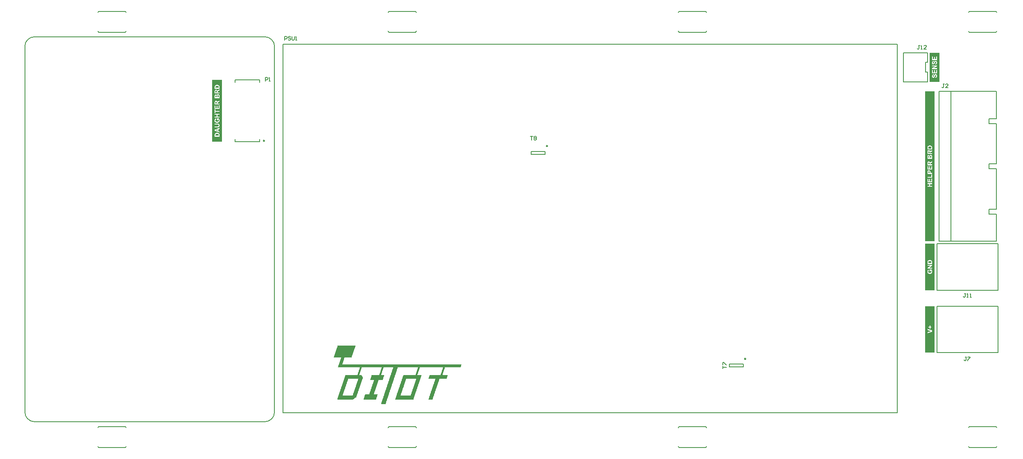
<source format=gto>
G04*
G04 #@! TF.GenerationSoftware,Altium Limited,Altium Designer,25.4.2 (15)*
G04*
G04 Layer_Color=65535*
%FSLAX44Y44*%
%MOMM*%
G71*
G04*
G04 #@! TF.SameCoordinates,6164A7E8-02EB-4E8E-94B8-B95099DD165E*
G04*
G04*
G04 #@! TF.FilePolarity,Positive*
G04*
G01*
G75*
%ADD10C,0.2000*%
%ADD11C,0.2500*%
%ADD12C,0.1524*%
G36*
X652569Y203752D02*
X652322D01*
Y203505D01*
Y203257D01*
Y203010D01*
X652074D01*
Y202762D01*
Y202514D01*
Y202267D01*
X651827D01*
Y202019D01*
Y201772D01*
Y201524D01*
X651579D01*
Y201276D01*
Y201029D01*
Y200781D01*
X651331D01*
Y200534D01*
Y200286D01*
Y200039D01*
X651084D01*
Y199791D01*
Y199543D01*
X650836D01*
Y199296D01*
Y199048D01*
Y198801D01*
X650589D01*
Y198553D01*
Y198305D01*
Y198058D01*
X650341D01*
Y197810D01*
Y197563D01*
Y197315D01*
X650094D01*
Y197067D01*
Y196820D01*
Y196572D01*
X649846D01*
Y196325D01*
Y196077D01*
Y195830D01*
X649598D01*
Y195582D01*
Y195334D01*
Y195087D01*
X649351D01*
Y194839D01*
Y194592D01*
Y194344D01*
X649103D01*
Y194096D01*
Y193849D01*
Y193601D01*
X648856D01*
Y193354D01*
Y193106D01*
Y192858D01*
X648608D01*
Y192611D01*
Y192363D01*
X648360D01*
Y192116D01*
Y191868D01*
Y191620D01*
X648113D01*
Y191373D01*
Y191125D01*
Y190878D01*
X647865D01*
Y190630D01*
Y190382D01*
Y190135D01*
X647618D01*
Y189887D01*
Y189640D01*
Y189392D01*
X647370D01*
Y189144D01*
Y188897D01*
Y188649D01*
X647122D01*
Y188402D01*
Y188154D01*
Y187906D01*
X646875D01*
Y187659D01*
Y187411D01*
Y187164D01*
X646627D01*
Y186916D01*
Y186668D01*
Y186421D01*
X646380D01*
Y186173D01*
Y185926D01*
Y185678D01*
X646132D01*
Y185431D01*
Y185183D01*
X645884D01*
Y184935D01*
Y184688D01*
Y184440D01*
X645637D01*
Y184193D01*
Y183945D01*
Y183697D01*
X645389D01*
Y183450D01*
Y183202D01*
Y182955D01*
X645142D01*
Y182707D01*
Y182460D01*
Y182212D01*
X644894D01*
Y181964D01*
Y181717D01*
Y181469D01*
X644647D01*
Y181222D01*
Y180974D01*
Y180726D01*
X644399D01*
Y180479D01*
Y180231D01*
Y179984D01*
X644151D01*
Y179736D01*
Y179488D01*
X629791D01*
Y179241D01*
X629543D01*
Y178993D01*
Y178746D01*
Y178498D01*
X629296D01*
Y178250D01*
Y178003D01*
Y177755D01*
X629048D01*
Y177508D01*
Y177260D01*
Y177012D01*
X628801D01*
Y176765D01*
Y176517D01*
Y176270D01*
X628553D01*
Y176022D01*
Y175774D01*
Y175527D01*
X628305D01*
Y175279D01*
Y175032D01*
Y174784D01*
X628058D01*
Y174536D01*
Y174289D01*
Y174041D01*
X627810D01*
Y173794D01*
Y173546D01*
Y173299D01*
X627563D01*
Y173051D01*
Y172803D01*
Y172556D01*
X627315D01*
Y172308D01*
Y172061D01*
Y171813D01*
X627067D01*
Y171565D01*
Y171318D01*
Y171070D01*
X626820D01*
Y170823D01*
Y170575D01*
Y170327D01*
X626572D01*
Y170080D01*
Y169832D01*
Y169585D01*
X626325D01*
Y169337D01*
Y169090D01*
Y168842D01*
X626077D01*
Y168594D01*
Y168347D01*
Y168099D01*
X625830D01*
Y167852D01*
Y167604D01*
Y167356D01*
X625582D01*
Y167109D01*
Y166861D01*
Y166614D01*
X625334D01*
Y166366D01*
Y166118D01*
Y165871D01*
X625087D01*
Y165623D01*
Y165376D01*
Y165128D01*
X871936D01*
Y164880D01*
X871689D01*
Y164633D01*
Y164385D01*
Y164138D01*
X871441D01*
Y164385D01*
X871193D01*
Y164138D01*
X871441D01*
Y163890D01*
Y163642D01*
X871193D01*
Y163395D01*
Y163147D01*
Y162900D01*
X870946D01*
Y162652D01*
Y162404D01*
X870698D01*
Y162157D01*
Y161909D01*
Y161662D01*
X870451D01*
Y161414D01*
Y161166D01*
X870203D01*
Y160919D01*
Y160671D01*
Y160424D01*
X869956D01*
Y160176D01*
Y159929D01*
Y159681D01*
X869708D01*
Y159433D01*
Y159186D01*
X837273D01*
Y158938D01*
Y158691D01*
Y158443D01*
X837026D01*
Y158195D01*
Y157948D01*
Y157700D01*
X836778D01*
Y157453D01*
Y157205D01*
X836531D01*
Y156957D01*
Y156710D01*
Y156462D01*
X836283D01*
Y156215D01*
Y155967D01*
Y155719D01*
X836035D01*
Y155472D01*
Y155224D01*
Y154977D01*
X835788D01*
Y154729D01*
Y154481D01*
Y154234D01*
X835540D01*
Y153986D01*
Y153739D01*
Y153491D01*
X835293D01*
Y153244D01*
Y152996D01*
Y152748D01*
X835045D01*
Y152501D01*
Y152253D01*
Y152006D01*
X834797D01*
Y151758D01*
Y151510D01*
Y151263D01*
X834550D01*
Y151015D01*
Y150768D01*
Y150520D01*
X834302D01*
Y150273D01*
Y150025D01*
Y149777D01*
X834055D01*
Y149530D01*
Y149282D01*
Y149035D01*
X833807D01*
Y148787D01*
Y148539D01*
Y148292D01*
X833559D01*
Y148044D01*
Y147796D01*
Y147549D01*
X833312D01*
Y147301D01*
Y147054D01*
Y146806D01*
X833064D01*
Y146559D01*
Y146311D01*
Y146063D01*
X832817D01*
Y145816D01*
Y145568D01*
Y145321D01*
X832569D01*
Y145073D01*
Y144825D01*
Y144578D01*
X832321D01*
Y144330D01*
Y144083D01*
Y143835D01*
X832074D01*
Y143588D01*
X843216D01*
Y143340D01*
Y143092D01*
Y142845D01*
X842968D01*
Y142597D01*
Y142350D01*
Y142102D01*
X842720D01*
Y141854D01*
Y141607D01*
Y141359D01*
X842473D01*
Y141111D01*
Y140864D01*
Y140616D01*
X842225D01*
Y140369D01*
Y140121D01*
Y139874D01*
X841978D01*
Y139626D01*
Y139378D01*
X841730D01*
Y139131D01*
Y138883D01*
Y138636D01*
X841482D01*
Y138388D01*
Y138140D01*
Y137893D01*
X841235D01*
Y137645D01*
Y137398D01*
Y137150D01*
X840987D01*
Y136903D01*
Y136655D01*
Y136407D01*
X840740D01*
Y136160D01*
Y135912D01*
Y135665D01*
X840492D01*
Y135417D01*
X825884D01*
Y135169D01*
Y134922D01*
Y134674D01*
X825637D01*
Y134427D01*
Y134179D01*
Y133931D01*
X825389D01*
Y133684D01*
Y133436D01*
Y133189D01*
X825141D01*
Y132941D01*
Y132693D01*
Y132446D01*
X824894D01*
Y132198D01*
Y131951D01*
Y131703D01*
X824646D01*
Y131455D01*
Y131208D01*
Y130960D01*
X824398D01*
Y130713D01*
Y130465D01*
X824151D01*
Y130218D01*
Y129970D01*
Y129722D01*
X823903D01*
Y129475D01*
Y129227D01*
Y128980D01*
X823656D01*
Y128732D01*
Y128484D01*
Y128237D01*
X823408D01*
Y127989D01*
Y127742D01*
Y127494D01*
X823161D01*
Y127246D01*
Y126999D01*
Y126751D01*
X822913D01*
Y126504D01*
Y126256D01*
Y126008D01*
X822665D01*
Y125761D01*
Y125513D01*
Y125266D01*
X822418D01*
Y125018D01*
Y124770D01*
Y124523D01*
X822170D01*
Y124275D01*
Y124028D01*
Y123780D01*
X821923D01*
Y123532D01*
Y123285D01*
Y123037D01*
X821675D01*
Y122790D01*
Y122542D01*
Y122295D01*
X821427D01*
Y122047D01*
Y121799D01*
Y121552D01*
X821180D01*
Y121304D01*
Y121057D01*
Y120809D01*
X820932D01*
Y120561D01*
Y120314D01*
Y120066D01*
X820685D01*
Y119819D01*
Y119571D01*
Y119323D01*
X820437D01*
Y119076D01*
Y118828D01*
Y118581D01*
X820190D01*
Y118333D01*
Y118085D01*
X819942D01*
Y117838D01*
Y117590D01*
Y117343D01*
X819694D01*
Y117095D01*
Y116847D01*
Y116600D01*
X819447D01*
Y116352D01*
Y116105D01*
Y115857D01*
X819199D01*
Y115610D01*
Y115362D01*
Y115114D01*
X818951D01*
Y114867D01*
Y114619D01*
Y114372D01*
X818704D01*
Y114124D01*
Y113876D01*
Y113629D01*
X818456D01*
Y113381D01*
Y113134D01*
Y112886D01*
X818209D01*
Y112638D01*
Y112391D01*
Y112143D01*
X817961D01*
Y111896D01*
Y111648D01*
Y111400D01*
X817714D01*
Y111153D01*
Y110905D01*
Y110658D01*
X817466D01*
Y110410D01*
Y110162D01*
Y109915D01*
X817218D01*
Y109667D01*
Y109420D01*
Y109172D01*
X816971D01*
Y108925D01*
Y108677D01*
Y108429D01*
X816723D01*
Y108182D01*
Y107934D01*
Y107687D01*
X816476D01*
Y107439D01*
Y107191D01*
Y106944D01*
X816228D01*
Y106696D01*
Y106449D01*
Y106201D01*
X815980D01*
Y105953D01*
Y105706D01*
Y105458D01*
X815733D01*
Y105211D01*
Y104963D01*
X815485D01*
Y104715D01*
Y104468D01*
Y104220D01*
X815238D01*
Y103973D01*
Y103725D01*
Y103477D01*
X814990D01*
Y103230D01*
Y102982D01*
Y102735D01*
X814742D01*
Y102487D01*
Y102240D01*
Y101992D01*
X814495D01*
Y101744D01*
Y101497D01*
Y101249D01*
X814247D01*
Y101002D01*
Y100754D01*
Y100506D01*
X814000D01*
Y100259D01*
Y100011D01*
Y99764D01*
X813752D01*
Y99516D01*
Y99268D01*
Y99021D01*
X813504D01*
Y98773D01*
Y98526D01*
Y98278D01*
X813257D01*
Y98031D01*
Y97783D01*
Y97535D01*
X813009D01*
Y97288D01*
Y97040D01*
Y96792D01*
X812762D01*
Y96545D01*
Y96297D01*
Y96050D01*
X812514D01*
Y95802D01*
Y95555D01*
Y95307D01*
X812266D01*
Y95059D01*
Y94812D01*
Y94564D01*
X812019D01*
Y94317D01*
Y94069D01*
Y93821D01*
X811771D01*
Y93574D01*
Y93326D01*
Y93079D01*
X811524D01*
Y92831D01*
X803106D01*
Y93079D01*
X803353D01*
Y93326D01*
Y93574D01*
Y93821D01*
X803601D01*
Y94069D01*
Y94317D01*
Y94564D01*
X803848D01*
Y94812D01*
Y95059D01*
Y95307D01*
X804096D01*
Y95555D01*
Y95802D01*
Y96050D01*
X804344D01*
Y96297D01*
Y96545D01*
Y96792D01*
X804591D01*
Y97040D01*
Y97288D01*
Y97535D01*
X804839D01*
Y97783D01*
Y98031D01*
Y98278D01*
X805086D01*
Y98526D01*
Y98773D01*
Y99021D01*
X805334D01*
Y99268D01*
Y99516D01*
Y99764D01*
X805582D01*
Y100011D01*
Y100259D01*
Y100506D01*
X805829D01*
Y100754D01*
Y101002D01*
Y101249D01*
X806077D01*
Y101497D01*
Y101744D01*
Y101992D01*
X806324D01*
Y102240D01*
Y102487D01*
Y102735D01*
X806572D01*
Y102982D01*
Y103230D01*
Y103477D01*
X806820D01*
Y103725D01*
Y103973D01*
Y104220D01*
X807067D01*
Y104468D01*
Y104715D01*
Y104963D01*
X807315D01*
Y105211D01*
Y105458D01*
X807562D01*
Y105706D01*
Y105953D01*
Y106201D01*
X807810D01*
Y106449D01*
Y106696D01*
Y106944D01*
X808057D01*
Y107191D01*
Y107439D01*
Y107687D01*
X808305D01*
Y107934D01*
Y108182D01*
Y108429D01*
X808553D01*
Y108677D01*
Y108925D01*
Y109172D01*
X808800D01*
Y109420D01*
Y109667D01*
Y109915D01*
X809048D01*
Y110162D01*
Y110410D01*
Y110658D01*
X809295D01*
Y110905D01*
Y111153D01*
Y111400D01*
X809543D01*
Y111648D01*
Y111896D01*
Y112143D01*
X809791D01*
Y112391D01*
Y112638D01*
Y112886D01*
X810038D01*
Y113134D01*
Y113381D01*
Y113629D01*
X810286D01*
Y113876D01*
Y114124D01*
Y114372D01*
X810533D01*
Y114619D01*
Y114867D01*
Y115114D01*
X810781D01*
Y115362D01*
Y115610D01*
Y115857D01*
X811029D01*
Y116105D01*
Y116352D01*
Y116600D01*
X811276D01*
Y116847D01*
Y117095D01*
Y117343D01*
X811524D01*
Y117590D01*
Y117838D01*
Y118085D01*
X811771D01*
Y118333D01*
Y118581D01*
X812019D01*
Y118828D01*
Y119076D01*
Y119323D01*
X812266D01*
Y119571D01*
Y119819D01*
Y120066D01*
X812514D01*
Y120314D01*
Y120561D01*
Y120809D01*
X812762D01*
Y121057D01*
Y121304D01*
Y121552D01*
X813009D01*
Y121799D01*
Y122047D01*
Y122295D01*
X813257D01*
Y122542D01*
Y122790D01*
Y123037D01*
X813504D01*
Y123285D01*
Y123532D01*
Y123780D01*
X813752D01*
Y124028D01*
Y124275D01*
Y124523D01*
X814000D01*
Y124770D01*
Y125018D01*
Y125266D01*
X814247D01*
Y125513D01*
Y125761D01*
Y126008D01*
X814495D01*
Y126256D01*
Y126504D01*
Y126751D01*
X814742D01*
Y126999D01*
Y127246D01*
Y127494D01*
X814990D01*
Y127742D01*
Y127989D01*
Y128237D01*
X815238D01*
Y128484D01*
Y128732D01*
Y128980D01*
X815485D01*
Y129227D01*
Y129475D01*
Y129722D01*
X815733D01*
Y129970D01*
Y130218D01*
Y130465D01*
X815980D01*
Y130713D01*
Y130960D01*
X816228D01*
Y131208D01*
Y131455D01*
Y131703D01*
X816476D01*
Y131951D01*
Y132198D01*
Y132446D01*
X816723D01*
Y132693D01*
Y132941D01*
Y133189D01*
X816971D01*
Y133436D01*
Y133684D01*
Y133931D01*
X817218D01*
Y134179D01*
Y134427D01*
Y134674D01*
X817466D01*
Y134922D01*
Y135169D01*
Y135417D01*
X803106D01*
Y135665D01*
Y135912D01*
X803353D01*
Y136160D01*
Y136407D01*
Y136655D01*
X803601D01*
Y136903D01*
Y137150D01*
Y137398D01*
X803848D01*
Y137645D01*
Y137893D01*
Y138140D01*
X804096D01*
Y138388D01*
Y138636D01*
Y138883D01*
X804344D01*
Y139131D01*
Y139378D01*
Y139626D01*
X804591D01*
Y139874D01*
Y140121D01*
Y140369D01*
X804839D01*
Y140616D01*
Y140864D01*
Y141111D01*
X805086D01*
Y141359D01*
Y141607D01*
Y141854D01*
X805334D01*
Y142102D01*
Y142350D01*
Y142597D01*
X805582D01*
Y142845D01*
Y143092D01*
Y143340D01*
X805829D01*
Y143588D01*
X828360D01*
Y143835D01*
Y144083D01*
Y144330D01*
X828608D01*
Y144578D01*
Y144825D01*
Y145073D01*
X828855D01*
Y145321D01*
Y145568D01*
Y145816D01*
X829103D01*
Y146063D01*
Y146311D01*
Y146559D01*
X829350D01*
Y146806D01*
Y147054D01*
Y147301D01*
X829598D01*
Y147549D01*
Y147796D01*
Y148044D01*
X829846D01*
Y148292D01*
Y148539D01*
Y148787D01*
X830093D01*
Y149035D01*
Y149282D01*
Y149530D01*
X830341D01*
Y149777D01*
Y150025D01*
Y150273D01*
X830588D01*
Y150520D01*
Y150768D01*
Y151015D01*
X830836D01*
Y151263D01*
Y151510D01*
Y151758D01*
X831084D01*
Y152006D01*
Y152253D01*
Y152501D01*
X831331D01*
Y152748D01*
Y152996D01*
Y153244D01*
X831579D01*
Y153491D01*
Y153739D01*
Y153986D01*
X831826D01*
Y154234D01*
Y154481D01*
Y154729D01*
X832074D01*
Y154977D01*
Y155224D01*
Y155472D01*
X832321D01*
Y155719D01*
Y155967D01*
Y156215D01*
X832569D01*
Y156462D01*
Y156710D01*
Y156957D01*
X832817D01*
Y157205D01*
Y157453D01*
Y157700D01*
X833064D01*
Y157948D01*
Y158195D01*
Y158443D01*
X833312D01*
Y158691D01*
Y158938D01*
Y159186D01*
X785527D01*
Y158938D01*
Y158691D01*
X785279D01*
Y158443D01*
Y158195D01*
Y157948D01*
X785031D01*
Y157700D01*
Y157453D01*
Y157205D01*
X784784D01*
Y156957D01*
Y156710D01*
X784536D01*
Y156462D01*
Y156215D01*
Y155967D01*
X784289D01*
Y155719D01*
Y155472D01*
Y155224D01*
X784041D01*
Y154977D01*
Y154729D01*
Y154481D01*
X783793D01*
Y154234D01*
Y153986D01*
Y153739D01*
X783546D01*
Y153491D01*
Y153244D01*
Y152996D01*
X783298D01*
Y152748D01*
Y152501D01*
Y152253D01*
X783051D01*
Y152006D01*
Y151758D01*
Y151510D01*
X782803D01*
Y151263D01*
Y151015D01*
Y150768D01*
X782555D01*
Y150520D01*
Y150273D01*
Y150025D01*
X782308D01*
Y149777D01*
Y149530D01*
Y149282D01*
X782060D01*
Y149035D01*
Y148787D01*
Y148539D01*
X781813D01*
Y148292D01*
Y148044D01*
Y147796D01*
X781565D01*
Y147549D01*
Y147301D01*
Y147054D01*
X781318D01*
Y146806D01*
Y146559D01*
Y146311D01*
X781070D01*
Y146063D01*
Y145816D01*
Y145568D01*
X780822D01*
Y145321D01*
Y145073D01*
Y144825D01*
X780575D01*
Y144578D01*
Y144330D01*
Y144083D01*
X780327D01*
Y143835D01*
Y143588D01*
X789240D01*
Y143340D01*
X788993D01*
Y143092D01*
Y142845D01*
X788745D01*
Y142597D01*
Y142350D01*
Y142102D01*
X788498D01*
Y141854D01*
Y141607D01*
Y141359D01*
X788250D01*
Y141111D01*
Y140864D01*
Y140616D01*
X788002D01*
Y140369D01*
Y140121D01*
Y139874D01*
X787755D01*
Y139626D01*
Y139378D01*
Y139131D01*
X787507D01*
Y138883D01*
Y138636D01*
Y138388D01*
X787260D01*
Y138140D01*
Y137893D01*
Y137645D01*
X787012D01*
Y137398D01*
Y137150D01*
Y136903D01*
X786765D01*
Y136655D01*
Y136407D01*
Y136160D01*
X786517D01*
Y135912D01*
Y135665D01*
Y135417D01*
X786269D01*
Y135169D01*
Y134922D01*
Y134674D01*
X786022D01*
Y134427D01*
Y134179D01*
Y133931D01*
X785774D01*
Y133684D01*
Y133436D01*
Y133189D01*
X785527D01*
Y132941D01*
Y132693D01*
Y132446D01*
X785279D01*
Y132198D01*
Y131951D01*
Y131703D01*
X785031D01*
Y131455D01*
Y131208D01*
Y130960D01*
X784784D01*
Y130713D01*
Y130465D01*
X784536D01*
Y130218D01*
Y129970D01*
Y129722D01*
X784289D01*
Y129475D01*
Y129227D01*
Y128980D01*
X784041D01*
Y128732D01*
Y128484D01*
Y128237D01*
X783793D01*
Y127989D01*
Y127742D01*
Y127494D01*
X783546D01*
Y127246D01*
Y126999D01*
Y126751D01*
X783298D01*
Y126504D01*
Y126256D01*
Y126008D01*
X783051D01*
Y125761D01*
Y125513D01*
Y125266D01*
X782803D01*
Y125018D01*
Y124770D01*
Y124523D01*
X782555D01*
Y124275D01*
Y124028D01*
Y123780D01*
X782308D01*
Y123532D01*
Y123285D01*
Y123037D01*
X782060D01*
Y122790D01*
Y122542D01*
Y122295D01*
X781813D01*
Y122047D01*
Y121799D01*
Y121552D01*
X781565D01*
Y121304D01*
Y121057D01*
Y120809D01*
X781318D01*
Y120561D01*
Y120314D01*
Y120066D01*
X781070D01*
Y119819D01*
Y119571D01*
Y119323D01*
X780822D01*
Y119076D01*
Y118828D01*
Y118581D01*
X780575D01*
Y118333D01*
Y118085D01*
X780327D01*
Y117838D01*
Y117590D01*
Y117343D01*
X780079D01*
Y117095D01*
Y116847D01*
Y116600D01*
X779832D01*
Y116352D01*
Y116105D01*
Y115857D01*
X779584D01*
Y115610D01*
Y115362D01*
Y115114D01*
X779337D01*
Y114867D01*
Y114619D01*
Y114372D01*
X779089D01*
Y114124D01*
Y113876D01*
Y113629D01*
X778841D01*
Y113381D01*
Y113134D01*
Y112886D01*
X778594D01*
Y112638D01*
Y112391D01*
Y112143D01*
X778346D01*
Y111896D01*
Y111648D01*
Y111400D01*
X778099D01*
Y111153D01*
Y110905D01*
Y110658D01*
X777851D01*
Y110410D01*
Y110162D01*
Y109915D01*
X777604D01*
Y109667D01*
Y109420D01*
Y109172D01*
X777356D01*
Y108925D01*
Y108677D01*
Y108429D01*
X777108D01*
Y108182D01*
Y107934D01*
Y107687D01*
X776861D01*
Y107439D01*
Y107191D01*
Y106944D01*
X776613D01*
Y106696D01*
Y106449D01*
Y106201D01*
X776366D01*
Y105953D01*
Y105706D01*
Y105458D01*
X776118D01*
Y105211D01*
Y104963D01*
X775870D01*
Y104715D01*
Y104468D01*
Y104220D01*
X775623D01*
Y103973D01*
Y103725D01*
Y103477D01*
X775375D01*
Y103230D01*
Y102982D01*
Y102735D01*
X775128D01*
Y102487D01*
Y102240D01*
Y101992D01*
X774880D01*
Y101744D01*
Y101497D01*
Y101249D01*
X774632D01*
Y101002D01*
Y100754D01*
Y100506D01*
X774385D01*
Y100259D01*
Y100011D01*
Y99764D01*
X774137D01*
Y99516D01*
Y99268D01*
Y99021D01*
X773890D01*
Y98773D01*
Y98526D01*
Y98278D01*
X773642D01*
Y98031D01*
Y97783D01*
Y97535D01*
X773394D01*
Y97288D01*
Y97040D01*
Y96792D01*
X773147D01*
Y96545D01*
Y96297D01*
Y96050D01*
X772899D01*
Y95802D01*
Y95555D01*
Y95307D01*
X772652D01*
Y95059D01*
Y94812D01*
Y94564D01*
X772404D01*
Y94317D01*
Y94069D01*
Y93821D01*
X772157D01*
Y93574D01*
Y93326D01*
Y93079D01*
X771909D01*
Y92831D01*
X734275D01*
Y93079D01*
X734522D01*
Y93326D01*
Y93574D01*
Y93821D01*
X734770D01*
Y94069D01*
Y94317D01*
Y94564D01*
X735018D01*
Y94812D01*
Y95059D01*
Y95307D01*
X735265D01*
Y95555D01*
Y95802D01*
Y96050D01*
X735513D01*
Y96297D01*
Y96545D01*
Y96792D01*
X735760D01*
Y97040D01*
Y97288D01*
Y97535D01*
X736008D01*
Y97783D01*
Y98031D01*
Y98278D01*
X736256D01*
Y98526D01*
Y98773D01*
Y99021D01*
X736503D01*
Y99268D01*
Y99516D01*
Y99764D01*
X736751D01*
Y100011D01*
Y100259D01*
Y100506D01*
X736998D01*
Y100754D01*
Y101002D01*
Y101249D01*
X737246D01*
Y101497D01*
Y101744D01*
Y101992D01*
X737494D01*
Y102240D01*
Y102487D01*
Y102735D01*
X737741D01*
Y102982D01*
Y103230D01*
Y103477D01*
X737989D01*
Y103725D01*
Y103973D01*
Y104220D01*
X738236D01*
Y104468D01*
Y104715D01*
Y104963D01*
X738484D01*
Y105211D01*
Y105458D01*
X738732D01*
Y105706D01*
Y105953D01*
Y106201D01*
X738979D01*
Y106449D01*
Y106696D01*
Y106944D01*
X739227D01*
Y107191D01*
Y107439D01*
Y107687D01*
X739474D01*
Y107934D01*
Y108182D01*
Y108429D01*
X739722D01*
Y108677D01*
Y108925D01*
Y109172D01*
X739969D01*
Y109420D01*
Y109667D01*
Y109915D01*
X740217D01*
Y110162D01*
Y110410D01*
Y110658D01*
X740465D01*
Y110905D01*
Y111153D01*
Y111400D01*
X740712D01*
Y111648D01*
Y111896D01*
Y112143D01*
X740960D01*
Y112391D01*
Y112638D01*
Y112886D01*
X741208D01*
Y113134D01*
Y113381D01*
Y113629D01*
X741455D01*
Y113876D01*
Y114124D01*
Y114372D01*
X741703D01*
Y114619D01*
Y114867D01*
Y115114D01*
X741950D01*
Y115362D01*
Y115610D01*
Y115857D01*
X742198D01*
Y116105D01*
Y116352D01*
Y116600D01*
X742446D01*
Y116847D01*
Y117095D01*
Y117343D01*
X742693D01*
Y117590D01*
Y117838D01*
Y118085D01*
X742941D01*
Y118333D01*
Y118581D01*
X743188D01*
Y118828D01*
Y119076D01*
Y119323D01*
X743436D01*
Y119571D01*
Y119819D01*
Y120066D01*
X743683D01*
Y120314D01*
Y120561D01*
Y120809D01*
X743931D01*
Y121057D01*
Y121304D01*
Y121552D01*
X744179D01*
Y121799D01*
Y122047D01*
Y122295D01*
X744426D01*
Y122542D01*
Y122790D01*
Y123037D01*
X744674D01*
Y123285D01*
Y123532D01*
Y123780D01*
X744921D01*
Y124028D01*
Y124275D01*
Y124523D01*
X745169D01*
Y124770D01*
Y125018D01*
Y125266D01*
X745417D01*
Y125513D01*
Y125761D01*
Y126008D01*
X745664D01*
Y126256D01*
Y126504D01*
Y126751D01*
X745912D01*
Y126999D01*
Y127246D01*
Y127494D01*
X746159D01*
Y127742D01*
Y127989D01*
Y128237D01*
X746407D01*
Y128484D01*
Y128732D01*
Y128980D01*
X746655D01*
Y129227D01*
Y129475D01*
Y129722D01*
X746902D01*
Y129970D01*
Y130218D01*
Y130465D01*
X747150D01*
Y130713D01*
Y130960D01*
X747397D01*
Y131208D01*
Y131455D01*
Y131703D01*
X747645D01*
Y131951D01*
Y132198D01*
Y132446D01*
X747893D01*
Y132693D01*
Y132941D01*
Y133189D01*
X748140D01*
Y133436D01*
Y133684D01*
Y133931D01*
X748388D01*
Y134179D01*
Y134427D01*
Y134674D01*
X748635D01*
Y134922D01*
Y135169D01*
Y135417D01*
X748883D01*
Y135665D01*
Y135912D01*
Y136160D01*
X749130D01*
Y136407D01*
Y136655D01*
Y136903D01*
X749378D01*
Y137150D01*
Y137398D01*
Y137645D01*
X749626D01*
Y137893D01*
Y138140D01*
Y138388D01*
X749873D01*
Y138636D01*
Y138883D01*
Y139131D01*
X750121D01*
Y139378D01*
Y139626D01*
Y139874D01*
X750368D01*
Y140121D01*
Y140369D01*
Y140616D01*
X750616D01*
Y140864D01*
Y141111D01*
Y141359D01*
X750864D01*
Y141607D01*
Y141854D01*
Y142102D01*
X751111D01*
Y142350D01*
Y142597D01*
Y142845D01*
X751359D01*
Y143092D01*
Y143340D01*
X751606D01*
Y143588D01*
X776366D01*
Y143835D01*
X776613D01*
Y144083D01*
Y144330D01*
Y144578D01*
X776861D01*
Y144825D01*
Y145073D01*
Y145321D01*
X777108D01*
Y145568D01*
Y145816D01*
Y146063D01*
X777356D01*
Y146311D01*
Y146559D01*
Y146806D01*
X777604D01*
Y147054D01*
Y147301D01*
Y147549D01*
X777851D01*
Y147796D01*
Y148044D01*
Y148292D01*
X778099D01*
Y148539D01*
Y148787D01*
Y149035D01*
X778346D01*
Y149282D01*
Y149530D01*
Y149777D01*
X778594D01*
Y150025D01*
Y150273D01*
Y150520D01*
X778841D01*
Y150768D01*
Y151015D01*
Y151263D01*
X779089D01*
Y151510D01*
Y151758D01*
Y152006D01*
X779337D01*
Y152253D01*
Y152501D01*
Y152748D01*
X779584D01*
Y152996D01*
Y153244D01*
Y153491D01*
X779832D01*
Y153739D01*
Y153986D01*
Y154234D01*
X780079D01*
Y154481D01*
Y154729D01*
Y154977D01*
X780327D01*
Y155224D01*
Y155472D01*
Y155719D01*
X780575D01*
Y155967D01*
Y156215D01*
Y156462D01*
X780822D01*
Y156710D01*
Y156957D01*
Y157205D01*
X781070D01*
Y157453D01*
Y157700D01*
Y157948D01*
X781318D01*
Y158195D01*
Y158443D01*
Y158691D01*
X781565D01*
Y158938D01*
Y159186D01*
X739722D01*
Y158938D01*
Y158691D01*
X739474D01*
Y158443D01*
Y158195D01*
Y157948D01*
X739227D01*
Y157700D01*
Y157453D01*
Y157205D01*
X738979D01*
Y156957D01*
Y156710D01*
Y156462D01*
X738732D01*
Y156215D01*
Y155967D01*
Y155719D01*
X738484D01*
Y155472D01*
Y155224D01*
Y154977D01*
X738236D01*
Y154729D01*
Y154481D01*
Y154234D01*
X737989D01*
Y153986D01*
Y153739D01*
Y153491D01*
X737741D01*
Y153244D01*
Y152996D01*
Y152748D01*
X737494D01*
Y152501D01*
Y152253D01*
Y152006D01*
X737246D01*
Y151758D01*
Y151510D01*
Y151263D01*
X736998D01*
Y151015D01*
Y150768D01*
Y150520D01*
X736751D01*
Y150273D01*
Y150025D01*
Y149777D01*
X736503D01*
Y149530D01*
Y149282D01*
Y149035D01*
X736256D01*
Y148787D01*
Y148539D01*
Y148292D01*
X736008D01*
Y148044D01*
Y147796D01*
Y147549D01*
X735760D01*
Y147301D01*
Y147054D01*
Y146806D01*
X735513D01*
Y146559D01*
Y146311D01*
Y146063D01*
X735265D01*
Y145816D01*
Y145568D01*
Y145321D01*
X735018D01*
Y145073D01*
Y144825D01*
Y144578D01*
X734770D01*
Y144330D01*
Y144083D01*
Y143835D01*
X734522D01*
Y143588D01*
Y143340D01*
Y143092D01*
X734275D01*
Y142845D01*
Y142597D01*
Y142350D01*
X734027D01*
Y142102D01*
Y141854D01*
Y141607D01*
X733780D01*
Y141359D01*
Y141111D01*
Y140864D01*
X733532D01*
Y140616D01*
Y140369D01*
Y140121D01*
X733285D01*
Y139874D01*
Y139626D01*
Y139378D01*
X733037D01*
Y139131D01*
Y138883D01*
Y138636D01*
X732789D01*
Y138388D01*
Y138140D01*
Y137893D01*
X732542D01*
Y137645D01*
Y137398D01*
Y137150D01*
X732294D01*
Y136903D01*
Y136655D01*
Y136407D01*
X732047D01*
Y136160D01*
Y135912D01*
Y135665D01*
X731799D01*
Y135417D01*
Y135169D01*
Y134922D01*
X731551D01*
Y134674D01*
Y134427D01*
Y134179D01*
X731304D01*
Y133931D01*
Y133684D01*
Y133436D01*
X731056D01*
Y133189D01*
Y132941D01*
Y132693D01*
X730809D01*
Y132446D01*
Y132198D01*
Y131951D01*
X730561D01*
Y131703D01*
Y131455D01*
Y131208D01*
X730313D01*
Y130960D01*
Y130713D01*
Y130465D01*
X730066D01*
Y130218D01*
Y129970D01*
Y129722D01*
X729818D01*
Y129475D01*
Y129227D01*
Y128980D01*
X729571D01*
Y128732D01*
Y128484D01*
Y128237D01*
X729323D01*
Y127989D01*
Y127742D01*
Y127494D01*
X729075D01*
Y127246D01*
Y126999D01*
Y126751D01*
X728828D01*
Y126504D01*
Y126256D01*
Y126008D01*
X728580D01*
Y125761D01*
Y125513D01*
Y125266D01*
X728333D01*
Y125018D01*
Y124770D01*
Y124523D01*
X728085D01*
Y124275D01*
Y124028D01*
Y123780D01*
X727838D01*
Y123532D01*
Y123285D01*
Y123037D01*
X727590D01*
Y122790D01*
Y122542D01*
Y122295D01*
X727342D01*
Y122047D01*
Y121799D01*
Y121552D01*
X727095D01*
Y121304D01*
Y121057D01*
Y120809D01*
X726847D01*
Y120561D01*
Y120314D01*
Y120066D01*
X726600D01*
Y119819D01*
Y119571D01*
Y119323D01*
X726352D01*
Y119076D01*
Y118828D01*
Y118581D01*
X726104D01*
Y118333D01*
Y118085D01*
Y117838D01*
X725857D01*
Y117590D01*
Y117343D01*
Y117095D01*
X725609D01*
Y116847D01*
Y116600D01*
Y116352D01*
X725362D01*
Y116105D01*
Y115857D01*
Y115610D01*
X725114D01*
Y115362D01*
Y115114D01*
Y114867D01*
X724866D01*
Y114619D01*
Y114372D01*
Y114124D01*
X724619D01*
Y113876D01*
Y113629D01*
Y113381D01*
X724371D01*
Y113134D01*
Y112886D01*
Y112638D01*
X724124D01*
Y112391D01*
Y112143D01*
Y111896D01*
X723876D01*
Y111648D01*
Y111400D01*
Y111153D01*
X723628D01*
Y110905D01*
Y110658D01*
Y110410D01*
X723381D01*
Y110162D01*
Y109915D01*
Y109667D01*
X723133D01*
Y109420D01*
Y109172D01*
Y108925D01*
X722886D01*
Y108677D01*
Y108429D01*
Y108182D01*
X722638D01*
Y107934D01*
Y107687D01*
Y107439D01*
X722391D01*
Y107191D01*
Y106944D01*
Y106696D01*
X722143D01*
Y106449D01*
Y106201D01*
Y105953D01*
X721895D01*
Y105706D01*
Y105458D01*
Y105211D01*
X721648D01*
Y104963D01*
Y104715D01*
Y104468D01*
X721400D01*
Y104220D01*
Y103973D01*
Y103725D01*
X721152D01*
Y103477D01*
Y103230D01*
Y102982D01*
X720905D01*
Y102735D01*
Y102487D01*
Y102240D01*
X720657D01*
Y101992D01*
Y101744D01*
Y101497D01*
X720410D01*
Y101249D01*
Y101002D01*
Y100754D01*
X720162D01*
Y100506D01*
Y100259D01*
Y100011D01*
X719915D01*
Y99764D01*
Y99516D01*
Y99268D01*
X719667D01*
Y99021D01*
Y98773D01*
Y98526D01*
X719419D01*
Y98278D01*
Y98031D01*
Y97783D01*
X719172D01*
Y97535D01*
Y97288D01*
Y97040D01*
X718924D01*
Y96792D01*
Y96545D01*
Y96297D01*
X718677D01*
Y96050D01*
Y95802D01*
Y95555D01*
X718429D01*
Y95307D01*
Y95059D01*
Y94812D01*
X718181D01*
Y94564D01*
Y94317D01*
Y94069D01*
X717934D01*
Y93821D01*
Y93574D01*
Y93326D01*
X717686D01*
Y93079D01*
Y92831D01*
Y92583D01*
X717439D01*
Y92336D01*
Y92088D01*
Y91841D01*
X717191D01*
Y91593D01*
Y91346D01*
Y91098D01*
X716943D01*
Y90850D01*
Y90603D01*
Y90355D01*
X716696D01*
Y90107D01*
Y89860D01*
Y89612D01*
X716448D01*
Y89365D01*
Y89117D01*
Y88869D01*
X716201D01*
Y88622D01*
Y88374D01*
Y88127D01*
X715953D01*
Y87879D01*
Y87632D01*
Y87384D01*
X715705D01*
Y87136D01*
Y86889D01*
Y86641D01*
X715458D01*
Y86394D01*
Y86146D01*
Y85898D01*
X715210D01*
Y85651D01*
Y85403D01*
Y85156D01*
X714963D01*
Y84908D01*
Y84661D01*
Y84413D01*
X714715D01*
Y84165D01*
Y83918D01*
Y83670D01*
X714467D01*
Y83422D01*
X705059D01*
Y83670D01*
X705307D01*
Y83918D01*
Y84165D01*
Y84413D01*
X705554D01*
Y84661D01*
Y84908D01*
Y85156D01*
X705802D01*
Y85403D01*
Y85651D01*
Y85898D01*
X706049D01*
Y86146D01*
Y86394D01*
Y86641D01*
X706297D01*
Y86889D01*
Y87136D01*
Y87384D01*
X706545D01*
Y87632D01*
Y87879D01*
Y88127D01*
X706792D01*
Y88374D01*
Y88622D01*
Y88869D01*
X707040D01*
Y89117D01*
Y89365D01*
Y89612D01*
X707287D01*
Y89860D01*
Y90107D01*
Y90355D01*
X707535D01*
Y90603D01*
Y90850D01*
Y91098D01*
X707783D01*
Y91346D01*
Y91593D01*
Y91841D01*
X708030D01*
Y92088D01*
Y92336D01*
Y92583D01*
X708278D01*
Y92831D01*
Y93079D01*
Y93326D01*
X708525D01*
Y93574D01*
Y93821D01*
Y94069D01*
X708773D01*
Y94317D01*
Y94564D01*
Y94812D01*
X709020D01*
Y95059D01*
Y95307D01*
Y95555D01*
X709268D01*
Y95802D01*
Y96050D01*
Y96297D01*
X709516D01*
Y96545D01*
Y96792D01*
Y97040D01*
X709763D01*
Y97288D01*
Y97535D01*
Y97783D01*
X710011D01*
Y98031D01*
Y98278D01*
Y98526D01*
X710258D01*
Y98773D01*
Y99021D01*
Y99268D01*
X710506D01*
Y99516D01*
Y99764D01*
Y100011D01*
X710754D01*
Y100259D01*
Y100506D01*
Y100754D01*
X711001D01*
Y101002D01*
Y101249D01*
Y101497D01*
X711249D01*
Y101744D01*
Y101992D01*
Y102240D01*
X711496D01*
Y102487D01*
Y102735D01*
Y102982D01*
X711744D01*
Y103230D01*
Y103477D01*
Y103725D01*
X711992D01*
Y103973D01*
Y104220D01*
Y104468D01*
X712239D01*
Y104715D01*
Y104963D01*
Y105211D01*
X712487D01*
Y105458D01*
Y105706D01*
Y105953D01*
X712734D01*
Y106201D01*
Y106449D01*
Y106696D01*
X712982D01*
Y106944D01*
Y107191D01*
Y107439D01*
X713230D01*
Y107687D01*
Y107934D01*
Y108182D01*
X713477D01*
Y108429D01*
Y108677D01*
Y108925D01*
X713725D01*
Y109172D01*
Y109420D01*
Y109667D01*
X713972D01*
Y109915D01*
Y110162D01*
Y110410D01*
X714220D01*
Y110658D01*
Y110905D01*
Y111153D01*
X714467D01*
Y111400D01*
Y111648D01*
Y111896D01*
X714715D01*
Y112143D01*
Y112391D01*
Y112638D01*
X714963D01*
Y112886D01*
Y113134D01*
Y113381D01*
X715210D01*
Y113629D01*
Y113876D01*
Y114124D01*
X715458D01*
Y114372D01*
Y114619D01*
Y114867D01*
X715705D01*
Y115114D01*
Y115362D01*
Y115610D01*
X715953D01*
Y115857D01*
Y116105D01*
Y116352D01*
X716201D01*
Y116600D01*
Y116847D01*
Y117095D01*
X716448D01*
Y117343D01*
Y117590D01*
Y117838D01*
X716696D01*
Y118085D01*
Y118333D01*
Y118581D01*
X716943D01*
Y118828D01*
Y119076D01*
Y119323D01*
X717191D01*
Y119571D01*
Y119819D01*
Y120066D01*
X717439D01*
Y120314D01*
Y120561D01*
Y120809D01*
X717686D01*
Y121057D01*
Y121304D01*
Y121552D01*
X717934D01*
Y121799D01*
Y122047D01*
Y122295D01*
X718181D01*
Y122542D01*
Y122790D01*
Y123037D01*
X718429D01*
Y123285D01*
Y123532D01*
Y123780D01*
X718677D01*
Y124028D01*
Y124275D01*
Y124523D01*
X718924D01*
Y124770D01*
Y125018D01*
Y125266D01*
X719172D01*
Y125513D01*
Y125761D01*
Y126008D01*
X719419D01*
Y126256D01*
Y126504D01*
Y126751D01*
X719667D01*
Y126999D01*
Y127246D01*
Y127494D01*
X719915D01*
Y127742D01*
Y127989D01*
Y128237D01*
X720162D01*
Y128484D01*
Y128732D01*
Y128980D01*
X720410D01*
Y129227D01*
Y129475D01*
Y129722D01*
X720657D01*
Y129970D01*
Y130218D01*
Y130465D01*
X720905D01*
Y130713D01*
Y130960D01*
Y131208D01*
X721152D01*
Y131455D01*
Y131703D01*
Y131951D01*
X721400D01*
Y132198D01*
Y132446D01*
Y132693D01*
X721648D01*
Y132941D01*
Y133189D01*
Y133436D01*
X721895D01*
Y133684D01*
Y133931D01*
Y134179D01*
X722143D01*
Y134427D01*
Y134674D01*
Y134922D01*
X722391D01*
Y135169D01*
Y135417D01*
Y135665D01*
X722638D01*
Y135912D01*
Y136160D01*
Y136407D01*
X722886D01*
Y136655D01*
Y136903D01*
Y137150D01*
X723133D01*
Y137398D01*
Y137645D01*
Y137893D01*
X723381D01*
Y138140D01*
Y138388D01*
Y138636D01*
X723628D01*
Y138883D01*
Y139131D01*
Y139378D01*
X723876D01*
Y139626D01*
Y139874D01*
Y140121D01*
X724124D01*
Y140369D01*
Y140616D01*
Y140864D01*
X724371D01*
Y141111D01*
Y141359D01*
Y141607D01*
X724619D01*
Y141854D01*
Y142102D01*
Y142350D01*
X724866D01*
Y142597D01*
Y142845D01*
Y143092D01*
X725114D01*
Y143340D01*
Y143588D01*
Y143835D01*
X725362D01*
Y144083D01*
Y144330D01*
Y144578D01*
X725609D01*
Y144825D01*
Y145073D01*
Y145321D01*
X725857D01*
Y145568D01*
Y145816D01*
Y146063D01*
X726104D01*
Y146311D01*
Y146559D01*
Y146806D01*
X726352D01*
Y147054D01*
Y147301D01*
Y147549D01*
X726600D01*
Y147796D01*
Y148044D01*
Y148292D01*
X726847D01*
Y148539D01*
Y148787D01*
Y149035D01*
X727095D01*
Y149282D01*
Y149530D01*
Y149777D01*
X727342D01*
Y150025D01*
Y150273D01*
Y150520D01*
X727590D01*
Y150768D01*
Y151015D01*
Y151263D01*
X727838D01*
Y151510D01*
Y151758D01*
Y152006D01*
X728085D01*
Y152253D01*
Y152501D01*
Y152748D01*
X728333D01*
Y152996D01*
Y153244D01*
Y153491D01*
X728580D01*
Y153739D01*
Y153986D01*
Y154234D01*
X728828D01*
Y154481D01*
Y154729D01*
Y154977D01*
X729075D01*
Y155224D01*
Y155472D01*
Y155719D01*
X729323D01*
Y155967D01*
Y156215D01*
Y156462D01*
X729571D01*
Y156710D01*
Y156957D01*
Y157205D01*
X729818D01*
Y157453D01*
Y157700D01*
Y157948D01*
X730066D01*
Y158195D01*
Y158443D01*
Y158691D01*
X730313D01*
Y158938D01*
Y159186D01*
X710506D01*
Y158938D01*
Y158691D01*
X710258D01*
Y158443D01*
Y158195D01*
Y157948D01*
X710011D01*
Y157700D01*
Y157453D01*
X709763D01*
Y157205D01*
Y156957D01*
Y156710D01*
X709516D01*
Y156462D01*
Y156215D01*
Y155967D01*
X709268D01*
Y155719D01*
Y155472D01*
Y155224D01*
X709020D01*
Y154977D01*
Y154729D01*
Y154481D01*
X708773D01*
Y154234D01*
Y153986D01*
Y153739D01*
X708525D01*
Y153491D01*
Y153244D01*
Y152996D01*
X708278D01*
Y152748D01*
Y152501D01*
Y152253D01*
X708030D01*
Y152006D01*
Y151758D01*
Y151510D01*
X707783D01*
Y151263D01*
Y151015D01*
Y150768D01*
X707535D01*
Y150520D01*
Y150273D01*
Y150025D01*
X707287D01*
Y149777D01*
Y149530D01*
Y149282D01*
X707040D01*
Y149035D01*
Y148787D01*
Y148539D01*
X706792D01*
Y148292D01*
Y148044D01*
Y147796D01*
X706545D01*
Y147549D01*
Y147301D01*
Y147054D01*
X706297D01*
Y146806D01*
Y146559D01*
Y146311D01*
X706049D01*
Y146063D01*
Y145816D01*
Y145568D01*
X705802D01*
Y145321D01*
Y145073D01*
Y144825D01*
X705554D01*
Y144578D01*
Y144330D01*
Y144083D01*
X705307D01*
Y143835D01*
X711992D01*
Y143588D01*
Y143340D01*
X711744D01*
Y143092D01*
Y142845D01*
Y142597D01*
X711496D01*
Y142350D01*
Y142102D01*
Y141854D01*
X711249D01*
Y141607D01*
Y141359D01*
Y141111D01*
X711001D01*
Y140864D01*
Y140616D01*
Y140369D01*
X710754D01*
Y140121D01*
Y139874D01*
Y139626D01*
X710506D01*
Y139378D01*
Y139131D01*
Y138883D01*
X710258D01*
Y138636D01*
Y138388D01*
Y138140D01*
X710011D01*
Y137893D01*
Y137645D01*
Y137398D01*
X709763D01*
Y137150D01*
Y136903D01*
Y136655D01*
X709516D01*
Y136407D01*
Y136160D01*
Y135912D01*
X709268D01*
Y135665D01*
Y135417D01*
Y135169D01*
X709020D01*
Y134922D01*
Y134674D01*
Y134427D01*
X708773D01*
Y134179D01*
Y133931D01*
Y133684D01*
X708525D01*
Y133436D01*
Y133189D01*
Y132941D01*
X700107D01*
Y132693D01*
Y132446D01*
X699860D01*
Y132198D01*
Y131951D01*
Y131703D01*
X699612D01*
Y131455D01*
Y131208D01*
Y130960D01*
X699364D01*
Y130713D01*
Y130465D01*
X699117D01*
Y130218D01*
Y129970D01*
Y129722D01*
X698869D01*
Y129475D01*
Y129227D01*
Y128980D01*
X698622D01*
Y128732D01*
Y128484D01*
Y128237D01*
X698374D01*
Y127989D01*
Y127742D01*
Y127494D01*
X698126D01*
Y127246D01*
Y126999D01*
Y126751D01*
X697879D01*
Y126504D01*
Y126256D01*
Y126008D01*
X697631D01*
Y125761D01*
Y125513D01*
Y125266D01*
X697384D01*
Y125018D01*
Y124770D01*
Y124523D01*
X697136D01*
Y124275D01*
Y124028D01*
Y123780D01*
X696889D01*
Y123532D01*
Y123285D01*
Y123037D01*
X696641D01*
Y122790D01*
Y122542D01*
Y122295D01*
X696393D01*
Y122047D01*
Y121799D01*
Y121552D01*
X696146D01*
Y121304D01*
Y121057D01*
Y120809D01*
X695898D01*
Y120561D01*
Y120314D01*
Y120066D01*
X695650D01*
Y119819D01*
Y119571D01*
Y119323D01*
X695403D01*
Y119076D01*
Y118828D01*
Y118581D01*
X695155D01*
Y118333D01*
Y118085D01*
X694908D01*
Y117838D01*
Y117590D01*
Y117343D01*
X694660D01*
Y117095D01*
Y116847D01*
Y116600D01*
X694413D01*
Y116352D01*
Y116105D01*
Y115857D01*
X694165D01*
Y115610D01*
Y115362D01*
Y115114D01*
X693917D01*
Y114867D01*
Y114619D01*
Y114372D01*
X693670D01*
Y114124D01*
Y113876D01*
Y113629D01*
X693422D01*
Y113381D01*
Y113134D01*
Y112886D01*
X693175D01*
Y112638D01*
Y112391D01*
Y112143D01*
X692927D01*
Y111896D01*
Y111648D01*
Y111400D01*
X692679D01*
Y111153D01*
Y110905D01*
Y110658D01*
X692432D01*
Y110410D01*
Y110162D01*
Y109915D01*
X692184D01*
Y109667D01*
Y109420D01*
Y109172D01*
X691937D01*
Y108925D01*
Y108677D01*
Y108429D01*
X691689D01*
Y108182D01*
Y107934D01*
Y107687D01*
X691441D01*
Y107439D01*
Y107191D01*
Y106944D01*
X691194D01*
Y106696D01*
Y106449D01*
Y106201D01*
X690946D01*
Y105953D01*
Y105706D01*
Y105458D01*
X690699D01*
Y105211D01*
Y104963D01*
X690451D01*
Y104715D01*
Y104468D01*
Y104220D01*
X690203D01*
Y103973D01*
Y103725D01*
X698374D01*
Y103477D01*
Y103230D01*
X698126D01*
Y102982D01*
Y102735D01*
Y102487D01*
X697879D01*
Y102240D01*
Y101992D01*
Y101744D01*
X697631D01*
Y101497D01*
Y101249D01*
Y101002D01*
X697384D01*
Y100754D01*
Y100506D01*
Y100259D01*
X697136D01*
Y100011D01*
Y99764D01*
Y99516D01*
X696889D01*
Y99268D01*
Y99021D01*
Y98773D01*
X696641D01*
Y98526D01*
Y98278D01*
Y98031D01*
X696393D01*
Y97783D01*
Y97535D01*
Y97288D01*
X696146D01*
Y97040D01*
Y96792D01*
Y96545D01*
X695898D01*
Y96297D01*
Y96050D01*
Y95802D01*
X695650D01*
Y95555D01*
Y95307D01*
Y95059D01*
X695403D01*
Y94812D01*
Y94564D01*
Y94317D01*
X695155D01*
Y94069D01*
Y93821D01*
Y93574D01*
X694908D01*
Y93326D01*
Y93079D01*
X694660D01*
Y92831D01*
X668911D01*
Y93079D01*
Y93326D01*
X669158D01*
Y93574D01*
Y93821D01*
Y94069D01*
X669406D01*
Y94317D01*
Y94564D01*
Y94812D01*
X669653D01*
Y95059D01*
Y95307D01*
Y95555D01*
X669901D01*
Y95802D01*
Y96050D01*
Y96297D01*
X670148D01*
Y96545D01*
Y96792D01*
Y97040D01*
X670396D01*
Y97288D01*
Y97535D01*
Y97783D01*
X670644D01*
Y98031D01*
Y98278D01*
Y98526D01*
X670891D01*
Y98773D01*
Y99021D01*
Y99268D01*
X671139D01*
Y99516D01*
Y99764D01*
Y100011D01*
X671386D01*
Y100259D01*
Y100506D01*
Y100754D01*
X671634D01*
Y101002D01*
Y101249D01*
Y101497D01*
X671882D01*
Y101744D01*
Y101992D01*
Y102240D01*
X672129D01*
Y102487D01*
Y102735D01*
Y102982D01*
X672377D01*
Y103230D01*
Y103477D01*
Y103725D01*
X680795D01*
Y103973D01*
Y104220D01*
X681043D01*
Y104468D01*
Y104715D01*
Y104963D01*
X681290D01*
Y105211D01*
Y105458D01*
X681538D01*
Y105706D01*
Y105953D01*
Y106201D01*
X681785D01*
Y106449D01*
Y106696D01*
Y106944D01*
X682033D01*
Y107191D01*
Y107439D01*
Y107687D01*
X682281D01*
Y107934D01*
Y108182D01*
Y108429D01*
X682528D01*
Y108677D01*
Y108925D01*
Y109172D01*
X682776D01*
Y109420D01*
Y109667D01*
Y109915D01*
X683023D01*
Y110162D01*
Y110410D01*
Y110658D01*
X683271D01*
Y110905D01*
Y111153D01*
Y111400D01*
X683519D01*
Y111648D01*
Y111896D01*
Y112143D01*
X683766D01*
Y112391D01*
Y112638D01*
Y112886D01*
X684014D01*
Y113134D01*
Y113381D01*
Y113629D01*
X684261D01*
Y113876D01*
Y114124D01*
Y114372D01*
X684509D01*
Y114619D01*
Y114867D01*
Y115114D01*
X684756D01*
Y115362D01*
Y115610D01*
Y115857D01*
X685004D01*
Y116105D01*
Y116352D01*
Y116600D01*
X685252D01*
Y116847D01*
Y117095D01*
Y117343D01*
X685499D01*
Y117590D01*
Y117838D01*
Y118085D01*
X685747D01*
Y118333D01*
Y118581D01*
X685994D01*
Y118828D01*
Y119076D01*
Y119323D01*
X686242D01*
Y119571D01*
Y119819D01*
Y120066D01*
X686490D01*
Y120314D01*
Y120561D01*
Y120809D01*
X686737D01*
Y121057D01*
Y121304D01*
Y121552D01*
X686985D01*
Y121799D01*
Y122047D01*
Y122295D01*
X687232D01*
Y122542D01*
Y122790D01*
Y123037D01*
X687480D01*
Y123285D01*
Y123532D01*
Y123780D01*
X687728D01*
Y124028D01*
Y124275D01*
Y124523D01*
X687975D01*
Y124770D01*
Y125018D01*
Y125266D01*
X688223D01*
Y125513D01*
Y125761D01*
Y126008D01*
X688470D01*
Y126256D01*
Y126504D01*
Y126751D01*
X688718D01*
Y126999D01*
Y127246D01*
Y127494D01*
X688966D01*
Y127742D01*
Y127989D01*
Y128237D01*
X689213D01*
Y128484D01*
Y128732D01*
Y128980D01*
X689461D01*
Y129227D01*
Y129475D01*
Y129722D01*
X689708D01*
Y129970D01*
Y130218D01*
Y130465D01*
X689956D01*
Y130713D01*
Y130960D01*
X690203D01*
Y131208D01*
Y131455D01*
Y131703D01*
X690451D01*
Y131951D01*
Y132198D01*
Y132446D01*
X690699D01*
Y132693D01*
Y132941D01*
X682528D01*
Y133189D01*
Y133436D01*
X682776D01*
Y133684D01*
Y133931D01*
Y134179D01*
X683023D01*
Y134427D01*
Y134674D01*
Y134922D01*
X683271D01*
Y135169D01*
Y135417D01*
Y135665D01*
X683519D01*
Y135912D01*
Y136160D01*
Y136407D01*
X683766D01*
Y136655D01*
Y136903D01*
Y137150D01*
X684014D01*
Y137398D01*
Y137645D01*
Y137893D01*
X684261D01*
Y138140D01*
Y138388D01*
Y138636D01*
X684509D01*
Y138883D01*
Y139131D01*
Y139378D01*
X684756D01*
Y139626D01*
Y139874D01*
Y140121D01*
X685004D01*
Y140369D01*
Y140616D01*
Y140864D01*
X685252D01*
Y141111D01*
Y141359D01*
Y141607D01*
X685499D01*
Y141854D01*
Y142102D01*
Y142350D01*
X685747D01*
Y142597D01*
Y142845D01*
Y143092D01*
X685994D01*
Y143340D01*
Y143588D01*
X686242D01*
Y143835D01*
X701593D01*
Y144083D01*
Y144330D01*
Y144578D01*
X701840D01*
Y144825D01*
Y145073D01*
Y145321D01*
X702088D01*
Y145568D01*
Y145816D01*
Y146063D01*
X702336D01*
Y146311D01*
Y146559D01*
Y146806D01*
X702583D01*
Y147054D01*
Y147301D01*
Y147549D01*
X702831D01*
Y147796D01*
Y148044D01*
Y148292D01*
X703078D01*
Y148539D01*
Y148787D01*
Y149035D01*
X703326D01*
Y149282D01*
Y149530D01*
Y149777D01*
X703573D01*
Y150025D01*
Y150273D01*
Y150520D01*
X703821D01*
Y150768D01*
Y151015D01*
Y151263D01*
X704069D01*
Y151510D01*
Y151758D01*
Y152006D01*
X704316D01*
Y152253D01*
Y152501D01*
Y152748D01*
X704564D01*
Y152996D01*
Y153244D01*
Y153491D01*
X704811D01*
Y153739D01*
Y153986D01*
Y154234D01*
X705059D01*
Y154481D01*
Y154729D01*
Y154977D01*
X705307D01*
Y155224D01*
Y155472D01*
Y155719D01*
X705554D01*
Y155967D01*
Y156215D01*
Y156462D01*
X705802D01*
Y156710D01*
Y156957D01*
Y157205D01*
X706049D01*
Y157453D01*
Y157700D01*
Y157948D01*
X706297D01*
Y158195D01*
Y158443D01*
Y158691D01*
X706545D01*
Y158938D01*
Y159186D01*
X665444D01*
Y158938D01*
Y158691D01*
X665197D01*
Y158443D01*
Y158195D01*
Y157948D01*
X664949D01*
Y157700D01*
Y157453D01*
Y157205D01*
X664701D01*
Y156957D01*
Y156710D01*
X664454D01*
Y156462D01*
Y156215D01*
Y155967D01*
X664206D01*
Y155719D01*
Y155472D01*
Y155224D01*
X663959D01*
Y154977D01*
Y154729D01*
Y154481D01*
X663711D01*
Y154234D01*
Y153986D01*
Y153739D01*
X663464D01*
Y153491D01*
Y153244D01*
Y152996D01*
X663216D01*
Y152748D01*
Y152501D01*
Y152253D01*
X662968D01*
Y152006D01*
Y151758D01*
Y151510D01*
X662721D01*
Y151263D01*
Y151015D01*
Y150768D01*
X662473D01*
Y150520D01*
Y150273D01*
Y150025D01*
X662225D01*
Y149777D01*
Y149530D01*
Y149282D01*
X661978D01*
Y149035D01*
Y148787D01*
Y148539D01*
X661730D01*
Y148292D01*
Y148044D01*
Y147796D01*
X661483D01*
Y147549D01*
Y147301D01*
Y147054D01*
X661235D01*
Y146806D01*
Y146559D01*
Y146311D01*
X660988D01*
Y146063D01*
Y145816D01*
Y145568D01*
X660740D01*
Y145321D01*
Y145073D01*
Y144825D01*
X660492D01*
Y144578D01*
Y144330D01*
Y144083D01*
X660245D01*
Y143835D01*
Y143588D01*
X664454D01*
Y143340D01*
Y143092D01*
X664701D01*
Y142845D01*
X664949D01*
Y142597D01*
Y142350D01*
X665197D01*
Y142102D01*
X665444D01*
Y141854D01*
Y141607D01*
X665692D01*
Y141359D01*
X665939D01*
Y141111D01*
Y140864D01*
X666187D01*
Y140616D01*
X666435D01*
Y140369D01*
Y140121D01*
X666682D01*
Y139874D01*
X666930D01*
Y139626D01*
Y139378D01*
X667177D01*
Y139131D01*
X667425D01*
Y138883D01*
Y138636D01*
X667673D01*
Y138388D01*
Y138140D01*
Y137893D01*
Y137645D01*
X667425D01*
Y137398D01*
Y137150D01*
Y136903D01*
X667177D01*
Y136655D01*
Y136407D01*
Y136160D01*
X666930D01*
Y135912D01*
Y135665D01*
Y135417D01*
X666682D01*
Y135169D01*
Y134922D01*
Y134674D01*
X666435D01*
Y134427D01*
Y134179D01*
Y133931D01*
X666187D01*
Y133684D01*
Y133436D01*
Y133189D01*
X665939D01*
Y132941D01*
Y132693D01*
Y132446D01*
X665692D01*
Y132198D01*
Y131951D01*
Y131703D01*
X665444D01*
Y131455D01*
Y131208D01*
Y130960D01*
X665197D01*
Y130713D01*
Y130465D01*
X664949D01*
Y130218D01*
Y129970D01*
Y129722D01*
X664701D01*
Y129475D01*
Y129227D01*
Y128980D01*
X664454D01*
Y128732D01*
Y128484D01*
Y128237D01*
X664206D01*
Y127989D01*
Y127742D01*
Y127494D01*
X663959D01*
Y127246D01*
Y126999D01*
Y126751D01*
X663711D01*
Y126504D01*
Y126256D01*
Y126008D01*
X663464D01*
Y125761D01*
Y125513D01*
Y125266D01*
X663216D01*
Y125018D01*
Y124770D01*
Y124523D01*
X662968D01*
Y124275D01*
Y124028D01*
Y123780D01*
X662721D01*
Y123532D01*
Y123285D01*
Y123037D01*
X662473D01*
Y122790D01*
Y122542D01*
Y122295D01*
X662225D01*
Y122047D01*
Y121799D01*
Y121552D01*
X661978D01*
Y121304D01*
Y121057D01*
Y120809D01*
X661730D01*
Y120561D01*
Y120314D01*
Y120066D01*
X661483D01*
Y119819D01*
Y119571D01*
Y119323D01*
X661235D01*
Y119076D01*
Y118828D01*
Y118581D01*
X660988D01*
Y118333D01*
Y118085D01*
X660740D01*
Y117838D01*
Y117590D01*
Y117343D01*
X660492D01*
Y117095D01*
Y116847D01*
Y116600D01*
X660245D01*
Y116352D01*
Y116105D01*
Y115857D01*
X659997D01*
Y115610D01*
Y115362D01*
Y115114D01*
X659750D01*
Y114867D01*
Y114619D01*
Y114372D01*
X659502D01*
Y114124D01*
Y113876D01*
Y113629D01*
X659254D01*
Y113381D01*
Y113134D01*
Y112886D01*
X659007D01*
Y112638D01*
Y112391D01*
Y112143D01*
X658759D01*
Y111896D01*
Y111648D01*
Y111400D01*
X658512D01*
Y111153D01*
Y110905D01*
Y110658D01*
X658264D01*
Y110410D01*
Y110162D01*
Y109915D01*
X658017D01*
Y109667D01*
Y109420D01*
Y109172D01*
X657769D01*
Y108925D01*
Y108677D01*
Y108429D01*
X657521D01*
Y108182D01*
Y107934D01*
Y107687D01*
X657274D01*
Y107439D01*
Y107191D01*
Y106944D01*
X657026D01*
Y106696D01*
Y106449D01*
Y106201D01*
X656778D01*
Y105953D01*
Y105706D01*
Y105458D01*
X656531D01*
Y105211D01*
Y104963D01*
X656283D01*
Y104715D01*
Y104468D01*
Y104220D01*
X656036D01*
Y103973D01*
Y103725D01*
Y103477D01*
X655788D01*
Y103230D01*
Y102982D01*
Y102735D01*
X655540D01*
Y102487D01*
Y102240D01*
Y101992D01*
X655293D01*
Y101744D01*
Y101497D01*
Y101249D01*
X655045D01*
Y101002D01*
Y100754D01*
Y100506D01*
X654798D01*
Y100259D01*
Y100011D01*
Y99764D01*
X654550D01*
Y99516D01*
Y99268D01*
Y99021D01*
X654303D01*
Y98773D01*
Y98526D01*
Y98278D01*
X654055D01*
Y98031D01*
Y97783D01*
Y97535D01*
X653807D01*
Y97288D01*
X652817D01*
Y97040D01*
X652569D01*
Y96792D01*
X652074D01*
Y96545D01*
X651827D01*
Y96297D01*
X651579D01*
Y96050D01*
X651084D01*
Y95802D01*
X650836D01*
Y95555D01*
X650589D01*
Y95307D01*
X650094D01*
Y95059D01*
X649846D01*
Y94812D01*
X649598D01*
Y94564D01*
X649103D01*
Y94317D01*
X648856D01*
Y94069D01*
X648608D01*
Y93821D01*
X648113D01*
Y93574D01*
X647865D01*
Y93326D01*
X647618D01*
Y93079D01*
X647122D01*
Y92831D01*
X614440D01*
Y93079D01*
X614688D01*
Y93326D01*
Y93574D01*
Y93821D01*
X614935D01*
Y94069D01*
Y94317D01*
Y94564D01*
X615183D01*
Y94812D01*
Y95059D01*
Y95307D01*
X615431D01*
Y95555D01*
Y95802D01*
Y96050D01*
X615678D01*
Y96297D01*
Y96545D01*
Y96792D01*
X615926D01*
Y97040D01*
Y97288D01*
Y97535D01*
X616173D01*
Y97783D01*
Y98031D01*
Y98278D01*
X616421D01*
Y98526D01*
Y98773D01*
Y99021D01*
X616669D01*
Y99268D01*
Y99516D01*
Y99764D01*
X616916D01*
Y100011D01*
Y100259D01*
Y100506D01*
X617164D01*
Y100754D01*
Y101002D01*
Y101249D01*
X617411D01*
Y101497D01*
Y101744D01*
Y101992D01*
X617659D01*
Y102240D01*
Y102487D01*
Y102735D01*
X617906D01*
Y102982D01*
Y103230D01*
Y103477D01*
X618154D01*
Y103725D01*
Y103973D01*
Y104220D01*
X618402D01*
Y104468D01*
Y104715D01*
Y104963D01*
X618649D01*
Y105211D01*
Y105458D01*
X618897D01*
Y105706D01*
Y105953D01*
Y106201D01*
X619145D01*
Y106449D01*
Y106696D01*
Y106944D01*
X619392D01*
Y107191D01*
Y107439D01*
Y107687D01*
X619640D01*
Y107934D01*
Y108182D01*
Y108429D01*
X619887D01*
Y108677D01*
Y108925D01*
Y109172D01*
X620135D01*
Y109420D01*
Y109667D01*
Y109915D01*
X620382D01*
Y110162D01*
Y110410D01*
Y110658D01*
X620630D01*
Y110905D01*
Y111153D01*
Y111400D01*
X620878D01*
Y111648D01*
Y111896D01*
Y112143D01*
X621125D01*
Y112391D01*
Y112638D01*
Y112886D01*
X621373D01*
Y113134D01*
Y113381D01*
Y113629D01*
X621620D01*
Y113876D01*
Y114124D01*
Y114372D01*
X621868D01*
Y114619D01*
Y114867D01*
Y115114D01*
X622116D01*
Y115362D01*
Y115610D01*
Y115857D01*
X622363D01*
Y116105D01*
Y116352D01*
Y116600D01*
X622611D01*
Y116847D01*
Y117095D01*
Y117343D01*
X622858D01*
Y117590D01*
Y117838D01*
Y118085D01*
X623106D01*
Y118333D01*
Y118581D01*
X623354D01*
Y118828D01*
Y119076D01*
Y119323D01*
X623601D01*
Y119571D01*
Y119819D01*
Y120066D01*
X623849D01*
Y120314D01*
Y120561D01*
Y120809D01*
X624096D01*
Y121057D01*
Y121304D01*
Y121552D01*
X624344D01*
Y121799D01*
Y122047D01*
Y122295D01*
X624591D01*
Y122542D01*
Y122790D01*
Y123037D01*
X624839D01*
Y123285D01*
Y123532D01*
Y123780D01*
X625087D01*
Y124028D01*
Y124275D01*
Y124523D01*
X625334D01*
Y124770D01*
Y125018D01*
Y125266D01*
X625582D01*
Y125513D01*
Y125761D01*
Y126008D01*
X625830D01*
Y126256D01*
Y126504D01*
Y126751D01*
X626077D01*
Y126999D01*
Y127246D01*
Y127494D01*
X626325D01*
Y127742D01*
Y127989D01*
Y128237D01*
X626572D01*
Y128484D01*
Y128732D01*
Y128980D01*
X626820D01*
Y129227D01*
Y129475D01*
Y129722D01*
X627067D01*
Y129970D01*
Y130218D01*
Y130465D01*
X627315D01*
Y130713D01*
Y130960D01*
X627563D01*
Y131208D01*
Y131455D01*
Y131703D01*
X627810D01*
Y131951D01*
Y132198D01*
Y132446D01*
X628058D01*
Y132693D01*
Y132941D01*
Y133189D01*
X628305D01*
Y133436D01*
Y133684D01*
Y133931D01*
X628553D01*
Y134179D01*
Y134427D01*
Y134674D01*
X628801D01*
Y134922D01*
Y135169D01*
Y135417D01*
X629048D01*
Y135665D01*
Y135912D01*
Y136160D01*
X629296D01*
Y136407D01*
Y136655D01*
Y136903D01*
X629543D01*
Y137150D01*
Y137398D01*
Y137645D01*
X629791D01*
Y137893D01*
Y138140D01*
Y138388D01*
X630038D01*
Y138636D01*
Y138883D01*
Y139131D01*
X630286D01*
Y139378D01*
Y139626D01*
Y139874D01*
X630534D01*
Y140121D01*
Y140369D01*
Y140616D01*
X630781D01*
Y140864D01*
Y141111D01*
Y141359D01*
X631029D01*
Y141607D01*
Y141854D01*
Y142102D01*
X631277D01*
Y142350D01*
Y142597D01*
Y142845D01*
X631524D01*
Y143092D01*
Y143340D01*
X631772D01*
Y143588D01*
X656283D01*
Y143835D01*
X656531D01*
Y144083D01*
Y144330D01*
Y144578D01*
X656778D01*
Y144825D01*
Y145073D01*
Y145321D01*
X657026D01*
Y145568D01*
Y145816D01*
Y146063D01*
X657274D01*
Y146311D01*
Y146559D01*
Y146806D01*
X657521D01*
Y147054D01*
Y147301D01*
Y147549D01*
X657769D01*
Y147796D01*
Y148044D01*
Y148292D01*
X658017D01*
Y148539D01*
Y148787D01*
Y149035D01*
X658264D01*
Y149282D01*
Y149530D01*
Y149777D01*
X658512D01*
Y150025D01*
Y150273D01*
Y150520D01*
X658759D01*
Y150768D01*
Y151015D01*
Y151263D01*
X659007D01*
Y151510D01*
Y151758D01*
Y152006D01*
X659254D01*
Y152253D01*
Y152501D01*
Y152748D01*
X659502D01*
Y152996D01*
Y153244D01*
Y153491D01*
X659750D01*
Y153739D01*
Y153986D01*
Y154234D01*
X659997D01*
Y154481D01*
Y154729D01*
Y154977D01*
X660245D01*
Y155224D01*
Y155472D01*
Y155719D01*
X660492D01*
Y155967D01*
Y156215D01*
Y156462D01*
X660740D01*
Y156710D01*
Y156957D01*
Y157205D01*
X660988D01*
Y157453D01*
Y157700D01*
Y157948D01*
X661235D01*
Y158195D01*
Y158443D01*
Y158691D01*
X661483D01*
Y158938D01*
Y159186D01*
X615678D01*
Y159433D01*
X615926D01*
Y159681D01*
Y159929D01*
X616173D01*
Y160176D01*
Y160424D01*
Y160671D01*
X616421D01*
Y160919D01*
Y161166D01*
X616669D01*
Y161414D01*
Y161662D01*
Y161909D01*
X616916D01*
Y162157D01*
Y162404D01*
Y162652D01*
X617164D01*
Y162900D01*
Y163147D01*
Y163395D01*
X617411D01*
Y163642D01*
Y163890D01*
X617659D01*
Y164138D01*
Y164385D01*
Y164633D01*
X617906D01*
Y164880D01*
Y165128D01*
Y165376D01*
X618154D01*
Y165623D01*
Y165871D01*
Y166118D01*
X618402D01*
Y166366D01*
Y166614D01*
Y166861D01*
X618649D01*
Y167109D01*
Y167356D01*
Y167604D01*
X618897D01*
Y167852D01*
Y168099D01*
Y168347D01*
X619145D01*
Y168594D01*
Y168842D01*
Y169090D01*
X619392D01*
Y169337D01*
Y169585D01*
Y169832D01*
X619640D01*
Y170080D01*
Y170327D01*
Y170575D01*
X619887D01*
Y170823D01*
Y171070D01*
Y171318D01*
X620135D01*
Y171565D01*
Y171813D01*
Y172061D01*
X620382D01*
Y172308D01*
Y172556D01*
Y172803D01*
X620630D01*
Y173051D01*
Y173299D01*
Y173546D01*
X620878D01*
Y173794D01*
Y174041D01*
Y174289D01*
X621125D01*
Y174536D01*
Y174784D01*
Y175032D01*
X621373D01*
Y175279D01*
Y175527D01*
Y175774D01*
X621620D01*
Y176022D01*
Y176270D01*
Y176517D01*
X621868D01*
Y176765D01*
Y177012D01*
Y177260D01*
X622116D01*
Y177508D01*
Y177755D01*
Y178003D01*
X622363D01*
Y178250D01*
Y178498D01*
Y178746D01*
X622611D01*
Y178993D01*
Y179241D01*
Y179488D01*
X607012D01*
Y179736D01*
X607260D01*
Y179984D01*
Y180231D01*
Y180479D01*
X607508D01*
Y180726D01*
Y180974D01*
Y181222D01*
X607755D01*
Y181469D01*
Y181717D01*
Y181964D01*
X608003D01*
Y182212D01*
Y182460D01*
X608250D01*
Y182707D01*
Y182955D01*
Y183202D01*
X608498D01*
Y183450D01*
Y183697D01*
Y183945D01*
X608746D01*
Y184193D01*
Y184440D01*
Y184688D01*
X608993D01*
Y184935D01*
Y185183D01*
Y185431D01*
X609241D01*
Y185678D01*
Y185926D01*
Y186173D01*
X609488D01*
Y186421D01*
Y186668D01*
Y186916D01*
X609736D01*
Y187164D01*
Y187411D01*
Y187659D01*
X609983D01*
Y187906D01*
Y188154D01*
Y188402D01*
X610231D01*
Y188649D01*
Y188897D01*
Y189144D01*
X610479D01*
Y189392D01*
Y189640D01*
X610726D01*
Y189887D01*
Y190135D01*
Y190382D01*
X610974D01*
Y190630D01*
Y190878D01*
Y191125D01*
X611222D01*
Y191373D01*
Y191620D01*
Y191868D01*
X611469D01*
Y192116D01*
Y192363D01*
Y192611D01*
X611717D01*
Y192858D01*
Y193106D01*
Y193354D01*
X611964D01*
Y193601D01*
Y193849D01*
Y194096D01*
X612212D01*
Y194344D01*
Y194592D01*
Y194839D01*
X612459D01*
Y195087D01*
Y195334D01*
Y195582D01*
X612707D01*
Y195830D01*
Y196077D01*
X612955D01*
Y196325D01*
Y196572D01*
Y196820D01*
X613202D01*
Y197067D01*
Y197315D01*
Y197563D01*
X613450D01*
Y197810D01*
Y198058D01*
Y198305D01*
X613697D01*
Y198553D01*
Y198801D01*
Y199048D01*
X613945D01*
Y199296D01*
Y199543D01*
Y199791D01*
X614193D01*
Y200039D01*
Y200286D01*
Y200534D01*
X614440D01*
Y200781D01*
Y201029D01*
Y201276D01*
X614688D01*
Y201524D01*
Y201772D01*
Y202019D01*
X614935D01*
Y202267D01*
Y202514D01*
Y202762D01*
X615183D01*
Y203010D01*
Y203257D01*
X615431D01*
Y203505D01*
Y203752D01*
Y204000D01*
X652569D01*
Y203752D01*
D02*
G37*
G36*
X1859500Y750001D02*
X1839500D01*
Y810001D01*
X1859500D01*
Y750001D01*
D02*
G37*
G36*
X1849750Y420708D02*
X1829750D01*
Y730000D01*
X1849750D01*
Y420708D01*
D02*
G37*
G36*
X376250Y625750D02*
X356250D01*
Y754250D01*
X376250D01*
Y625750D01*
D02*
G37*
G36*
X1849750Y319000D02*
X1829750D01*
Y415000D01*
X1849750D01*
Y319000D01*
D02*
G37*
G36*
X1849750Y190000D02*
X1829750D01*
Y286000D01*
X1849750D01*
Y190000D01*
D02*
G37*
%LPC*%
G36*
X777851Y135417D02*
X757053D01*
Y135169D01*
Y134922D01*
Y134674D01*
X756806D01*
Y134427D01*
Y134179D01*
Y133931D01*
X756558D01*
Y133684D01*
Y133436D01*
Y133189D01*
X756311D01*
Y132941D01*
Y132693D01*
Y132446D01*
X756063D01*
Y132198D01*
Y131951D01*
Y131703D01*
X755816D01*
Y131455D01*
Y131208D01*
Y130960D01*
X755568D01*
Y130713D01*
Y130465D01*
X755320D01*
Y130218D01*
Y129970D01*
Y129722D01*
X755073D01*
Y129475D01*
Y129227D01*
Y128980D01*
X754825D01*
Y128732D01*
Y128484D01*
Y128237D01*
X754577D01*
Y127989D01*
Y127742D01*
Y127494D01*
X754330D01*
Y127246D01*
Y126999D01*
Y126751D01*
X754082D01*
Y126504D01*
Y126256D01*
Y126008D01*
X753835D01*
Y125761D01*
Y125513D01*
Y125266D01*
X753587D01*
Y125018D01*
Y124770D01*
Y124523D01*
X753339D01*
Y124275D01*
Y124028D01*
Y123780D01*
X753092D01*
Y123532D01*
Y123285D01*
Y123037D01*
X752844D01*
Y122790D01*
Y122542D01*
Y122295D01*
X752597D01*
Y122047D01*
Y121799D01*
Y121552D01*
X752349D01*
Y121304D01*
Y121057D01*
Y120809D01*
X752102D01*
Y120561D01*
Y120314D01*
Y120066D01*
X751854D01*
Y119819D01*
Y119571D01*
Y119323D01*
X751606D01*
Y119076D01*
Y118828D01*
Y118581D01*
X751359D01*
Y118333D01*
Y118085D01*
X751111D01*
Y117838D01*
Y117590D01*
Y117343D01*
X750864D01*
Y117095D01*
Y116847D01*
Y116600D01*
X750616D01*
Y116352D01*
Y116105D01*
Y115857D01*
X750368D01*
Y115610D01*
Y115362D01*
Y115114D01*
X750121D01*
Y114867D01*
Y114619D01*
Y114372D01*
X749873D01*
Y114124D01*
Y113876D01*
Y113629D01*
X749626D01*
Y113381D01*
Y113134D01*
Y112886D01*
X749378D01*
Y112638D01*
Y112391D01*
Y112143D01*
X749130D01*
Y111896D01*
Y111648D01*
Y111400D01*
X748883D01*
Y111153D01*
Y110905D01*
Y110658D01*
X748635D01*
Y110410D01*
Y110162D01*
Y109915D01*
X748388D01*
Y109667D01*
Y109420D01*
Y109172D01*
X748140D01*
Y108925D01*
Y108677D01*
Y108429D01*
X747893D01*
Y108182D01*
Y107934D01*
Y107687D01*
X747645D01*
Y107439D01*
Y107191D01*
Y106944D01*
X747397D01*
Y106696D01*
Y106449D01*
Y106201D01*
X747150D01*
Y105953D01*
Y105706D01*
Y105458D01*
X746902D01*
Y105211D01*
Y104963D01*
X746655D01*
Y104715D01*
Y104468D01*
Y104220D01*
X746407D01*
Y103973D01*
Y103725D01*
Y103477D01*
X746159D01*
Y103230D01*
Y102982D01*
Y102735D01*
X745912D01*
Y102487D01*
Y102240D01*
Y101992D01*
X745664D01*
Y101744D01*
Y101497D01*
Y101249D01*
X745417D01*
Y101002D01*
X766214D01*
Y101249D01*
X766462D01*
Y101497D01*
Y101744D01*
Y101992D01*
X766710D01*
Y102240D01*
Y102487D01*
Y102735D01*
X766957D01*
Y102982D01*
Y103230D01*
Y103477D01*
X767205D01*
Y103725D01*
Y103973D01*
Y104220D01*
X767452D01*
Y104468D01*
Y104715D01*
Y104963D01*
X767700D01*
Y105211D01*
Y105458D01*
X767947D01*
Y105706D01*
Y105953D01*
Y106201D01*
X768195D01*
Y106449D01*
Y106696D01*
Y106944D01*
X768443D01*
Y107191D01*
Y107439D01*
Y107687D01*
X768690D01*
Y107934D01*
Y108182D01*
Y108429D01*
X768938D01*
Y108677D01*
Y108925D01*
Y109172D01*
X769185D01*
Y109420D01*
Y109667D01*
Y109915D01*
X769433D01*
Y110162D01*
Y110410D01*
Y110658D01*
X769681D01*
Y110905D01*
Y111153D01*
Y111400D01*
X769928D01*
Y111648D01*
Y111896D01*
Y112143D01*
X770176D01*
Y112391D01*
Y112638D01*
Y112886D01*
X770423D01*
Y113134D01*
Y113381D01*
Y113629D01*
X770671D01*
Y113876D01*
Y114124D01*
Y114372D01*
X770919D01*
Y114619D01*
Y114867D01*
Y115114D01*
X771166D01*
Y115362D01*
Y115610D01*
Y115857D01*
X771414D01*
Y116105D01*
Y116352D01*
Y116600D01*
X771661D01*
Y116847D01*
Y117095D01*
Y117343D01*
X771909D01*
Y117590D01*
Y117838D01*
Y118085D01*
X772157D01*
Y118333D01*
Y118581D01*
X772404D01*
Y118828D01*
Y119076D01*
Y119323D01*
X772652D01*
Y119571D01*
Y119819D01*
Y120066D01*
X772899D01*
Y120314D01*
Y120561D01*
Y120809D01*
X773147D01*
Y121057D01*
Y121304D01*
Y121552D01*
X773394D01*
Y121799D01*
Y122047D01*
Y122295D01*
X773642D01*
Y122542D01*
Y122790D01*
Y123037D01*
X773890D01*
Y123285D01*
Y123532D01*
Y123780D01*
X774137D01*
Y124028D01*
Y124275D01*
Y124523D01*
X774385D01*
Y124770D01*
Y125018D01*
Y125266D01*
X774632D01*
Y125513D01*
Y125761D01*
Y126008D01*
X774880D01*
Y126256D01*
Y126504D01*
Y126751D01*
X775128D01*
Y126999D01*
Y127246D01*
Y127494D01*
X775375D01*
Y127742D01*
Y127989D01*
Y128237D01*
X775623D01*
Y128484D01*
Y128732D01*
Y128980D01*
X775870D01*
Y129227D01*
Y129475D01*
Y129722D01*
X776118D01*
Y129970D01*
Y130218D01*
Y130465D01*
X776366D01*
Y130713D01*
Y130960D01*
X776613D01*
Y131208D01*
Y131455D01*
Y131703D01*
X776861D01*
Y131951D01*
Y132198D01*
Y132446D01*
X777108D01*
Y132693D01*
Y132941D01*
Y133189D01*
X777356D01*
Y133436D01*
Y133684D01*
Y133931D01*
X777604D01*
Y134179D01*
Y134427D01*
Y134674D01*
X777851D01*
Y134922D01*
Y135169D01*
Y135417D01*
D02*
G37*
G36*
X658017D02*
X637219D01*
Y135169D01*
Y134922D01*
Y134674D01*
X636971D01*
Y134427D01*
Y134179D01*
Y133931D01*
X636724D01*
Y133684D01*
Y133436D01*
Y133189D01*
X636476D01*
Y132941D01*
Y132693D01*
Y132446D01*
X636228D01*
Y132198D01*
Y131951D01*
Y131703D01*
X635981D01*
Y131455D01*
Y131208D01*
Y130960D01*
X635733D01*
Y130713D01*
Y130465D01*
X635485D01*
Y130218D01*
Y129970D01*
Y129722D01*
X635238D01*
Y129475D01*
Y129227D01*
Y128980D01*
X634990D01*
Y128732D01*
Y128484D01*
Y128237D01*
X634743D01*
Y127989D01*
Y127742D01*
Y127494D01*
X634495D01*
Y127246D01*
Y126999D01*
Y126751D01*
X634248D01*
Y126504D01*
Y126256D01*
Y126008D01*
X634000D01*
Y125761D01*
Y125513D01*
Y125266D01*
X633752D01*
Y125018D01*
Y124770D01*
Y124523D01*
X633505D01*
Y124275D01*
Y124028D01*
Y123780D01*
X633257D01*
Y123532D01*
Y123285D01*
Y123037D01*
X633010D01*
Y122790D01*
Y122542D01*
Y122295D01*
X632762D01*
Y122047D01*
Y121799D01*
Y121552D01*
X632514D01*
Y121304D01*
Y121057D01*
Y120809D01*
X632267D01*
Y120561D01*
Y120314D01*
Y120066D01*
X632019D01*
Y119819D01*
Y119571D01*
Y119323D01*
X631772D01*
Y119076D01*
Y118828D01*
Y118581D01*
X631524D01*
Y118333D01*
Y118085D01*
X631277D01*
Y117838D01*
Y117590D01*
Y117343D01*
X631029D01*
Y117095D01*
Y116847D01*
Y116600D01*
X630781D01*
Y116352D01*
Y116105D01*
Y115857D01*
X630534D01*
Y115610D01*
Y115362D01*
Y115114D01*
X630286D01*
Y114867D01*
Y114619D01*
Y114372D01*
X630038D01*
Y114124D01*
Y113876D01*
Y113629D01*
X629791D01*
Y113381D01*
Y113134D01*
Y112886D01*
X629543D01*
Y112638D01*
Y112391D01*
Y112143D01*
X629296D01*
Y111896D01*
Y111648D01*
Y111400D01*
X629048D01*
Y111153D01*
Y110905D01*
Y110658D01*
X628801D01*
Y110410D01*
Y110162D01*
Y109915D01*
X628553D01*
Y109667D01*
Y109420D01*
Y109172D01*
X628305D01*
Y108925D01*
Y108677D01*
Y108429D01*
X628058D01*
Y108182D01*
Y107934D01*
Y107687D01*
X627810D01*
Y107439D01*
Y107191D01*
Y106944D01*
X627563D01*
Y106696D01*
Y106449D01*
Y106201D01*
X627315D01*
Y105953D01*
Y105706D01*
Y105458D01*
X627067D01*
Y105211D01*
Y104963D01*
X626820D01*
Y104715D01*
Y104468D01*
Y104220D01*
X626572D01*
Y103973D01*
Y103725D01*
Y103477D01*
X626325D01*
Y103230D01*
Y102982D01*
Y102735D01*
X626077D01*
Y102487D01*
Y102240D01*
Y101992D01*
X625830D01*
Y101744D01*
Y101497D01*
Y101249D01*
X625582D01*
Y101002D01*
X646380D01*
Y101249D01*
X646627D01*
Y101497D01*
Y101744D01*
Y101992D01*
X646875D01*
Y102240D01*
Y102487D01*
Y102735D01*
X647122D01*
Y102982D01*
Y103230D01*
Y103477D01*
X647370D01*
Y103725D01*
Y103973D01*
Y104220D01*
X647618D01*
Y104468D01*
Y104715D01*
Y104963D01*
X647865D01*
Y105211D01*
Y105458D01*
X648113D01*
Y105706D01*
Y105953D01*
Y106201D01*
X648360D01*
Y106449D01*
Y106696D01*
Y106944D01*
X648608D01*
Y107191D01*
Y107439D01*
Y107687D01*
X648856D01*
Y107934D01*
Y108182D01*
Y108429D01*
X649103D01*
Y108677D01*
Y108925D01*
Y109172D01*
X649351D01*
Y109420D01*
Y109667D01*
Y109915D01*
X649598D01*
Y110162D01*
Y110410D01*
Y110658D01*
X649846D01*
Y110905D01*
Y111153D01*
Y111400D01*
X650094D01*
Y111648D01*
Y111896D01*
Y112143D01*
X650341D01*
Y112391D01*
Y112638D01*
Y112886D01*
X650589D01*
Y113134D01*
Y113381D01*
Y113629D01*
X650836D01*
Y113876D01*
Y114124D01*
Y114372D01*
X651084D01*
Y114619D01*
Y114867D01*
Y115114D01*
X651331D01*
Y115362D01*
Y115610D01*
Y115857D01*
X651579D01*
Y116105D01*
Y116352D01*
Y116600D01*
X651827D01*
Y116847D01*
Y117095D01*
Y117343D01*
X652074D01*
Y117590D01*
Y117838D01*
Y118085D01*
X652322D01*
Y118333D01*
Y118581D01*
X652569D01*
Y118828D01*
Y119076D01*
Y119323D01*
X652817D01*
Y119571D01*
Y119819D01*
Y120066D01*
X653065D01*
Y120314D01*
Y120561D01*
Y120809D01*
X653312D01*
Y121057D01*
Y121304D01*
Y121552D01*
X653560D01*
Y121799D01*
Y122047D01*
Y122295D01*
X653807D01*
Y122542D01*
Y122790D01*
Y123037D01*
X654055D01*
Y123285D01*
Y123532D01*
Y123780D01*
X654303D01*
Y124028D01*
Y124275D01*
Y124523D01*
X654550D01*
Y124770D01*
Y125018D01*
Y125266D01*
X654798D01*
Y125513D01*
Y125761D01*
Y126008D01*
X655045D01*
Y126256D01*
Y126504D01*
Y126751D01*
X655293D01*
Y126999D01*
Y127246D01*
Y127494D01*
X655540D01*
Y127742D01*
Y127989D01*
Y128237D01*
X655788D01*
Y128484D01*
Y128732D01*
Y128980D01*
X656036D01*
Y129227D01*
Y129475D01*
Y129722D01*
X656283D01*
Y129970D01*
Y130218D01*
Y130465D01*
X656531D01*
Y130713D01*
Y130960D01*
X656778D01*
Y131208D01*
Y131455D01*
Y131703D01*
X657026D01*
Y131951D01*
Y132198D01*
Y132446D01*
X657274D01*
Y132693D01*
Y132941D01*
Y133189D01*
X657521D01*
Y133436D01*
Y133684D01*
Y133931D01*
X657769D01*
Y134179D01*
Y134427D01*
Y134674D01*
X658017D01*
Y134922D01*
Y135169D01*
Y135417D01*
D02*
G37*
G36*
X1854292Y802141D02*
X1844695D01*
Y794847D01*
X1854292D01*
Y802141D01*
D02*
G37*
G36*
X1854465Y793217D02*
X1844535D01*
Y785416D01*
D01*
Y789258D01*
X1844542Y789057D01*
X1844549Y788863D01*
X1844563Y788675D01*
X1844591Y788495D01*
X1844611Y788328D01*
X1844639Y788176D01*
X1844674Y788030D01*
X1844702Y787899D01*
X1844736Y787781D01*
X1844764Y787677D01*
X1844799Y787587D01*
X1844819Y787510D01*
X1844840Y787455D01*
X1844861Y787406D01*
X1844868Y787378D01*
X1844875Y787372D01*
X1844937Y787226D01*
X1845014Y787094D01*
X1845090Y786969D01*
X1845166Y786852D01*
X1845249Y786748D01*
X1845326Y786650D01*
X1845409Y786560D01*
X1845485Y786477D01*
X1845561Y786408D01*
X1845624Y786345D01*
X1845686Y786290D01*
X1845742Y786248D01*
X1845783Y786214D01*
X1845818Y786193D01*
X1845839Y786179D01*
X1845846Y786172D01*
X1845963Y786103D01*
X1846088Y786040D01*
X1846206Y785985D01*
X1846331Y785936D01*
X1846449Y785895D01*
X1846560Y785860D01*
X1846671Y785839D01*
X1846768Y785811D01*
X1846865Y785798D01*
X1846955Y785784D01*
X1847031Y785777D01*
X1847094Y785770D01*
X1847149Y785763D01*
X1847184D01*
X1847212D01*
X1847219D01*
X1847427Y785770D01*
X1847628Y785798D01*
X1847822Y785846D01*
X1848002Y785902D01*
X1848169Y785964D01*
X1848328Y786040D01*
X1848474Y786123D01*
X1848605Y786207D01*
X1848730Y786283D01*
X1848834Y786366D01*
X1848931Y786442D01*
X1849008Y786505D01*
X1849063Y786560D01*
X1849112Y786609D01*
X1849139Y786637D01*
X1849146Y786644D01*
X1849250Y786775D01*
X1849347Y786921D01*
X1849444Y787080D01*
X1849535Y787254D01*
X1849618Y787427D01*
X1849694Y787614D01*
X1849763Y787795D01*
X1849833Y787975D01*
X1849888Y788141D01*
X1849944Y788301D01*
X1849992Y788446D01*
X1850027Y788578D01*
X1850055Y788682D01*
X1850069Y788724D01*
X1850076Y788758D01*
X1850089Y788786D01*
Y788807D01*
X1850096Y788821D01*
Y788828D01*
X1850152Y789043D01*
X1850200Y789244D01*
X1850242Y789424D01*
X1850284Y789584D01*
X1850325Y789729D01*
X1850360Y789854D01*
X1850388Y789965D01*
X1850415Y790062D01*
X1850436Y790138D01*
X1850457Y790208D01*
X1850478Y790263D01*
X1850492Y790312D01*
X1850499Y790339D01*
X1850505Y790367D01*
X1850512Y790374D01*
Y790381D01*
X1850547Y790471D01*
X1850582Y790554D01*
X1850651Y790700D01*
X1850727Y790825D01*
X1850790Y790922D01*
X1850852Y790991D01*
X1850894Y791040D01*
X1850921Y791075D01*
X1850935Y791081D01*
X1851026Y791151D01*
X1851123Y791199D01*
X1851220Y791234D01*
X1851310Y791255D01*
X1851393Y791276D01*
X1851455Y791283D01*
X1851497D01*
X1851504D01*
X1851511D01*
X1851608Y791276D01*
X1851705Y791262D01*
X1851788Y791241D01*
X1851878Y791206D01*
X1852031Y791130D01*
X1852170Y791047D01*
X1852225Y790998D01*
X1852281Y790957D01*
X1852322Y790915D01*
X1852364Y790880D01*
X1852392Y790846D01*
X1852412Y790825D01*
X1852426Y790811D01*
X1852433Y790804D01*
X1852502Y790714D01*
X1852565Y790610D01*
X1852613Y790499D01*
X1852662Y790388D01*
X1852697Y790270D01*
X1852731Y790152D01*
X1852780Y789923D01*
X1852794Y789819D01*
X1852808Y789715D01*
X1852814Y789625D01*
X1852822Y789549D01*
X1852828Y789486D01*
Y789396D01*
X1852822Y789237D01*
X1852808Y789084D01*
X1852787Y788939D01*
X1852759Y788800D01*
X1852724Y788675D01*
X1852690Y788564D01*
X1852648Y788453D01*
X1852607Y788363D01*
X1852565Y788273D01*
X1852523Y788204D01*
X1852489Y788134D01*
X1852454Y788086D01*
X1852426Y788044D01*
X1852405Y788017D01*
X1852392Y787996D01*
X1852385Y787989D01*
X1852294Y787899D01*
X1852197Y787809D01*
X1852093Y787732D01*
X1851982Y787663D01*
X1851864Y787600D01*
X1851747Y787545D01*
X1851518Y787448D01*
X1851414Y787413D01*
X1851317Y787385D01*
X1851227Y787358D01*
X1851143Y787337D01*
X1851081Y787323D01*
X1851032Y787309D01*
X1851005Y787302D01*
X1850991D01*
X1851171Y785416D01*
D01*
X1851462Y785458D01*
X1851740Y785520D01*
X1851996Y785590D01*
X1852239Y785680D01*
X1852454Y785770D01*
X1852655Y785867D01*
X1852842Y785964D01*
X1853002Y786068D01*
X1853147Y786165D01*
X1853272Y786255D01*
X1853383Y786345D01*
X1853466Y786422D01*
X1853536Y786484D01*
X1853584Y786533D01*
X1853619Y786560D01*
X1853626Y786574D01*
X1853772Y786768D01*
X1853903Y786976D01*
X1854014Y787198D01*
X1854111Y787427D01*
X1854194Y787656D01*
X1854257Y787892D01*
X1854312Y788120D01*
X1854361Y788342D01*
X1854395Y788550D01*
X1854423Y788745D01*
X1854437Y788925D01*
X1854451Y789077D01*
X1854458Y789140D01*
Y789202D01*
X1854465Y789251D01*
Y789376D01*
X1854458Y789604D01*
X1854451Y789826D01*
X1854430Y790034D01*
X1854409Y790229D01*
X1854382Y790409D01*
X1854354Y790582D01*
X1854326Y790742D01*
X1854292Y790887D01*
X1854257Y791012D01*
X1854229Y791130D01*
X1854201Y791227D01*
X1854174Y791303D01*
X1854153Y791373D01*
X1854132Y791421D01*
X1854125Y791449D01*
X1854118Y791456D01*
X1854049Y791608D01*
X1853972Y791754D01*
X1853889Y791886D01*
X1853799Y792011D01*
X1853716Y792129D01*
X1853626Y792233D01*
X1853536Y792330D01*
X1853452Y792420D01*
X1853369Y792496D01*
X1853293Y792565D01*
X1853224Y792621D01*
X1853168Y792669D01*
X1853120Y792704D01*
X1853078Y792732D01*
X1853057Y792746D01*
X1853050Y792753D01*
X1852912Y792836D01*
X1852780Y792905D01*
X1852641Y792968D01*
X1852502Y793023D01*
X1852371Y793065D01*
X1852246Y793106D01*
X1852121Y793134D01*
X1852003Y793162D01*
X1851899Y793176D01*
X1851802Y793189D01*
X1851719Y793203D01*
X1851643Y793210D01*
X1851587Y793217D01*
X1854465D01*
D02*
G37*
G36*
X1854292Y783856D02*
X1844695D01*
Y776242D01*
X1854292D01*
Y783856D01*
D02*
G37*
G36*
Y774585D02*
X1844695D01*
Y767290D01*
X1854292D01*
Y774585D01*
D02*
G37*
G36*
X1854465Y765661D02*
X1844535D01*
X1851504D01*
X1851337Y765654D01*
X1851178Y765647D01*
X1851026Y765626D01*
X1850880Y765598D01*
X1850748Y765571D01*
X1850623Y765536D01*
X1850505Y765501D01*
X1850401Y765467D01*
X1850304Y765432D01*
X1850221Y765397D01*
X1850152Y765362D01*
X1850089Y765335D01*
X1850041Y765307D01*
X1850006Y765286D01*
X1849985Y765279D01*
X1849978Y765272D01*
X1849868Y765196D01*
X1849756Y765120D01*
X1849562Y764946D01*
X1849472Y764856D01*
X1849396Y764766D01*
X1849320Y764683D01*
X1849257Y764600D01*
X1849195Y764517D01*
X1849146Y764447D01*
X1849105Y764378D01*
X1849063Y764322D01*
X1849035Y764274D01*
X1849015Y764239D01*
X1849008Y764218D01*
X1849001Y764211D01*
X1848931Y764080D01*
X1848869Y763927D01*
X1848800Y763768D01*
X1848737Y763601D01*
X1848619Y763254D01*
X1848571Y763081D01*
X1848515Y762915D01*
X1848474Y762755D01*
X1848432Y762610D01*
X1848397Y762471D01*
X1848363Y762353D01*
X1848342Y762256D01*
X1848321Y762187D01*
X1848314Y762159D01*
Y762138D01*
X1848307Y762131D01*
Y762124D01*
X1848245Y761874D01*
X1848183Y761639D01*
X1848127Y761438D01*
X1848065Y761251D01*
X1848009Y761084D01*
X1847954Y760938D01*
X1847905Y760814D01*
X1847857Y760703D01*
X1847815Y760612D01*
X1847780Y760536D01*
X1847746Y760474D01*
X1847718Y760425D01*
X1847690Y760384D01*
X1847676Y760363D01*
X1847662Y760349D01*
Y760342D01*
X1847565Y760245D01*
X1847468Y760176D01*
X1847371Y760127D01*
X1847281Y760092D01*
X1847198Y760072D01*
X1847135Y760065D01*
X1847094Y760058D01*
X1847087D01*
X1847080D01*
X1847011Y760065D01*
X1846948Y760072D01*
X1846830Y760106D01*
X1846733Y760155D01*
X1846650Y760210D01*
X1846581Y760266D01*
X1846532Y760314D01*
X1846497Y760349D01*
X1846490Y760363D01*
X1846428Y760460D01*
X1846373Y760557D01*
X1846324Y760661D01*
X1846283Y760772D01*
X1846220Y760994D01*
X1846178Y761202D01*
X1846165Y761306D01*
X1846158Y761396D01*
X1846151Y761479D01*
X1846144Y761549D01*
X1846137Y761604D01*
Y761833D01*
X1846151Y761979D01*
X1846165Y762103D01*
X1846185Y762221D01*
X1846213Y762332D01*
X1846241Y762436D01*
X1846269Y762526D01*
X1846296Y762610D01*
X1846331Y762679D01*
X1846359Y762741D01*
X1846387Y762797D01*
X1846414Y762838D01*
X1846435Y762873D01*
X1846449Y762894D01*
X1846456Y762908D01*
X1846463Y762915D01*
X1846525Y762991D01*
X1846602Y763053D01*
X1846768Y763171D01*
X1846941Y763261D01*
X1847115Y763338D01*
X1847198Y763365D01*
X1847274Y763386D01*
X1847343Y763407D01*
X1847406Y763421D01*
X1847454Y763435D01*
X1847489Y763442D01*
X1847517Y763449D01*
X1847524D01*
X1847440Y765383D01*
X1847198Y765362D01*
X1846969Y765328D01*
X1846754Y765279D01*
X1846553Y765210D01*
X1846366Y765141D01*
X1846192Y765057D01*
X1846033Y764974D01*
X1845894Y764884D01*
X1845762Y764794D01*
X1845652Y764711D01*
X1845554Y764634D01*
X1845478Y764565D01*
X1845416Y764503D01*
X1845367Y764461D01*
X1845340Y764433D01*
X1845332Y764419D01*
X1845194Y764239D01*
X1845069Y764045D01*
X1844965Y763830D01*
X1844868Y763615D01*
X1844792Y763386D01*
X1844729Y763157D01*
X1844674Y762935D01*
X1844632Y762720D01*
X1844604Y762513D01*
X1844577Y762325D01*
X1844556Y762152D01*
X1844549Y761999D01*
X1844542Y761930D01*
Y761874D01*
X1844535Y761826D01*
Y757860D01*
Y761701D01*
X1844542Y761500D01*
X1844549Y761306D01*
X1844563Y761119D01*
X1844591Y760938D01*
X1844611Y760772D01*
X1844639Y760620D01*
X1844674Y760474D01*
X1844702Y760342D01*
X1844736Y760224D01*
X1844764Y760120D01*
X1844799Y760030D01*
X1844819Y759954D01*
X1844840Y759898D01*
X1844861Y759850D01*
X1844868Y759822D01*
X1844875Y759815D01*
X1844937Y759669D01*
X1845014Y759538D01*
X1845090Y759413D01*
X1845166Y759295D01*
X1845249Y759191D01*
X1845326Y759094D01*
X1845409Y759004D01*
X1845485Y758921D01*
X1845561Y758851D01*
X1845624Y758789D01*
X1845686Y758733D01*
X1845742Y758692D01*
X1845783Y758657D01*
X1845818Y758636D01*
X1845839Y758622D01*
X1845846Y758615D01*
X1845963Y758546D01*
X1846088Y758484D01*
X1846206Y758428D01*
X1846331Y758380D01*
X1846449Y758338D01*
X1846560Y758303D01*
X1846671Y758283D01*
X1846768Y758255D01*
X1846865Y758241D01*
X1846955Y758227D01*
X1847031Y758220D01*
X1847094Y758213D01*
X1847149Y758206D01*
X1847184D01*
X1847212D01*
X1847219D01*
X1847427Y758213D01*
X1847628Y758241D01*
X1847822Y758290D01*
X1848002Y758345D01*
X1848169Y758407D01*
X1848328Y758484D01*
X1848474Y758567D01*
X1848605Y758650D01*
X1848730Y758726D01*
X1848834Y758810D01*
X1848931Y758886D01*
X1849008Y758948D01*
X1849063Y759004D01*
X1849112Y759052D01*
X1849139Y759080D01*
X1849146Y759087D01*
X1849250Y759219D01*
X1849347Y759364D01*
X1849444Y759524D01*
X1849535Y759697D01*
X1849618Y759871D01*
X1849694Y760058D01*
X1849763Y760238D01*
X1849833Y760418D01*
X1849888Y760585D01*
X1849944Y760744D01*
X1849992Y760890D01*
X1850027Y761022D01*
X1850055Y761126D01*
X1850069Y761167D01*
X1850076Y761202D01*
X1850089Y761230D01*
Y761251D01*
X1850096Y761264D01*
Y761271D01*
X1850152Y761486D01*
X1850200Y761687D01*
X1850242Y761868D01*
X1850284Y762027D01*
X1850325Y762173D01*
X1850360Y762298D01*
X1850388Y762409D01*
X1850415Y762506D01*
X1850436Y762582D01*
X1850457Y762651D01*
X1850478Y762707D01*
X1850492Y762755D01*
X1850499Y762783D01*
X1850505Y762811D01*
X1850512Y762818D01*
Y762824D01*
X1850547Y762915D01*
X1850582Y762998D01*
X1850651Y763143D01*
X1850727Y763268D01*
X1850790Y763365D01*
X1850852Y763435D01*
X1850894Y763483D01*
X1850921Y763518D01*
X1850935Y763525D01*
X1851026Y763594D01*
X1851123Y763643D01*
X1851220Y763677D01*
X1851310Y763698D01*
X1851393Y763719D01*
X1851455Y763726D01*
X1851497D01*
X1851504D01*
X1851511D01*
X1851608Y763719D01*
X1851705Y763705D01*
X1851788Y763684D01*
X1851878Y763650D01*
X1852031Y763573D01*
X1852170Y763490D01*
X1852225Y763442D01*
X1852281Y763400D01*
X1852322Y763359D01*
X1852364Y763324D01*
X1852392Y763289D01*
X1852412Y763268D01*
X1852426Y763254D01*
X1852433Y763248D01*
X1852502Y763157D01*
X1852565Y763053D01*
X1852613Y762942D01*
X1852662Y762831D01*
X1852697Y762714D01*
X1852731Y762596D01*
X1852780Y762367D01*
X1852794Y762263D01*
X1852808Y762159D01*
X1852814Y762069D01*
X1852822Y761992D01*
X1852828Y761930D01*
Y761840D01*
X1852822Y761680D01*
X1852808Y761528D01*
X1852787Y761382D01*
X1852759Y761244D01*
X1852724Y761119D01*
X1852690Y761008D01*
X1852648Y760897D01*
X1852607Y760807D01*
X1852565Y760716D01*
X1852523Y760647D01*
X1852489Y760578D01*
X1852454Y760529D01*
X1852426Y760488D01*
X1852405Y760460D01*
X1852392Y760439D01*
X1852385Y760432D01*
X1852294Y760342D01*
X1852197Y760252D01*
X1852093Y760176D01*
X1851982Y760106D01*
X1851864Y760044D01*
X1851747Y759988D01*
X1851518Y759891D01*
X1851414Y759857D01*
X1851317Y759829D01*
X1851227Y759801D01*
X1851143Y759780D01*
X1851081Y759767D01*
X1851032Y759753D01*
X1851005Y759746D01*
X1850991D01*
X1851171Y757860D01*
D01*
X1851462Y757901D01*
X1851740Y757964D01*
X1851996Y758033D01*
X1852239Y758123D01*
X1852454Y758213D01*
X1852655Y758310D01*
X1852842Y758407D01*
X1853002Y758512D01*
X1853147Y758608D01*
X1853272Y758699D01*
X1853383Y758789D01*
X1853466Y758865D01*
X1853536Y758928D01*
X1853584Y758976D01*
X1853619Y759004D01*
X1853626Y759018D01*
X1853772Y759212D01*
X1853903Y759420D01*
X1854014Y759642D01*
X1854111Y759871D01*
X1854194Y760099D01*
X1854257Y760335D01*
X1854312Y760564D01*
X1854361Y760786D01*
X1854395Y760994D01*
X1854423Y761188D01*
X1854437Y761368D01*
X1854451Y761521D01*
X1854458Y761583D01*
Y761646D01*
X1854465Y761694D01*
Y761819D01*
X1854458Y762048D01*
X1854451Y762270D01*
X1854430Y762478D01*
X1854409Y762672D01*
X1854382Y762852D01*
X1854354Y763026D01*
X1854326Y763185D01*
X1854292Y763331D01*
X1854257Y763456D01*
X1854229Y763573D01*
X1854201Y763671D01*
X1854174Y763747D01*
X1854153Y763816D01*
X1854132Y763865D01*
X1854125Y763892D01*
X1854118Y763899D01*
X1854049Y764052D01*
X1853972Y764197D01*
X1853889Y764329D01*
X1853799Y764454D01*
X1853716Y764572D01*
X1853626Y764676D01*
X1853536Y764773D01*
X1853452Y764863D01*
X1853369Y764939D01*
X1853293Y765009D01*
X1853224Y765064D01*
X1853168Y765113D01*
X1853120Y765147D01*
X1853078Y765175D01*
X1853057Y765189D01*
X1853050Y765196D01*
X1852912Y765279D01*
X1852780Y765349D01*
X1852641Y765411D01*
X1852502Y765467D01*
X1852371Y765508D01*
X1852246Y765550D01*
X1852121Y765577D01*
X1852003Y765605D01*
X1851899Y765619D01*
X1851802Y765633D01*
X1851719Y765647D01*
X1851643Y765654D01*
X1851587Y765661D01*
X1854465D01*
D02*
G37*
%LPD*%
G36*
X1852669Y796781D02*
X1850069D01*
Y801601D01*
X1848446D01*
Y796781D01*
X1846317D01*
Y801961D01*
X1844695D01*
Y802141D01*
X1852669D01*
Y796781D01*
D02*
G37*
G36*
X1851337Y793210D02*
X1851178Y793203D01*
X1851026Y793183D01*
X1850880Y793155D01*
X1850748Y793127D01*
X1850623Y793092D01*
X1850505Y793058D01*
X1850401Y793023D01*
X1850304Y792988D01*
X1850221Y792954D01*
X1850152Y792919D01*
X1850089Y792891D01*
X1850041Y792863D01*
X1850006Y792843D01*
X1849985Y792836D01*
X1849978Y792829D01*
X1849868Y792753D01*
X1849756Y792676D01*
X1849562Y792503D01*
X1849472Y792413D01*
X1849396Y792323D01*
X1849320Y792239D01*
X1849257Y792156D01*
X1849195Y792073D01*
X1849146Y792004D01*
X1849105Y791934D01*
X1849063Y791879D01*
X1849035Y791830D01*
X1849015Y791796D01*
X1849008Y791775D01*
X1849001Y791768D01*
X1848931Y791636D01*
X1848869Y791484D01*
X1848800Y791324D01*
X1848737Y791158D01*
X1848619Y790811D01*
X1848571Y790638D01*
X1848515Y790471D01*
X1848474Y790312D01*
X1848432Y790166D01*
X1848397Y790027D01*
X1848363Y789910D01*
X1848342Y789812D01*
X1848321Y789743D01*
X1848314Y789715D01*
Y789695D01*
X1848307Y789688D01*
Y789681D01*
X1848245Y789431D01*
X1848183Y789195D01*
X1848127Y788994D01*
X1848065Y788807D01*
X1848009Y788641D01*
X1847954Y788495D01*
X1847905Y788370D01*
X1847857Y788259D01*
X1847815Y788169D01*
X1847780Y788093D01*
X1847746Y788030D01*
X1847718Y787982D01*
X1847690Y787940D01*
X1847676Y787919D01*
X1847662Y787906D01*
Y787899D01*
X1847565Y787802D01*
X1847468Y787732D01*
X1847371Y787684D01*
X1847281Y787649D01*
X1847198Y787628D01*
X1847135Y787621D01*
X1847094Y787614D01*
X1847087D01*
X1847080D01*
X1847011Y787621D01*
X1846948Y787628D01*
X1846830Y787663D01*
X1846733Y787711D01*
X1846650Y787767D01*
X1846581Y787822D01*
X1846532Y787871D01*
X1846497Y787906D01*
X1846490Y787919D01*
X1846428Y788017D01*
X1846373Y788114D01*
X1846324Y788218D01*
X1846283Y788328D01*
X1846220Y788550D01*
X1846178Y788758D01*
X1846165Y788863D01*
X1846158Y788953D01*
X1846151Y789036D01*
X1846144Y789105D01*
X1846137Y789161D01*
Y789389D01*
X1846151Y789535D01*
X1846165Y789660D01*
X1846185Y789778D01*
X1846213Y789889D01*
X1846241Y789993D01*
X1846269Y790083D01*
X1846296Y790166D01*
X1846331Y790235D01*
X1846359Y790298D01*
X1846387Y790353D01*
X1846414Y790395D01*
X1846435Y790430D01*
X1846449Y790450D01*
X1846456Y790464D01*
X1846463Y790471D01*
X1846525Y790547D01*
X1846602Y790610D01*
X1846768Y790728D01*
X1846941Y790818D01*
X1847115Y790894D01*
X1847198Y790922D01*
X1847274Y790943D01*
X1847343Y790964D01*
X1847406Y790977D01*
X1847454Y790991D01*
X1847489Y790998D01*
X1847517Y791005D01*
X1847524D01*
X1847440Y792940D01*
X1847198Y792919D01*
X1846969Y792884D01*
X1846754Y792836D01*
X1846553Y792766D01*
X1846366Y792697D01*
X1846192Y792614D01*
X1846033Y792531D01*
X1845894Y792440D01*
X1845762Y792350D01*
X1845652Y792267D01*
X1845554Y792191D01*
X1845478Y792122D01*
X1845416Y792059D01*
X1845367Y792018D01*
X1845340Y791990D01*
X1845332Y791976D01*
X1845194Y791796D01*
X1845069Y791601D01*
X1844965Y791386D01*
X1844868Y791171D01*
X1844792Y790943D01*
X1844729Y790714D01*
X1844674Y790492D01*
X1844632Y790277D01*
X1844604Y790069D01*
X1844577Y789882D01*
X1844556Y789708D01*
X1844549Y789556D01*
X1844542Y789486D01*
Y789431D01*
X1844535Y789382D01*
Y793217D01*
X1851504D01*
X1851337Y793210D01*
D02*
G37*
G36*
X1844695Y778121D02*
Y782060D01*
X1851123D01*
X1844695Y778121D01*
D02*
G37*
G36*
X1854292Y778038D02*
X1848009D01*
X1854292Y781914D01*
Y778038D01*
D02*
G37*
G36*
X1852669Y769225D02*
X1850069D01*
Y774044D01*
X1848446D01*
Y769225D01*
X1846317D01*
Y774405D01*
X1844695D01*
Y774585D01*
X1852669D01*
Y769225D01*
D02*
G37*
%LPC*%
G36*
X1839965Y618093D02*
X1839598D01*
X1839362Y618079D01*
X1839133Y618065D01*
X1838925Y618044D01*
X1838724Y618017D01*
X1838537Y617989D01*
X1838363Y617961D01*
X1838204Y617933D01*
X1838065Y617906D01*
X1837940Y617878D01*
X1837836Y617850D01*
X1837746Y617822D01*
X1837670Y617802D01*
X1837621Y617788D01*
X1837587Y617781D01*
X1837580Y617774D01*
X1837413Y617711D01*
X1837247Y617642D01*
X1837094Y617573D01*
X1836949Y617497D01*
X1836810Y617420D01*
X1836685Y617344D01*
X1836567Y617275D01*
X1836456Y617198D01*
X1836359Y617129D01*
X1836276Y617067D01*
X1836200Y617011D01*
X1836138Y616956D01*
X1836089Y616914D01*
X1836054Y616886D01*
X1836033Y616866D01*
X1836026Y616859D01*
X1835909Y616741D01*
X1835805Y616623D01*
X1835708Y616498D01*
X1835617Y616380D01*
X1835541Y616255D01*
X1835465Y616138D01*
X1835403Y616020D01*
X1835340Y615909D01*
X1835291Y615805D01*
X1835250Y615708D01*
X1835215Y615624D01*
X1835188Y615548D01*
X1835167Y615493D01*
X1835153Y615444D01*
X1835139Y615416D01*
Y615409D01*
X1835104Y615285D01*
X1835076Y615153D01*
X1835049Y615007D01*
X1835028Y614862D01*
X1835000Y614557D01*
X1834986Y614411D01*
X1834973Y614265D01*
X1834966Y614127D01*
X1834959Y614002D01*
Y613884D01*
X1834952Y613780D01*
Y618093D01*
D01*
Y610049D01*
X1844549D01*
Y613884D01*
X1844542Y614071D01*
X1844528Y614244D01*
X1844514Y614411D01*
X1844500Y614563D01*
X1844486Y614709D01*
X1844465Y614834D01*
X1844445Y614952D01*
X1844431Y615056D01*
X1844410Y615146D01*
X1844396Y615229D01*
X1844375Y615291D01*
X1844368Y615340D01*
X1844355Y615382D01*
X1844348Y615402D01*
Y615409D01*
X1844292Y615569D01*
X1844237Y615714D01*
X1844174Y615853D01*
X1844112Y615985D01*
X1844049Y616103D01*
X1843987Y616214D01*
X1843925Y616318D01*
X1843862Y616408D01*
X1843807Y616491D01*
X1843751Y616560D01*
X1843710Y616623D01*
X1843668Y616678D01*
X1843633Y616713D01*
X1843606Y616748D01*
X1843592Y616762D01*
X1843585Y616768D01*
X1843460Y616893D01*
X1843321Y617004D01*
X1843183Y617108D01*
X1843044Y617212D01*
X1842898Y617302D01*
X1842760Y617386D01*
X1842621Y617462D01*
X1842489Y617531D01*
X1842364Y617594D01*
X1842253Y617649D01*
X1842149Y617691D01*
X1842059Y617725D01*
X1841990Y617760D01*
X1841935Y617781D01*
X1841900Y617788D01*
X1841886Y617795D01*
X1841720Y617850D01*
X1841553Y617892D01*
X1841206Y617968D01*
X1840867Y618024D01*
X1840700Y618037D01*
X1840548Y618058D01*
X1840402Y618065D01*
X1840270Y618079D01*
X1840145Y618086D01*
X1840048D01*
X1839965Y618093D01*
D02*
G37*
G36*
X1844549Y609002D02*
D01*
X1842676Y607830D01*
X1842475Y607705D01*
X1842288Y607581D01*
X1842122Y607470D01*
X1841962Y607366D01*
X1841823Y607269D01*
X1841692Y607178D01*
X1841581Y607095D01*
X1841484Y607019D01*
X1841394Y606950D01*
X1841317Y606894D01*
X1841255Y606846D01*
X1841206Y606804D01*
X1841172Y606769D01*
X1841144Y606749D01*
X1841130Y606735D01*
X1841123Y606728D01*
X1840964Y606568D01*
X1840811Y606395D01*
X1840672Y606222D01*
X1840548Y606055D01*
X1840499Y605979D01*
X1840450Y605910D01*
X1840409Y605847D01*
X1840374Y605792D01*
X1840347Y605750D01*
X1840326Y605715D01*
X1840319Y605695D01*
X1840312Y605688D01*
X1840270Y605916D01*
X1840222Y606131D01*
X1840166Y606333D01*
X1840097Y606520D01*
X1840028Y606693D01*
X1839951Y606846D01*
X1839882Y606984D01*
X1839806Y607116D01*
X1839729Y607227D01*
X1839660Y607324D01*
X1839598Y607400D01*
X1839542Y607470D01*
X1839494Y607518D01*
X1839459Y607560D01*
X1839438Y607581D01*
X1839431Y607588D01*
X1839292Y607699D01*
X1839154Y607796D01*
X1839001Y607886D01*
X1838856Y607955D01*
X1838703Y608018D01*
X1838557Y608073D01*
X1838412Y608115D01*
X1838273Y608149D01*
X1838141Y608170D01*
X1838024Y608191D01*
X1837913Y608205D01*
X1837823Y608219D01*
X1837746D01*
X1837691Y608226D01*
X1837656D01*
X1837642D01*
X1837483Y608219D01*
X1837337Y608205D01*
X1837191Y608184D01*
X1837053Y608163D01*
X1836921Y608129D01*
X1836796Y608094D01*
X1836678Y608052D01*
X1836574Y608018D01*
X1836477Y607976D01*
X1836387Y607934D01*
X1836318Y607900D01*
X1836255Y607872D01*
X1836207Y607844D01*
X1836165Y607823D01*
X1836144Y607809D01*
X1836138Y607803D01*
X1836020Y607719D01*
X1835909Y607636D01*
X1835805Y607546D01*
X1835715Y607456D01*
X1835631Y607359D01*
X1835555Y607269D01*
X1835486Y607178D01*
X1835423Y607088D01*
X1835375Y607005D01*
X1835333Y606929D01*
X1835291Y606860D01*
X1835264Y606804D01*
X1835243Y606755D01*
X1835229Y606714D01*
X1835215Y606693D01*
Y606686D01*
X1835167Y606548D01*
X1835125Y606388D01*
X1835090Y606222D01*
X1835063Y606048D01*
X1835014Y605674D01*
X1835000Y605494D01*
X1834986Y605313D01*
X1834973Y605140D01*
X1834966Y604980D01*
X1834959Y604835D01*
Y604703D01*
X1834952Y604599D01*
Y609002D01*
D01*
Y600383D01*
X1844549D01*
Y602318D01*
X1840541D01*
Y602824D01*
X1840548Y602942D01*
Y603046D01*
X1840555Y603136D01*
X1840568Y603226D01*
X1840575Y603309D01*
X1840582Y603378D01*
X1840596Y603441D01*
X1840603Y603496D01*
X1840617Y603545D01*
X1840624Y603587D01*
X1840631Y603621D01*
X1840638Y603642D01*
X1840645Y603663D01*
X1840652Y603677D01*
X1840700Y603795D01*
X1840763Y603899D01*
X1840825Y603996D01*
X1840894Y604086D01*
X1840957Y604155D01*
X1841005Y604211D01*
X1841040Y604245D01*
X1841054Y604259D01*
X1841116Y604315D01*
X1841199Y604384D01*
X1841290Y604460D01*
X1841394Y604537D01*
X1841512Y604620D01*
X1841629Y604703D01*
X1841865Y604876D01*
X1841983Y604959D01*
X1842094Y605036D01*
X1842191Y605105D01*
X1842281Y605168D01*
X1842357Y605216D01*
X1842413Y605251D01*
X1842448Y605279D01*
X1842462Y605285D01*
X1844549Y606679D01*
Y609002D01*
D02*
G37*
G36*
X1841830Y598740D02*
X1841768D01*
X1841615Y598733D01*
X1841470Y598719D01*
X1841324Y598698D01*
X1841192Y598663D01*
X1841061Y598629D01*
X1840943Y598594D01*
X1840832Y598545D01*
X1840728Y598504D01*
X1840638Y598462D01*
X1840555Y598421D01*
X1840485Y598379D01*
X1840430Y598344D01*
X1840381Y598310D01*
X1840347Y598289D01*
X1840326Y598275D01*
X1840319Y598268D01*
X1840208Y598178D01*
X1840104Y598074D01*
X1840007Y597970D01*
X1839924Y597859D01*
X1839847Y597748D01*
X1839771Y597637D01*
X1839709Y597526D01*
X1839653Y597422D01*
X1839605Y597318D01*
X1839563Y597221D01*
X1839528Y597138D01*
X1839501Y597068D01*
X1839480Y597006D01*
X1839466Y596964D01*
X1839452Y596930D01*
Y596923D01*
X1839334Y597145D01*
X1839202Y597339D01*
X1839057Y597505D01*
X1838987Y597575D01*
X1838925Y597644D01*
X1838856Y597699D01*
X1838800Y597755D01*
X1838745Y597797D01*
X1838696Y597838D01*
X1838661Y597866D01*
X1838634Y597887D01*
X1838613Y597894D01*
X1838606Y597901D01*
X1838502Y597963D01*
X1838391Y598025D01*
X1838280Y598074D01*
X1838176Y598116D01*
X1837968Y598178D01*
X1837781Y598219D01*
X1837691Y598240D01*
X1837614Y598247D01*
X1837545Y598254D01*
X1837483Y598261D01*
X1837434Y598268D01*
X1837399D01*
X1837379D01*
X1837372D01*
X1837254D01*
X1837143Y598254D01*
X1836935Y598219D01*
X1836741Y598171D01*
X1836658Y598150D01*
X1836574Y598122D01*
X1836505Y598095D01*
X1836436Y598067D01*
X1836380Y598039D01*
X1836339Y598018D01*
X1836297Y597998D01*
X1836269Y597984D01*
X1836255Y597977D01*
X1836248Y597970D01*
X1836068Y597852D01*
X1835916Y597734D01*
X1835777Y597609D01*
X1835659Y597491D01*
X1835569Y597387D01*
X1835506Y597311D01*
X1835479Y597276D01*
X1835465Y597256D01*
X1835451Y597242D01*
Y597235D01*
X1835347Y597062D01*
X1835257Y596888D01*
X1835188Y596722D01*
X1835132Y596569D01*
X1835111Y596493D01*
X1835097Y596431D01*
X1835083Y596375D01*
X1835070Y596326D01*
X1835063Y596285D01*
X1835056Y596257D01*
X1835049Y596236D01*
Y596229D01*
X1835035Y596118D01*
X1835014Y596001D01*
X1835000Y595869D01*
X1834993Y595730D01*
X1834973Y595453D01*
X1834966Y595175D01*
X1834959Y595044D01*
Y594926D01*
X1834952Y594822D01*
Y598740D01*
D01*
Y590703D01*
X1844549D01*
Y594447D01*
X1844542Y594593D01*
Y594870D01*
X1844535Y594995D01*
Y595113D01*
X1844528Y595328D01*
Y595515D01*
X1844521Y595682D01*
X1844514Y595827D01*
X1844507Y595952D01*
Y596049D01*
X1844500Y596132D01*
X1844493Y596195D01*
Y596243D01*
X1844486Y596278D01*
Y596299D01*
X1844445Y596576D01*
X1844417Y596708D01*
X1844382Y596833D01*
X1844348Y596944D01*
X1844306Y597054D01*
X1844271Y597152D01*
X1844230Y597242D01*
X1844195Y597325D01*
X1844153Y597394D01*
X1844126Y597457D01*
X1844091Y597505D01*
X1844070Y597547D01*
X1844049Y597581D01*
X1844043Y597595D01*
X1844035Y597602D01*
X1843883Y597790D01*
X1843723Y597956D01*
X1843557Y598095D01*
X1843398Y598219D01*
X1843259Y598310D01*
X1843197Y598351D01*
X1843148Y598379D01*
X1843106Y598400D01*
X1843072Y598421D01*
X1843051Y598434D01*
X1843044D01*
X1842926Y598490D01*
X1842808Y598539D01*
X1842579Y598608D01*
X1842364Y598663D01*
X1842267Y598684D01*
X1842170Y598705D01*
X1842087Y598712D01*
X1842004Y598726D01*
X1841941Y598733D01*
X1841879D01*
X1841830Y598740D01*
D02*
G37*
G36*
X1844549Y585918D02*
D01*
X1842676Y584746D01*
X1842475Y584622D01*
X1842288Y584497D01*
X1842122Y584386D01*
X1841962Y584282D01*
X1841823Y584185D01*
X1841692Y584095D01*
X1841581Y584011D01*
X1841484Y583935D01*
X1841394Y583866D01*
X1841317Y583810D01*
X1841255Y583762D01*
X1841206Y583720D01*
X1841172Y583685D01*
X1841144Y583665D01*
X1841130Y583651D01*
X1841123Y583644D01*
X1840964Y583484D01*
X1840811Y583311D01*
X1840672Y583138D01*
X1840548Y582971D01*
X1840499Y582895D01*
X1840450Y582826D01*
X1840409Y582763D01*
X1840374Y582708D01*
X1840347Y582666D01*
X1840326Y582631D01*
X1840319Y582611D01*
X1840312Y582604D01*
X1840270Y582832D01*
X1840222Y583047D01*
X1840166Y583248D01*
X1840097Y583436D01*
X1840028Y583609D01*
X1839951Y583762D01*
X1839882Y583900D01*
X1839806Y584032D01*
X1839729Y584143D01*
X1839660Y584240D01*
X1839598Y584316D01*
X1839542Y584386D01*
X1839494Y584434D01*
X1839459Y584476D01*
X1839438Y584497D01*
X1839431Y584504D01*
X1839292Y584615D01*
X1839154Y584712D01*
X1839001Y584802D01*
X1838856Y584871D01*
X1838703Y584934D01*
X1838557Y584989D01*
X1838412Y585031D01*
X1838273Y585065D01*
X1838141Y585086D01*
X1838024Y585107D01*
X1837913Y585121D01*
X1837823Y585135D01*
X1837746D01*
X1837691Y585142D01*
X1837656D01*
X1837642D01*
X1837483Y585135D01*
X1837337Y585121D01*
X1837191Y585100D01*
X1837053Y585079D01*
X1836921Y585045D01*
X1836796Y585010D01*
X1836678Y584968D01*
X1836574Y584934D01*
X1836477Y584892D01*
X1836387Y584850D01*
X1836318Y584816D01*
X1836255Y584788D01*
X1836207Y584760D01*
X1836165Y584739D01*
X1836144Y584725D01*
X1836138Y584719D01*
X1836020Y584635D01*
X1835909Y584552D01*
X1835805Y584462D01*
X1835715Y584372D01*
X1835631Y584275D01*
X1835555Y584185D01*
X1835486Y584095D01*
X1835423Y584004D01*
X1835375Y583921D01*
X1835333Y583845D01*
X1835291Y583775D01*
X1835264Y583720D01*
X1835243Y583671D01*
X1835229Y583630D01*
X1835215Y583609D01*
Y583602D01*
X1835167Y583464D01*
X1835125Y583304D01*
X1835090Y583138D01*
X1835063Y582964D01*
X1835014Y582590D01*
X1835000Y582410D01*
X1834986Y582229D01*
X1834973Y582056D01*
X1834966Y581896D01*
X1834959Y581751D01*
Y581619D01*
X1834952Y581515D01*
Y585918D01*
D01*
Y577299D01*
X1844549D01*
Y579234D01*
X1840541D01*
Y579740D01*
X1840548Y579858D01*
Y579962D01*
X1840555Y580052D01*
X1840568Y580142D01*
X1840575Y580225D01*
X1840582Y580295D01*
X1840596Y580357D01*
X1840603Y580412D01*
X1840617Y580461D01*
X1840624Y580503D01*
X1840631Y580537D01*
X1840638Y580558D01*
X1840645Y580579D01*
X1840652Y580593D01*
X1840700Y580711D01*
X1840763Y580815D01*
X1840825Y580912D01*
X1840894Y581002D01*
X1840957Y581071D01*
X1841005Y581127D01*
X1841040Y581161D01*
X1841054Y581175D01*
X1841116Y581231D01*
X1841199Y581300D01*
X1841290Y581376D01*
X1841394Y581453D01*
X1841512Y581536D01*
X1841629Y581619D01*
X1841865Y581792D01*
X1841983Y581876D01*
X1842094Y581952D01*
X1842191Y582021D01*
X1842281Y582084D01*
X1842357Y582132D01*
X1842413Y582167D01*
X1842448Y582195D01*
X1842462Y582201D01*
X1844549Y583595D01*
Y585918D01*
D02*
G37*
G36*
Y575649D02*
X1842926D01*
Y570289D01*
X1840326D01*
Y575108D01*
X1838703D01*
Y570289D01*
X1836574D01*
Y575468D01*
X1834952D01*
Y575649D01*
D01*
Y568354D01*
X1844549D01*
Y575649D01*
D02*
G37*
G36*
X1837989Y566759D02*
X1837906D01*
X1837698Y566752D01*
X1837497Y566738D01*
X1837309Y566711D01*
X1837129Y566669D01*
X1836963Y566627D01*
X1836810Y566579D01*
X1836671Y566530D01*
X1836547Y566482D01*
X1836429Y566426D01*
X1836332Y566378D01*
X1836241Y566329D01*
X1836172Y566287D01*
X1836117Y566253D01*
X1836075Y566225D01*
X1836047Y566204D01*
X1836040Y566197D01*
X1835909Y566093D01*
X1835791Y565982D01*
X1835680Y565864D01*
X1835583Y565747D01*
X1835500Y565629D01*
X1835423Y565518D01*
X1835354Y565407D01*
X1835298Y565303D01*
X1835243Y565199D01*
X1835201Y565109D01*
X1835167Y565025D01*
X1835139Y564956D01*
X1835125Y564901D01*
X1835111Y564852D01*
X1835097Y564824D01*
Y564817D01*
X1835083Y564762D01*
X1835070Y564706D01*
X1835049Y564568D01*
X1835028Y564408D01*
X1835014Y564235D01*
X1835000Y564048D01*
X1834986Y563854D01*
X1834973Y563465D01*
X1834966Y563278D01*
X1834959Y563105D01*
Y562945D01*
X1834952Y562800D01*
Y566759D01*
D01*
Y559416D01*
X1844549D01*
Y561350D01*
X1840929D01*
Y562848D01*
X1840922Y563077D01*
X1840915Y563285D01*
X1840908Y563479D01*
X1840901Y563659D01*
X1840887Y563826D01*
X1840874Y563971D01*
X1840860Y564103D01*
X1840853Y564228D01*
X1840839Y564325D01*
X1840825Y564415D01*
X1840818Y564485D01*
X1840811Y564547D01*
X1840804Y564582D01*
X1840797Y564609D01*
Y564616D01*
X1840749Y564810D01*
X1840679Y564991D01*
X1840603Y565157D01*
X1840527Y565310D01*
X1840492Y565379D01*
X1840457Y565442D01*
X1840423Y565490D01*
X1840395Y565539D01*
X1840374Y565573D01*
X1840354Y565601D01*
X1840347Y565615D01*
X1840340Y565622D01*
X1840201Y565795D01*
X1840048Y565955D01*
X1839889Y566093D01*
X1839736Y566211D01*
X1839605Y566308D01*
X1839542Y566343D01*
X1839494Y566378D01*
X1839452Y566398D01*
X1839424Y566419D01*
X1839404Y566426D01*
X1839397Y566433D01*
X1839279Y566489D01*
X1839161Y566544D01*
X1838911Y566620D01*
X1838661Y566683D01*
X1838537Y566703D01*
X1838426Y566717D01*
X1838315Y566731D01*
X1838218Y566745D01*
X1838128Y566752D01*
X1838051D01*
X1837989Y566759D01*
D02*
G37*
G36*
X1844549Y558029D02*
X1842926D01*
Y553210D01*
X1835035D01*
Y558029D01*
Y551275D01*
X1844549D01*
Y558029D01*
D02*
G37*
G36*
Y549583D02*
X1842926D01*
Y544223D01*
X1840326D01*
Y549042D01*
X1838703D01*
Y544223D01*
X1836574D01*
Y549403D01*
X1834952D01*
Y549583D01*
D01*
Y542288D01*
X1844549D01*
Y549583D01*
D02*
G37*
G36*
Y540284D02*
X1834952D01*
Y532615D01*
X1844549D01*
Y534550D01*
X1840354D01*
Y538350D01*
X1844549D01*
Y540284D01*
D02*
G37*
%LPD*%
G36*
X1840152Y616089D02*
X1840333Y616075D01*
X1840499Y616068D01*
X1840659Y616047D01*
X1840797Y616033D01*
X1840929Y616013D01*
X1841047Y615999D01*
X1841158Y615978D01*
X1841248Y615957D01*
X1841331Y615943D01*
X1841394Y615929D01*
X1841442Y615916D01*
X1841484Y615902D01*
X1841505Y615895D01*
X1841512D01*
X1841629Y615860D01*
X1841733Y615818D01*
X1841837Y615777D01*
X1841927Y615735D01*
X1842011Y615694D01*
X1842087Y615652D01*
X1842156Y615611D01*
X1842219Y615569D01*
X1842274Y615534D01*
X1842316Y615499D01*
X1842357Y615465D01*
X1842385Y615444D01*
X1842413Y615416D01*
X1842427Y615402D01*
X1842434Y615396D01*
X1842441Y615389D01*
X1842538Y615264D01*
X1842621Y615132D01*
X1842690Y615007D01*
X1842739Y614882D01*
X1842780Y614771D01*
X1842801Y614723D01*
X1842815Y614681D01*
X1842822Y614654D01*
X1842829Y614626D01*
X1842836Y614612D01*
Y614605D01*
X1842850Y614536D01*
X1842864Y614452D01*
X1842885Y614272D01*
X1842905Y614078D01*
X1842912Y613884D01*
X1842919Y613794D01*
Y613711D01*
X1842926Y613634D01*
Y611984D01*
X1836574D01*
Y613066D01*
X1836581Y613260D01*
Y613440D01*
X1836588Y613600D01*
X1836595Y613745D01*
X1836602Y613877D01*
X1836616Y613995D01*
X1836623Y614092D01*
X1836630Y614182D01*
X1836644Y614251D01*
X1836651Y614314D01*
X1836658Y614362D01*
X1836664Y614397D01*
Y614425D01*
X1836671Y614439D01*
Y614445D01*
X1836727Y614640D01*
X1836789Y614820D01*
X1836866Y614972D01*
X1836942Y615104D01*
X1837011Y615208D01*
X1837039Y615250D01*
X1837067Y615285D01*
X1837088Y615312D01*
X1837108Y615333D01*
X1837115Y615340D01*
X1837122Y615347D01*
X1837261Y615472D01*
X1837406Y615583D01*
X1837559Y615673D01*
X1837711Y615756D01*
X1837843Y615812D01*
X1837906Y615839D01*
X1837954Y615860D01*
X1837996Y615874D01*
X1838024Y615888D01*
X1838044Y615895D01*
X1838051D01*
X1838169Y615929D01*
X1838294Y615964D01*
X1838433Y615985D01*
X1838571Y616013D01*
X1838856Y616047D01*
X1838994Y616061D01*
X1839126Y616068D01*
X1839258Y616082D01*
X1839376Y616089D01*
X1839480D01*
X1839577Y616096D01*
X1839653D01*
X1839709D01*
X1839743D01*
X1839757D01*
X1839958D01*
X1840152Y616089D01*
D02*
G37*
G36*
X1837920Y606222D02*
X1838058Y606201D01*
X1838183Y606166D01*
X1838287Y606131D01*
X1838370Y606090D01*
X1838433Y606062D01*
X1838474Y606034D01*
X1838488Y606027D01*
X1838592Y605951D01*
X1838675Y605861D01*
X1838745Y605771D01*
X1838800Y605688D01*
X1838842Y605604D01*
X1838876Y605542D01*
X1838890Y605500D01*
X1838897Y605494D01*
Y605486D01*
X1838918Y605410D01*
X1838932Y605313D01*
X1838946Y605195D01*
X1838960Y605070D01*
X1838974Y604932D01*
X1838981Y604786D01*
X1838994Y604488D01*
X1839001Y604342D01*
Y604079D01*
X1839008Y603968D01*
Y602318D01*
X1836574D01*
Y604391D01*
X1836581Y604543D01*
Y604675D01*
X1836588Y604786D01*
Y604973D01*
X1836595Y605043D01*
Y605098D01*
X1836602Y605147D01*
Y605181D01*
X1836609Y605209D01*
Y605237D01*
X1836651Y605403D01*
X1836706Y605549D01*
X1836768Y605674D01*
X1836831Y605778D01*
X1836893Y605861D01*
X1836942Y605916D01*
X1836976Y605951D01*
X1836983Y605965D01*
X1836990D01*
X1837108Y606055D01*
X1837233Y606118D01*
X1837365Y606166D01*
X1837490Y606194D01*
X1837601Y606215D01*
X1837642Y606222D01*
X1837684D01*
X1837719Y606228D01*
X1837746D01*
X1837760D01*
X1837767D01*
X1837920Y606222D01*
D02*
G37*
G36*
X1841851Y596729D02*
X1842018Y596701D01*
X1842156Y596652D01*
X1842274Y596604D01*
X1842364Y596555D01*
X1842434Y596507D01*
X1842475Y596479D01*
X1842482Y596465D01*
X1842489D01*
X1842593Y596354D01*
X1842676Y596243D01*
X1842746Y596125D01*
X1842794Y596014D01*
X1842829Y595917D01*
X1842857Y595834D01*
X1842864Y595806D01*
Y595786D01*
X1842871Y595772D01*
Y595765D01*
X1842878Y595702D01*
X1842891Y595626D01*
X1842898Y595536D01*
X1842905Y595439D01*
Y595328D01*
X1842912Y595217D01*
X1842919Y594995D01*
Y594884D01*
X1842926Y594780D01*
Y592637D01*
X1840360D01*
Y594440D01*
X1840367Y594662D01*
X1840374Y594856D01*
X1840381Y595030D01*
X1840395Y595189D01*
X1840402Y595328D01*
X1840416Y595453D01*
X1840430Y595564D01*
X1840444Y595654D01*
X1840457Y595730D01*
X1840464Y595793D01*
X1840478Y595841D01*
X1840485Y595883D01*
X1840492Y595904D01*
X1840499Y595917D01*
Y595924D01*
X1840555Y596063D01*
X1840624Y596188D01*
X1840700Y596292D01*
X1840770Y596375D01*
X1840839Y596444D01*
X1840894Y596486D01*
X1840929Y596521D01*
X1840936Y596527D01*
X1840943D01*
X1841061Y596597D01*
X1841186Y596652D01*
X1841304Y596687D01*
X1841421Y596715D01*
X1841518Y596729D01*
X1841602Y596743D01*
X1841629D01*
X1841650D01*
X1841664D01*
X1841671D01*
X1841851Y596729D01*
D02*
G37*
G36*
X1837809Y596368D02*
X1837954Y596333D01*
X1838086Y596292D01*
X1838190Y596236D01*
X1838273Y596181D01*
X1838343Y596139D01*
X1838377Y596105D01*
X1838391Y596091D01*
X1838488Y595973D01*
X1838564Y595848D01*
X1838627Y595723D01*
X1838669Y595598D01*
X1838703Y595487D01*
X1838717Y595439D01*
X1838724Y595397D01*
X1838731Y595363D01*
X1838738Y595335D01*
Y595314D01*
X1838745Y595252D01*
Y595175D01*
X1838752Y595078D01*
Y594974D01*
X1838759Y594863D01*
Y594510D01*
X1838766Y594392D01*
Y592637D01*
X1836547D01*
Y594406D01*
X1836553Y594579D01*
Y594739D01*
X1836561Y594870D01*
Y595085D01*
X1836567Y595168D01*
Y595238D01*
X1836574Y595293D01*
Y595335D01*
X1836581Y595369D01*
Y595404D01*
X1836616Y595578D01*
X1836658Y595723D01*
X1836713Y595848D01*
X1836775Y595952D01*
X1836831Y596028D01*
X1836879Y596084D01*
X1836907Y596118D01*
X1836921Y596132D01*
X1837032Y596216D01*
X1837150Y596278D01*
X1837268Y596320D01*
X1837386Y596354D01*
X1837490Y596368D01*
X1837566Y596375D01*
X1837601Y596382D01*
X1837621D01*
X1837635D01*
X1837642D01*
X1837809Y596368D01*
D02*
G37*
G36*
X1837920Y583138D02*
X1838058Y583117D01*
X1838183Y583082D01*
X1838287Y583047D01*
X1838370Y583006D01*
X1838433Y582978D01*
X1838474Y582950D01*
X1838488Y582943D01*
X1838592Y582867D01*
X1838675Y582777D01*
X1838745Y582687D01*
X1838800Y582604D01*
X1838842Y582520D01*
X1838876Y582458D01*
X1838890Y582416D01*
X1838897Y582410D01*
Y582403D01*
X1838918Y582326D01*
X1838932Y582229D01*
X1838946Y582111D01*
X1838960Y581987D01*
X1838974Y581848D01*
X1838981Y581702D01*
X1838994Y581404D01*
X1839001Y581258D01*
Y580995D01*
X1839008Y580884D01*
Y579234D01*
X1836574D01*
Y581307D01*
X1836581Y581460D01*
Y581591D01*
X1836588Y581702D01*
Y581889D01*
X1836595Y581959D01*
Y582014D01*
X1836602Y582063D01*
Y582098D01*
X1836609Y582125D01*
Y582153D01*
X1836651Y582319D01*
X1836706Y582465D01*
X1836768Y582590D01*
X1836831Y582694D01*
X1836893Y582777D01*
X1836942Y582832D01*
X1836976Y582867D01*
X1836983Y582881D01*
X1836990D01*
X1837108Y582971D01*
X1837233Y583034D01*
X1837365Y583082D01*
X1837490Y583110D01*
X1837601Y583131D01*
X1837642Y583138D01*
X1837684D01*
X1837719Y583144D01*
X1837746D01*
X1837760D01*
X1837767D01*
X1837920Y583138D01*
D02*
G37*
G36*
X1838093Y564755D02*
X1838239Y564727D01*
X1838363Y564693D01*
X1838474Y564651D01*
X1838564Y564609D01*
X1838634Y564575D01*
X1838655Y564561D01*
X1838675Y564547D01*
X1838682Y564540D01*
X1838689D01*
X1838800Y564450D01*
X1838897Y564353D01*
X1838981Y564249D01*
X1839043Y564152D01*
X1839098Y564062D01*
X1839133Y563992D01*
X1839147Y563965D01*
X1839154Y563951D01*
X1839161Y563937D01*
Y563930D01*
X1839189Y563847D01*
X1839209Y563756D01*
X1839230Y563646D01*
X1839244Y563528D01*
X1839272Y563278D01*
X1839286Y563022D01*
X1839292Y562904D01*
X1839299Y562786D01*
Y562682D01*
X1839306Y562592D01*
Y561350D01*
X1836574D01*
Y562640D01*
X1836581Y562800D01*
X1836588Y562938D01*
Y563070D01*
X1836595Y563181D01*
X1836602Y563278D01*
X1836609Y563368D01*
X1836616Y563445D01*
X1836623Y563507D01*
X1836630Y563562D01*
Y563604D01*
X1836637Y563632D01*
X1836644Y563659D01*
Y563673D01*
X1836685Y563840D01*
X1836748Y563992D01*
X1836817Y564124D01*
X1836886Y564242D01*
X1836963Y564332D01*
X1837018Y564394D01*
X1837060Y564436D01*
X1837067Y564450D01*
X1837074D01*
X1837136Y564505D01*
X1837205Y564554D01*
X1837351Y564630D01*
X1837497Y564686D01*
X1837635Y564720D01*
X1837753Y564748D01*
X1837809Y564755D01*
X1837850D01*
X1837892Y564762D01*
X1837920D01*
X1837933D01*
X1837940D01*
X1838093Y564755D01*
D02*
G37*
G36*
X1838731Y534550D02*
X1834952D01*
Y538350D01*
X1838731D01*
Y534550D01*
D02*
G37*
%LPC*%
G36*
X366462Y743542D02*
X361448D01*
Y735499D01*
X371045D01*
Y739333D01*
X371038Y739521D01*
X371024Y739694D01*
X371011Y739860D01*
X370997Y740013D01*
X370983Y740159D01*
X370962Y740283D01*
X370941Y740401D01*
X370927Y740505D01*
X370906Y740595D01*
X370893Y740679D01*
X370872Y740741D01*
X370865Y740790D01*
X370851Y740831D01*
X370844Y740852D01*
Y740859D01*
X370789Y741018D01*
X370733Y741164D01*
X370671Y741303D01*
X370608Y741434D01*
X370546Y741552D01*
X370484Y741663D01*
X370421Y741767D01*
X370359Y741857D01*
X370303Y741941D01*
X370248Y742010D01*
X370206Y742072D01*
X370165Y742128D01*
X370130Y742162D01*
X370102Y742197D01*
X370088Y742211D01*
X370081Y742218D01*
X369957Y742343D01*
X369818Y742454D01*
X369679Y742558D01*
X369540Y742662D01*
X369395Y742752D01*
X369256Y742835D01*
X369118Y742911D01*
X368986Y742981D01*
X368861Y743043D01*
X368750Y743099D01*
X368646Y743140D01*
X368556Y743175D01*
X368487Y743210D01*
X368431Y743230D01*
X368396Y743237D01*
X368382Y743244D01*
X368216Y743300D01*
X368050Y743341D01*
X367703Y743418D01*
X367363Y743473D01*
X367197Y743487D01*
X367044Y743508D01*
X366899Y743515D01*
X366767Y743529D01*
X366642Y743536D01*
X366545D01*
X366462Y743542D01*
D02*
G37*
G36*
X371045Y734452D02*
X369173Y733280D01*
X368972Y733155D01*
X368785Y733030D01*
X368618Y732919D01*
X368459Y732815D01*
X368320Y732718D01*
X368188Y732628D01*
X368077Y732545D01*
X367980Y732468D01*
X367890Y732399D01*
X367814Y732344D01*
X367752Y732295D01*
X367703Y732254D01*
X367668Y732219D01*
X367640Y732198D01*
X367627Y732184D01*
X367620Y732177D01*
X367460Y732018D01*
X367308Y731844D01*
X367169Y731671D01*
X367044Y731505D01*
X366996Y731428D01*
X366947Y731359D01*
X366906Y731297D01*
X366871Y731241D01*
X366843Y731200D01*
X366822Y731165D01*
X366815Y731144D01*
X366808Y731137D01*
X366767Y731366D01*
X366718Y731581D01*
X366663Y731782D01*
X366594Y731969D01*
X366524Y732143D01*
X366448Y732295D01*
X366379Y732434D01*
X366302Y732566D01*
X366226Y732677D01*
X366157Y732774D01*
X366094Y732850D01*
X366039Y732919D01*
X365990Y732968D01*
X365956Y733009D01*
X365935Y733030D01*
X365928Y733037D01*
X365789Y733148D01*
X365650Y733245D01*
X365498Y733335D01*
X365352Y733405D01*
X365200Y733467D01*
X365054Y733522D01*
X364908Y733564D01*
X364770Y733599D01*
X364638Y733620D01*
X364520Y733640D01*
X364409Y733654D01*
X364319Y733668D01*
X364243D01*
X364187Y733675D01*
X364153D01*
X364139D01*
X363979Y733668D01*
X363834Y733654D01*
X363688Y733633D01*
X363549Y733613D01*
X363418Y733578D01*
X363293Y733543D01*
X363175Y733502D01*
X363071Y733467D01*
X362974Y733426D01*
X362884Y733384D01*
X362814Y733349D01*
X362752Y733321D01*
X362703Y733294D01*
X362662Y733273D01*
X362641Y733259D01*
X362634Y733252D01*
X362516Y733169D01*
X362405Y733086D01*
X362301Y732996D01*
X362211Y732905D01*
X362128Y732808D01*
X362052Y732718D01*
X361982Y732628D01*
X361920Y732538D01*
X361871Y732455D01*
X361830Y732378D01*
X361788Y732309D01*
X361760Y732254D01*
X361740Y732205D01*
X361726Y732163D01*
X361712Y732143D01*
Y732136D01*
X361663Y731997D01*
X361622Y731837D01*
X361587Y731671D01*
X361559Y731498D01*
X361511Y731123D01*
X361497Y730943D01*
X361483Y730763D01*
X361469Y730589D01*
X361462Y730430D01*
X361455Y730284D01*
Y730153D01*
X361448Y730049D01*
Y725833D01*
X371045D01*
Y734452D01*
D02*
G37*
G36*
X368327Y724189D02*
X361448D01*
Y716152D01*
X371045D01*
Y719897D01*
X371038Y720042D01*
Y720320D01*
X371031Y720445D01*
Y720563D01*
X371024Y720778D01*
Y720965D01*
X371017Y721131D01*
X371011Y721277D01*
X371004Y721402D01*
Y721499D01*
X370997Y721582D01*
X370990Y721644D01*
Y721693D01*
X370983Y721728D01*
Y721748D01*
X370941Y722026D01*
X370914Y722157D01*
X370879Y722282D01*
X370844Y722393D01*
X370802Y722504D01*
X370768Y722601D01*
X370726Y722691D01*
X370692Y722775D01*
X370650Y722844D01*
X370622Y722906D01*
X370588Y722955D01*
X370567Y722996D01*
X370546Y723031D01*
X370539Y723045D01*
X370532Y723052D01*
X370379Y723239D01*
X370220Y723406D01*
X370054Y723544D01*
X369894Y723669D01*
X369756Y723759D01*
X369693Y723801D01*
X369645Y723829D01*
X369603Y723849D01*
X369568Y723870D01*
X369547Y723884D01*
X369540D01*
X369423Y723940D01*
X369305Y723988D01*
X369076Y724057D01*
X368861Y724113D01*
X368764Y724134D01*
X368667Y724154D01*
X368584Y724161D01*
X368500Y724175D01*
X368438Y724182D01*
X368376D01*
X368327Y724189D01*
D02*
G37*
G36*
X371045Y711368D02*
X369173Y710196D01*
X368972Y710071D01*
X368785Y709946D01*
X368618Y709835D01*
X368459Y709731D01*
X368320Y709634D01*
X368188Y709544D01*
X368077Y709461D01*
X367980Y709385D01*
X367890Y709315D01*
X367814Y709260D01*
X367752Y709211D01*
X367703Y709170D01*
X367668Y709135D01*
X367640Y709114D01*
X367627Y709100D01*
X367620Y709093D01*
X367460Y708934D01*
X367308Y708761D01*
X367169Y708587D01*
X367044Y708421D01*
X366996Y708344D01*
X366947Y708275D01*
X366906Y708213D01*
X366871Y708157D01*
X366843Y708116D01*
X366822Y708081D01*
X366815Y708060D01*
X366808Y708053D01*
X366767Y708282D01*
X366718Y708497D01*
X366663Y708698D01*
X366594Y708885D01*
X366524Y709059D01*
X366448Y709211D01*
X366379Y709350D01*
X366302Y709482D01*
X366226Y709593D01*
X366157Y709690D01*
X366094Y709766D01*
X366039Y709835D01*
X365990Y709884D01*
X365956Y709926D01*
X365935Y709946D01*
X365928Y709953D01*
X365789Y710064D01*
X365650Y710161D01*
X365498Y710251D01*
X365352Y710321D01*
X365200Y710383D01*
X365054Y710439D01*
X364908Y710480D01*
X364770Y710515D01*
X364638Y710536D01*
X364520Y710556D01*
X364409Y710570D01*
X364319Y710584D01*
X364243D01*
X364187Y710591D01*
X364153D01*
X364139D01*
X363979Y710584D01*
X363834Y710570D01*
X363688Y710549D01*
X363549Y710529D01*
X363418Y710494D01*
X363293Y710459D01*
X363175Y710418D01*
X363071Y710383D01*
X362974Y710341D01*
X362884Y710300D01*
X362814Y710265D01*
X362752Y710238D01*
X362703Y710210D01*
X362662Y710189D01*
X362641Y710175D01*
X362634Y710168D01*
X362516Y710085D01*
X362405Y710002D01*
X362301Y709912D01*
X362211Y709821D01*
X362128Y709724D01*
X362052Y709634D01*
X361982Y709544D01*
X361920Y709454D01*
X361871Y709371D01*
X361830Y709294D01*
X361788Y709225D01*
X361760Y709170D01*
X361740Y709121D01*
X361726Y709080D01*
X361712Y709059D01*
Y709052D01*
X361663Y708913D01*
X361622Y708754D01*
X361587Y708587D01*
X361559Y708414D01*
X361511Y708039D01*
X361497Y707859D01*
X361483Y707679D01*
X361469Y707505D01*
X361462Y707346D01*
X361455Y707200D01*
Y707069D01*
X361448Y706964D01*
Y702749D01*
X371045D01*
Y711368D01*
D02*
G37*
G36*
Y701098D02*
X361448D01*
X369423D01*
Y695738D01*
X366822D01*
Y700557D01*
X365200D01*
Y695738D01*
X363071D01*
Y700918D01*
X361448D01*
Y693803D01*
X371045D01*
Y701098D01*
D02*
G37*
G36*
Y692562D02*
Y689719D01*
X363071D01*
Y692562D01*
X361448D01*
Y684935D01*
X371045D01*
Y692562D01*
D02*
G37*
G36*
Y683610D02*
X361448D01*
Y675941D01*
X371045D01*
Y683610D01*
D02*
G37*
G36*
X371212Y674145D02*
X361289D01*
Y665172D01*
D01*
Y669936D01*
X361296Y669686D01*
X361310Y669444D01*
X361330Y669208D01*
X361365Y668993D01*
X361400Y668792D01*
X361441Y668605D01*
X361483Y668424D01*
X361525Y668265D01*
X361573Y668126D01*
X361615Y668001D01*
X361656Y667890D01*
X361691Y667800D01*
X361726Y667731D01*
X361746Y667675D01*
X361760Y667648D01*
X361767Y667634D01*
X361892Y667412D01*
X362024Y667211D01*
X362163Y667017D01*
X362308Y666836D01*
X362461Y666670D01*
X362606Y666524D01*
X362752Y666386D01*
X362897Y666261D01*
X363029Y666157D01*
X363154Y666060D01*
X363265Y665976D01*
X363362Y665914D01*
X363445Y665865D01*
X363508Y665824D01*
X363542Y665803D01*
X363556Y665796D01*
X363778Y665685D01*
X364007Y665588D01*
X364236Y665505D01*
X364465Y665436D01*
X364687Y665373D01*
X364908Y665325D01*
X365123Y665283D01*
X365325Y665248D01*
X365512Y665228D01*
X365685Y665207D01*
X365838Y665193D01*
X365969Y665179D01*
X366073D01*
X366115Y665172D01*
X366219D01*
X366476Y665179D01*
X366725Y665200D01*
X366968Y665228D01*
X367204Y665262D01*
X367426Y665304D01*
X367634Y665352D01*
X367835Y665401D01*
X368015Y665456D01*
X368181Y665505D01*
X368334Y665554D01*
X368459Y665602D01*
X368570Y665644D01*
X368660Y665685D01*
X368722Y665713D01*
X368764Y665727D01*
X368778Y665734D01*
X368993Y665845D01*
X369194Y665970D01*
X369381Y666094D01*
X369554Y666233D01*
X369714Y666372D01*
X369866Y666510D01*
X369998Y666649D01*
X370116Y666781D01*
X370227Y666913D01*
X370317Y667030D01*
X370400Y667134D01*
X370463Y667232D01*
X370511Y667308D01*
X370553Y667363D01*
X370574Y667398D01*
X370581Y667412D01*
X370692Y667627D01*
X370789Y667849D01*
X370872Y668071D01*
X370948Y668299D01*
X371004Y668521D01*
X371059Y668736D01*
X371101Y668944D01*
X371135Y669145D01*
X371156Y669333D01*
X371177Y669506D01*
X371191Y669659D01*
X371205Y669790D01*
Y669894D01*
X371212Y669936D01*
Y670040D01*
X371205Y670262D01*
X371191Y670484D01*
X371170Y670699D01*
X371142Y670907D01*
X371108Y671108D01*
X371073Y671302D01*
X371031Y671482D01*
X370990Y671656D01*
X370948Y671808D01*
X370906Y671947D01*
X370872Y672072D01*
X370837Y672176D01*
X370810Y672266D01*
X370789Y672328D01*
X370775Y672363D01*
X370768Y672377D01*
X370685Y672585D01*
X370594Y672786D01*
X370504Y672973D01*
X370414Y673139D01*
X370324Y673299D01*
X370241Y673445D01*
X370158Y673576D01*
X370081Y673694D01*
X370005Y673798D01*
X369936Y673888D01*
X369880Y673972D01*
X369825Y674034D01*
X369783Y674083D01*
X369756Y674117D01*
X369735Y674138D01*
X369728Y674145D01*
X371212D01*
D02*
G37*
G36*
X366774Y663459D02*
X361448D01*
Y661490D01*
Y661525D01*
X366760D01*
X366968D01*
X367155Y661518D01*
X367335D01*
X367495Y661511D01*
X367648Y661504D01*
X367779Y661497D01*
X367897Y661490D01*
X368008Y661483D01*
X368098Y661469D01*
X368181Y661462D01*
X368244Y661455D01*
X368299Y661449D01*
X368341Y661441D01*
X368376D01*
X368389Y661435D01*
X368396D01*
X368487Y661414D01*
X368570Y661386D01*
X368729Y661324D01*
X368868Y661240D01*
X368993Y661150D01*
X369090Y661067D01*
X369159Y660998D01*
X369187Y660970D01*
X369208Y660949D01*
X369215Y660935D01*
X369221Y660928D01*
X369277Y660845D01*
X369333Y660755D01*
X369416Y660561D01*
X369471Y660353D01*
X369513Y660152D01*
X369527Y660055D01*
X369534Y659971D01*
X369547Y659888D01*
Y659826D01*
X369554Y659763D01*
Y659687D01*
X369547Y659542D01*
X369540Y659396D01*
X369520Y659271D01*
X369499Y659146D01*
X369471Y659028D01*
X369443Y658924D01*
X369409Y658827D01*
X369374Y658744D01*
X369346Y658661D01*
X369312Y658598D01*
X369284Y658536D01*
X369256Y658488D01*
X369235Y658453D01*
X369215Y658425D01*
X369208Y658411D01*
X369201Y658404D01*
X369131Y658321D01*
X369055Y658245D01*
X368979Y658176D01*
X368903Y658113D01*
X368750Y658016D01*
X368597Y657933D01*
X368466Y657877D01*
X368403Y657857D01*
X368355Y657843D01*
X368313Y657829D01*
X368285Y657822D01*
X368265Y657815D01*
X368258D01*
X368181Y657801D01*
X368084Y657794D01*
X367973Y657780D01*
X367849Y657773D01*
X367724Y657766D01*
X367585Y657759D01*
X367315Y657753D01*
X367183D01*
X367058D01*
X366947Y657746D01*
X366850D01*
X366767D01*
X366704D01*
X366663D01*
X366649D01*
X361448D01*
D01*
Y655811D01*
X366864D01*
X367141Y655818D01*
X367398Y655832D01*
X367634Y655839D01*
X367849Y655853D01*
X368050Y655873D01*
X368230Y655887D01*
X368389Y655908D01*
X368535Y655922D01*
X368660Y655936D01*
X368764Y655957D01*
X368854Y655970D01*
X368916Y655984D01*
X368965Y655991D01*
X369000Y655998D01*
X369007D01*
X369215Y656061D01*
X369409Y656137D01*
X369589Y656227D01*
X369748Y656317D01*
X369818Y656359D01*
X369887Y656400D01*
X369943Y656442D01*
X369984Y656477D01*
X370026Y656497D01*
X370054Y656518D01*
X370067Y656532D01*
X370074Y656539D01*
X370255Y656705D01*
X370414Y656893D01*
X370560Y657080D01*
X370678Y657260D01*
X370726Y657343D01*
X370775Y657420D01*
X370810Y657489D01*
X370844Y657544D01*
X370865Y657593D01*
X370886Y657635D01*
X370893Y657655D01*
X370900Y657662D01*
X370955Y657801D01*
X371004Y657954D01*
X371045Y658120D01*
X371080Y658287D01*
X371135Y658633D01*
X371156Y658807D01*
X371170Y658973D01*
X371184Y659132D01*
X371198Y659278D01*
X371205Y659410D01*
Y659521D01*
X371212Y659618D01*
Y657080D01*
Y659888D01*
Y659750D01*
X371205Y659958D01*
X371198Y660159D01*
X371184Y660339D01*
X371163Y660519D01*
X371142Y660679D01*
X371121Y660831D01*
X371094Y660970D01*
X371066Y661102D01*
X371038Y661213D01*
X371011Y661310D01*
X370990Y661393D01*
X370969Y661469D01*
X370948Y661525D01*
X370934Y661559D01*
X370920Y661587D01*
Y661594D01*
X370865Y661726D01*
X370802Y661844D01*
X370740Y661962D01*
X370678Y662066D01*
X370608Y662170D01*
X370546Y662260D01*
X370484Y662343D01*
X370421Y662419D01*
X370366Y662489D01*
X370310Y662551D01*
X370262Y662599D01*
X370227Y662641D01*
X370192Y662676D01*
X370165Y662697D01*
X370151Y662710D01*
X370144Y662717D01*
X369950Y662863D01*
X369748Y662988D01*
X369547Y663085D01*
X369353Y663168D01*
X369270Y663203D01*
X369187Y663231D01*
X369118Y663251D01*
X369055Y663265D01*
X369007Y663286D01*
X368972Y663293D01*
X368944Y663300D01*
X368937D01*
X368792Y663328D01*
X368625Y663355D01*
X368445Y663376D01*
X368258Y663390D01*
X368057Y663411D01*
X367849Y663418D01*
X367648Y663432D01*
X367446Y663439D01*
X367259Y663446D01*
X367079Y663452D01*
X366919D01*
X366774Y663459D01*
D02*
G37*
G36*
X371045Y654792D02*
D01*
X361448Y650950D01*
Y648891D01*
X371045Y645167D01*
Y654792D01*
D02*
G37*
G36*
Y644501D02*
D01*
Y640292D01*
X371038Y640479D01*
X371024Y640653D01*
X371011Y640819D01*
X370997Y640972D01*
X370983Y641117D01*
X370962Y641242D01*
X370941Y641360D01*
X370927Y641464D01*
X370906Y641554D01*
X370893Y641637D01*
X370872Y641700D01*
X370865Y641748D01*
X370851Y641790D01*
X370844Y641811D01*
Y641818D01*
X370789Y641977D01*
X370733Y642123D01*
X370671Y642262D01*
X370608Y642393D01*
X370546Y642511D01*
X370484Y642622D01*
X370421Y642726D01*
X370359Y642816D01*
X370303Y642899D01*
X370248Y642969D01*
X370206Y643031D01*
X370165Y643087D01*
X370130Y643121D01*
X370102Y643156D01*
X370088Y643170D01*
X370081Y643177D01*
X369957Y643302D01*
X369818Y643413D01*
X369679Y643517D01*
X369540Y643621D01*
X369395Y643711D01*
X369256Y643794D01*
X369118Y643870D01*
X368986Y643940D01*
X368861Y644002D01*
X368750Y644057D01*
X368646Y644099D01*
X368556Y644134D01*
X368487Y644168D01*
X368431Y644189D01*
X368396Y644196D01*
X368382Y644203D01*
X368216Y644259D01*
X368050Y644300D01*
X367703Y644377D01*
X367363Y644432D01*
X367197Y644446D01*
X367044Y644467D01*
X366899Y644473D01*
X366767Y644487D01*
X366642Y644494D01*
X366545D01*
X366462Y644501D01*
X361448D01*
X366094D01*
X365858Y644487D01*
X365630Y644473D01*
X365422Y644453D01*
X365220Y644425D01*
X365033Y644397D01*
X364860Y644370D01*
X364700Y644342D01*
X364562Y644314D01*
X364437Y644286D01*
X364333Y644259D01*
X364243Y644231D01*
X364166Y644210D01*
X364118Y644196D01*
X364083Y644189D01*
X364076Y644182D01*
X363910Y644120D01*
X363744Y644051D01*
X363591Y643981D01*
X363445Y643905D01*
X363307Y643829D01*
X363182Y643752D01*
X363064Y643683D01*
X362953Y643607D01*
X362856Y643537D01*
X362773Y643475D01*
X362696Y643419D01*
X362634Y643364D01*
X362585Y643323D01*
X362551Y643295D01*
X362530Y643274D01*
X362523Y643267D01*
X362405Y643149D01*
X362301Y643031D01*
X362204Y642906D01*
X362114Y642788D01*
X362038Y642664D01*
X361961Y642546D01*
X361899Y642428D01*
X361837Y642317D01*
X361788Y642213D01*
X361746Y642116D01*
X361712Y642033D01*
X361684Y641956D01*
X361663Y641901D01*
X361649Y641852D01*
X361636Y641825D01*
Y641818D01*
X361601Y641693D01*
X361573Y641561D01*
X361545Y641416D01*
X361525Y641270D01*
X361497Y640965D01*
X361483Y640819D01*
X361469Y640674D01*
X361462Y640535D01*
X361455Y640410D01*
Y640292D01*
X361448Y640188D01*
Y636458D01*
X371045D01*
Y644501D01*
D02*
G37*
%LPD*%
G36*
X365858Y743529D02*
X365630Y743515D01*
X365422Y743494D01*
X365220Y743466D01*
X365033Y743438D01*
X364860Y743411D01*
X364700Y743383D01*
X364562Y743355D01*
X364437Y743327D01*
X364333Y743300D01*
X364243Y743272D01*
X364166Y743251D01*
X364118Y743237D01*
X364083Y743230D01*
X364076Y743223D01*
X363910Y743161D01*
X363744Y743092D01*
X363591Y743022D01*
X363445Y742946D01*
X363307Y742870D01*
X363182Y742794D01*
X363064Y742724D01*
X362953Y742648D01*
X362856Y742579D01*
X362773Y742516D01*
X362696Y742461D01*
X362634Y742405D01*
X362585Y742364D01*
X362551Y742336D01*
X362530Y742315D01*
X362523Y742308D01*
X362405Y742190D01*
X362301Y742072D01*
X362204Y741948D01*
X362114Y741830D01*
X362038Y741705D01*
X361961Y741587D01*
X361899Y741469D01*
X361837Y741358D01*
X361788Y741254D01*
X361746Y741157D01*
X361712Y741074D01*
X361684Y740998D01*
X361663Y740942D01*
X361649Y740894D01*
X361636Y740866D01*
Y740859D01*
X361601Y740734D01*
X361573Y740602D01*
X361545Y740457D01*
X361525Y740311D01*
X361497Y740006D01*
X361483Y739860D01*
X361469Y739715D01*
X361462Y739576D01*
X361455Y739451D01*
Y739333D01*
X361448Y739229D01*
Y743542D01*
X366094D01*
X365858Y743529D01*
D02*
G37*
G36*
X366649Y741538D02*
X366829Y741525D01*
X366996Y741518D01*
X367155Y741497D01*
X367294Y741483D01*
X367426Y741462D01*
X367543Y741448D01*
X367654Y741428D01*
X367745Y741407D01*
X367828Y741393D01*
X367890Y741379D01*
X367939Y741365D01*
X367980Y741351D01*
X368001Y741344D01*
X368008D01*
X368126Y741310D01*
X368230Y741268D01*
X368334Y741226D01*
X368424Y741185D01*
X368507Y741143D01*
X368584Y741102D01*
X368653Y741060D01*
X368715Y741018D01*
X368771Y740984D01*
X368812Y740949D01*
X368854Y740914D01*
X368882Y740894D01*
X368909Y740866D01*
X368923Y740852D01*
X368930Y740845D01*
X368937Y740838D01*
X369034Y740713D01*
X369118Y740582D01*
X369187Y740457D01*
X369235Y740332D01*
X369277Y740221D01*
X369298Y740172D01*
X369312Y740131D01*
X369319Y740103D01*
X369326Y740075D01*
X369333Y740061D01*
Y740055D01*
X369346Y739985D01*
X369360Y739902D01*
X369381Y739722D01*
X369402Y739528D01*
X369409Y739333D01*
X369416Y739243D01*
Y739160D01*
X369423Y739084D01*
Y737433D01*
X363071D01*
Y738515D01*
X363078Y738709D01*
Y738890D01*
X363085Y739049D01*
X363092Y739195D01*
X363099Y739326D01*
X363112Y739444D01*
X363119Y739541D01*
X363126Y739632D01*
X363140Y739701D01*
X363147Y739763D01*
X363154Y739812D01*
X363161Y739846D01*
Y739874D01*
X363168Y739888D01*
Y739895D01*
X363223Y740089D01*
X363286Y740269D01*
X363362Y740422D01*
X363438Y740554D01*
X363508Y740658D01*
X363535Y740699D01*
X363563Y740734D01*
X363584Y740762D01*
X363605Y740783D01*
X363612Y740790D01*
X363619Y740797D01*
X363757Y740921D01*
X363903Y741032D01*
X364056Y741122D01*
X364208Y741206D01*
X364340Y741261D01*
X364402Y741289D01*
X364451Y741310D01*
X364492Y741323D01*
X364520Y741337D01*
X364541Y741344D01*
X364548D01*
X364666Y741379D01*
X364791Y741414D01*
X364929Y741434D01*
X365068Y741462D01*
X365352Y741497D01*
X365491Y741511D01*
X365623Y741518D01*
X365754Y741532D01*
X365872Y741538D01*
X365976D01*
X366073Y741545D01*
X366150D01*
X366205D01*
X366240D01*
X366254D01*
X366455D01*
X366649Y741538D01*
D02*
G37*
G36*
X371045Y727767D02*
X367037D01*
Y728273D01*
X367044Y728391D01*
Y728495D01*
X367051Y728585D01*
X367065Y728676D01*
X367072Y728759D01*
X367079Y728828D01*
X367093Y728891D01*
X367100Y728946D01*
X367113Y728995D01*
X367121Y729036D01*
X367127Y729071D01*
X367134Y729092D01*
X367141Y729112D01*
X367148Y729126D01*
X367197Y729244D01*
X367259Y729348D01*
X367322Y729445D01*
X367391Y729535D01*
X367453Y729605D01*
X367502Y729660D01*
X367537Y729695D01*
X367550Y729709D01*
X367613Y729764D01*
X367696Y729834D01*
X367786Y729910D01*
X367890Y729986D01*
X368008Y730069D01*
X368126Y730153D01*
X368362Y730326D01*
X368480Y730409D01*
X368591Y730485D01*
X368688Y730555D01*
X368778Y730617D01*
X368854Y730666D01*
X368909Y730700D01*
X368944Y730728D01*
X368958Y730735D01*
X371045Y732129D01*
Y727767D01*
D02*
G37*
G36*
X364416Y731671D02*
X364555Y731650D01*
X364680Y731616D01*
X364784Y731581D01*
X364867Y731539D01*
X364929Y731512D01*
X364971Y731484D01*
X364985Y731477D01*
X365089Y731401D01*
X365172Y731311D01*
X365241Y731220D01*
X365297Y731137D01*
X365338Y731054D01*
X365373Y730992D01*
X365387Y730950D01*
X365394Y730943D01*
Y730936D01*
X365415Y730860D01*
X365429Y730763D01*
X365442Y730645D01*
X365456Y730520D01*
X365470Y730381D01*
X365477Y730236D01*
X365491Y729938D01*
X365498Y729792D01*
Y729528D01*
X365505Y729417D01*
Y727767D01*
X363071D01*
Y729840D01*
X363078Y729993D01*
Y730125D01*
X363085Y730236D01*
Y730423D01*
X363092Y730492D01*
Y730548D01*
X363099Y730596D01*
Y730631D01*
X363106Y730659D01*
Y730686D01*
X363147Y730853D01*
X363203Y730999D01*
X363265Y731123D01*
X363327Y731227D01*
X363390Y731311D01*
X363438Y731366D01*
X363473Y731401D01*
X363480Y731414D01*
X363487D01*
X363605Y731505D01*
X363730Y731567D01*
X363861Y731616D01*
X363986Y731643D01*
X364097Y731664D01*
X364139Y731671D01*
X364180D01*
X364215Y731678D01*
X364243D01*
X364257D01*
X364264D01*
X364416Y731671D01*
D02*
G37*
G36*
X368112Y724182D02*
X367966Y724168D01*
X367821Y724147D01*
X367689Y724113D01*
X367557Y724078D01*
X367439Y724044D01*
X367328Y723995D01*
X367225Y723953D01*
X367134Y723912D01*
X367051Y723870D01*
X366982Y723829D01*
X366926Y723794D01*
X366878Y723759D01*
X366843Y723738D01*
X366822Y723725D01*
X366815Y723718D01*
X366704Y723627D01*
X366600Y723523D01*
X366503Y723419D01*
X366420Y723308D01*
X366344Y723197D01*
X366268Y723087D01*
X366205Y722976D01*
X366150Y722872D01*
X366101Y722768D01*
X366059Y722671D01*
X366025Y722587D01*
X365997Y722518D01*
X365976Y722456D01*
X365962Y722414D01*
X365949Y722379D01*
Y722372D01*
X365831Y722594D01*
X365699Y722788D01*
X365553Y722955D01*
X365484Y723024D01*
X365422Y723093D01*
X365352Y723149D01*
X365297Y723204D01*
X365241Y723246D01*
X365193Y723288D01*
X365158Y723315D01*
X365130Y723336D01*
X365110Y723343D01*
X365103Y723350D01*
X364999Y723412D01*
X364888Y723475D01*
X364777Y723523D01*
X364673Y723565D01*
X364465Y723627D01*
X364277Y723669D01*
X364187Y723690D01*
X364111Y723697D01*
X364042Y723704D01*
X363979Y723711D01*
X363931Y723718D01*
X363896D01*
X363875D01*
X363868D01*
X363750D01*
X363639Y723704D01*
X363432Y723669D01*
X363237Y723621D01*
X363154Y723600D01*
X363071Y723572D01*
X363002Y723544D01*
X362932Y723516D01*
X362877Y723489D01*
X362835Y723468D01*
X362794Y723447D01*
X362766Y723433D01*
X362752Y723426D01*
X362745Y723419D01*
X362565Y723301D01*
X362412Y723184D01*
X362273Y723059D01*
X362156Y722941D01*
X362065Y722837D01*
X362003Y722761D01*
X361975Y722726D01*
X361961Y722705D01*
X361948Y722691D01*
Y722684D01*
X361843Y722511D01*
X361753Y722338D01*
X361684Y722171D01*
X361629Y722019D01*
X361608Y721942D01*
X361594Y721880D01*
X361580Y721824D01*
X361566Y721776D01*
X361559Y721734D01*
X361552Y721707D01*
X361545Y721686D01*
Y721679D01*
X361531Y721568D01*
X361511Y721450D01*
X361497Y721318D01*
X361490Y721180D01*
X361469Y720902D01*
X361462Y720625D01*
X361455Y720493D01*
Y720375D01*
X361448Y720271D01*
Y724189D01*
X368265D01*
X368112Y724182D01*
D02*
G37*
G36*
X368348Y722178D02*
X368514Y722150D01*
X368653Y722102D01*
X368771Y722053D01*
X368861Y722005D01*
X368930Y721956D01*
X368972Y721929D01*
X368979Y721915D01*
X368986D01*
X369090Y721804D01*
X369173Y721693D01*
X369242Y721575D01*
X369291Y721464D01*
X369326Y721367D01*
X369353Y721284D01*
X369360Y721256D01*
Y721235D01*
X369367Y721221D01*
Y721214D01*
X369374Y721152D01*
X369388Y721076D01*
X369395Y720985D01*
X369402Y720888D01*
Y720778D01*
X369409Y720667D01*
X369416Y720445D01*
Y720334D01*
X369423Y720230D01*
Y718087D01*
X366857D01*
Y719890D01*
X366864Y720112D01*
X366871Y720306D01*
X366878Y720479D01*
X366892Y720639D01*
X366899Y720778D01*
X366912Y720902D01*
X366926Y721013D01*
X366940Y721103D01*
X366954Y721180D01*
X366961Y721242D01*
X366975Y721291D01*
X366982Y721332D01*
X366989Y721353D01*
X366996Y721367D01*
Y721374D01*
X367051Y721513D01*
X367121Y721637D01*
X367197Y721741D01*
X367266Y721824D01*
X367335Y721894D01*
X367391Y721936D01*
X367426Y721970D01*
X367433Y721977D01*
X367439D01*
X367557Y722046D01*
X367682Y722102D01*
X367800Y722137D01*
X367918Y722164D01*
X368015Y722178D01*
X368098Y722192D01*
X368126D01*
X368147D01*
X368161D01*
X368167D01*
X368348Y722178D01*
D02*
G37*
G36*
X364305Y721818D02*
X364451Y721783D01*
X364583Y721741D01*
X364687Y721686D01*
X364770Y721630D01*
X364839Y721589D01*
X364874Y721554D01*
X364888Y721540D01*
X364985Y721422D01*
X365061Y721298D01*
X365123Y721173D01*
X365165Y721048D01*
X365200Y720937D01*
X365214Y720888D01*
X365220Y720847D01*
X365227Y720812D01*
X365234Y720784D01*
Y720764D01*
X365241Y720701D01*
Y720625D01*
X365248Y720528D01*
Y720424D01*
X365255Y720313D01*
Y719959D01*
X365262Y719841D01*
Y718087D01*
X363043D01*
Y719855D01*
X363050Y720029D01*
Y720188D01*
X363057Y720320D01*
Y720535D01*
X363064Y720618D01*
Y720687D01*
X363071Y720743D01*
Y720784D01*
X363078Y720819D01*
Y720854D01*
X363112Y721027D01*
X363154Y721173D01*
X363210Y721298D01*
X363272Y721402D01*
X363327Y721478D01*
X363376Y721533D01*
X363404Y721568D01*
X363418Y721582D01*
X363529Y721665D01*
X363646Y721728D01*
X363764Y721769D01*
X363882Y721804D01*
X363986Y721818D01*
X364062Y721824D01*
X364097Y721832D01*
X364118D01*
X364132D01*
X364139D01*
X364305Y721818D01*
D02*
G37*
G36*
X371045Y704683D02*
X367037D01*
Y705189D01*
X367044Y705307D01*
Y705411D01*
X367051Y705501D01*
X367065Y705592D01*
X367072Y705675D01*
X367079Y705744D01*
X367093Y705807D01*
X367100Y705862D01*
X367113Y705911D01*
X367121Y705952D01*
X367127Y705987D01*
X367134Y706008D01*
X367141Y706028D01*
X367148Y706042D01*
X367197Y706160D01*
X367259Y706264D01*
X367322Y706361D01*
X367391Y706451D01*
X367453Y706521D01*
X367502Y706576D01*
X367537Y706611D01*
X367550Y706625D01*
X367613Y706680D01*
X367696Y706750D01*
X367786Y706826D01*
X367890Y706902D01*
X368008Y706985D01*
X368126Y707069D01*
X368362Y707242D01*
X368480Y707325D01*
X368591Y707401D01*
X368688Y707471D01*
X368778Y707533D01*
X368854Y707582D01*
X368909Y707616D01*
X368944Y707644D01*
X368958Y707651D01*
X371045Y709045D01*
Y704683D01*
D02*
G37*
G36*
X364416Y708587D02*
X364555Y708566D01*
X364680Y708532D01*
X364784Y708497D01*
X364867Y708455D01*
X364929Y708428D01*
X364971Y708400D01*
X364985Y708393D01*
X365089Y708317D01*
X365172Y708227D01*
X365241Y708136D01*
X365297Y708053D01*
X365338Y707970D01*
X365373Y707908D01*
X365387Y707866D01*
X365394Y707859D01*
Y707852D01*
X365415Y707776D01*
X365429Y707679D01*
X365442Y707561D01*
X365456Y707436D01*
X365470Y707297D01*
X365477Y707152D01*
X365491Y706854D01*
X365498Y706708D01*
Y706444D01*
X365505Y706333D01*
Y704683D01*
X363071D01*
Y706757D01*
X363078Y706909D01*
Y707041D01*
X363085Y707152D01*
Y707339D01*
X363092Y707408D01*
Y707464D01*
X363099Y707512D01*
Y707547D01*
X363106Y707575D01*
Y707602D01*
X363147Y707769D01*
X363203Y707915D01*
X363265Y708039D01*
X363327Y708143D01*
X363390Y708227D01*
X363438Y708282D01*
X363473Y708317D01*
X363480Y708331D01*
X363487D01*
X363605Y708421D01*
X363730Y708483D01*
X363861Y708532D01*
X363986Y708559D01*
X364097Y708580D01*
X364139Y708587D01*
X364180D01*
X364215Y708594D01*
X364243D01*
X364257D01*
X364264D01*
X364416Y708587D01*
D02*
G37*
G36*
X371045Y684935D02*
X363071D01*
Y687785D01*
X371045D01*
Y684935D01*
D02*
G37*
G36*
Y677876D02*
X366850D01*
Y681675D01*
X371045D01*
Y677876D01*
D02*
G37*
G36*
X365227D02*
X361448D01*
Y681675D01*
X365227D01*
Y677876D01*
D02*
G37*
G36*
X365900Y669971D02*
X367523D01*
Y672189D01*
X368743D01*
X368868Y672016D01*
X368979Y671836D01*
X369076Y671663D01*
X369159Y671496D01*
X369194Y671420D01*
X369229Y671350D01*
X369256Y671288D01*
X369277Y671240D01*
X369298Y671198D01*
X369305Y671163D01*
X369319Y671143D01*
Y671135D01*
X369395Y670907D01*
X369457Y670685D01*
X369499Y670484D01*
X369513Y670387D01*
X369527Y670296D01*
X369534Y670213D01*
X369540Y670144D01*
X369547Y670075D01*
Y670019D01*
X369554Y669977D01*
Y669915D01*
X369547Y669693D01*
X369520Y669478D01*
X369478Y669277D01*
X369423Y669090D01*
X369353Y668910D01*
X369284Y668743D01*
X369208Y668598D01*
X369124Y668459D01*
X369048Y668341D01*
X368972Y668230D01*
X368896Y668140D01*
X368833Y668064D01*
X368778Y668001D01*
X368736Y667960D01*
X368708Y667932D01*
X368702Y667925D01*
X368535Y667793D01*
X368348Y667675D01*
X368147Y667571D01*
X367939Y667488D01*
X367731Y667412D01*
X367516Y667356D01*
X367308Y667301D01*
X367100Y667266D01*
X366906Y667232D01*
X366725Y667211D01*
X366566Y667190D01*
X366420Y667183D01*
X366358Y667176D01*
X366302D01*
X366261Y667169D01*
X366219D01*
X366184D01*
X366164D01*
X366150D01*
X366143D01*
X365858Y667176D01*
X365588Y667204D01*
X365338Y667238D01*
X365103Y667287D01*
X364888Y667343D01*
X364693Y667405D01*
X364513Y667474D01*
X364354Y667544D01*
X364215Y667613D01*
X364097Y667682D01*
X363993Y667745D01*
X363910Y667800D01*
X363841Y667849D01*
X363792Y667883D01*
X363764Y667911D01*
X363757Y667918D01*
X363612Y668064D01*
X363487Y668223D01*
X363383Y668383D01*
X363286Y668549D01*
X363210Y668716D01*
X363147Y668889D01*
X363092Y669048D01*
X363050Y669208D01*
X363015Y669360D01*
X362988Y669492D01*
X362974Y669617D01*
X362960Y669728D01*
X362953Y669811D01*
X362946Y669880D01*
Y669936D01*
X362953Y670089D01*
X362967Y670234D01*
X362988Y670380D01*
X363008Y670505D01*
X363043Y670629D01*
X363078Y670747D01*
X363112Y670851D01*
X363154Y670948D01*
X363196Y671031D01*
X363230Y671108D01*
X363265Y671177D01*
X363300Y671233D01*
X363321Y671274D01*
X363341Y671302D01*
X363355Y671323D01*
X363362Y671330D01*
X363438Y671434D01*
X363529Y671524D01*
X363619Y671607D01*
X363709Y671690D01*
X363799Y671760D01*
X363896Y671822D01*
X363986Y671878D01*
X364069Y671926D01*
X364153Y671968D01*
X364229Y672002D01*
X364298Y672037D01*
X364354Y672058D01*
X364402Y672079D01*
X364444Y672093D01*
X364465Y672099D01*
X364472D01*
X364111Y674020D01*
X363868Y673958D01*
X363646Y673882D01*
X363432Y673791D01*
X363230Y673694D01*
X363050Y673590D01*
X362877Y673479D01*
X362724Y673375D01*
X362585Y673264D01*
X362461Y673160D01*
X362350Y673056D01*
X362260Y672966D01*
X362183Y672883D01*
X362121Y672821D01*
X362079Y672765D01*
X362052Y672737D01*
X362045Y672723D01*
X361913Y672529D01*
X361795Y672314D01*
X361691Y672093D01*
X361608Y671864D01*
X361531Y671635D01*
X361476Y671399D01*
X361421Y671170D01*
X361386Y670955D01*
X361351Y670747D01*
X361330Y670553D01*
X361310Y670380D01*
X361303Y670227D01*
X361296Y670165D01*
Y670109D01*
X361289Y670054D01*
Y674145D01*
X365900D01*
Y669971D01*
D02*
G37*
G36*
X367245Y648599D02*
X363688Y649896D01*
X367245Y651227D01*
Y648599D01*
D02*
G37*
G36*
X371045Y647219D02*
X368868Y648010D01*
Y651852D01*
X371045Y652684D01*
Y647219D01*
D02*
G37*
G36*
X366649Y642497D02*
X366829Y642483D01*
X366996Y642477D01*
X367155Y642456D01*
X367294Y642442D01*
X367426Y642421D01*
X367543Y642407D01*
X367654Y642386D01*
X367745Y642365D01*
X367828Y642352D01*
X367890Y642338D01*
X367939Y642324D01*
X367980Y642310D01*
X368001Y642303D01*
X368008D01*
X368126Y642269D01*
X368230Y642227D01*
X368334Y642185D01*
X368424Y642144D01*
X368507Y642102D01*
X368584Y642060D01*
X368653Y642019D01*
X368715Y641977D01*
X368771Y641943D01*
X368812Y641908D01*
X368854Y641873D01*
X368882Y641852D01*
X368909Y641825D01*
X368923Y641811D01*
X368930Y641804D01*
X368937Y641797D01*
X369034Y641672D01*
X369118Y641540D01*
X369187Y641416D01*
X369235Y641291D01*
X369277Y641180D01*
X369298Y641131D01*
X369312Y641090D01*
X369319Y641062D01*
X369326Y641034D01*
X369333Y641020D01*
Y641013D01*
X369346Y640944D01*
X369360Y640861D01*
X369381Y640680D01*
X369402Y640486D01*
X369409Y640292D01*
X369416Y640202D01*
Y640119D01*
X369423Y640043D01*
Y638392D01*
X363071D01*
Y639474D01*
X363078Y639668D01*
Y639848D01*
X363085Y640008D01*
X363092Y640154D01*
X363099Y640285D01*
X363112Y640403D01*
X363119Y640500D01*
X363126Y640590D01*
X363140Y640660D01*
X363147Y640722D01*
X363154Y640771D01*
X363161Y640805D01*
Y640833D01*
X363168Y640847D01*
Y640854D01*
X363223Y641048D01*
X363286Y641228D01*
X363362Y641381D01*
X363438Y641513D01*
X363508Y641617D01*
X363535Y641658D01*
X363563Y641693D01*
X363584Y641721D01*
X363605Y641741D01*
X363612Y641748D01*
X363619Y641755D01*
X363757Y641880D01*
X363903Y641991D01*
X364056Y642081D01*
X364208Y642165D01*
X364340Y642220D01*
X364402Y642248D01*
X364451Y642269D01*
X364492Y642282D01*
X364520Y642296D01*
X364541Y642303D01*
X364548D01*
X364666Y642338D01*
X364791Y642373D01*
X364929Y642393D01*
X365068Y642421D01*
X365352Y642456D01*
X365491Y642470D01*
X365623Y642477D01*
X365754Y642490D01*
X365872Y642497D01*
X365976D01*
X366073Y642504D01*
X366150D01*
X366205D01*
X366240D01*
X366254D01*
X366455D01*
X366649Y642497D01*
D02*
G37*
%LPC*%
G36*
X1839962Y381240D02*
X1834948D01*
Y373196D01*
X1844545D01*
Y377031D01*
X1844538Y377218D01*
X1844524Y377391D01*
X1844510Y377558D01*
X1844497Y377710D01*
X1844483Y377856D01*
X1844462Y377980D01*
X1844441Y378098D01*
X1844427Y378202D01*
X1844406Y378293D01*
X1844393Y378376D01*
X1844372Y378438D01*
X1844365Y378487D01*
X1844351Y378528D01*
X1844344Y378549D01*
Y378556D01*
X1844289Y378716D01*
X1844233Y378861D01*
X1844171Y379000D01*
X1844108Y379132D01*
X1844046Y379249D01*
X1843983Y379361D01*
X1843921Y379464D01*
X1843859Y379555D01*
X1843803Y379638D01*
X1843748Y379707D01*
X1843706Y379770D01*
X1843665Y379825D01*
X1843630Y379860D01*
X1843602Y379894D01*
X1843588Y379908D01*
X1843581Y379915D01*
X1843457Y380040D01*
X1843318Y380151D01*
X1843179Y380255D01*
X1843040Y380359D01*
X1842895Y380449D01*
X1842756Y380532D01*
X1842617Y380609D01*
X1842486Y380678D01*
X1842361Y380740D01*
X1842250Y380796D01*
X1842146Y380837D01*
X1842056Y380872D01*
X1841987Y380907D01*
X1841931Y380928D01*
X1841896Y380934D01*
X1841882Y380942D01*
X1841716Y380997D01*
X1841550Y381039D01*
X1841203Y381115D01*
X1840863Y381170D01*
X1840697Y381184D01*
X1840544Y381205D01*
X1840399Y381212D01*
X1840267Y381226D01*
X1840142Y381233D01*
X1840045D01*
X1839962Y381240D01*
D02*
G37*
G36*
X1844545Y371150D02*
X1834948D01*
Y363537D01*
X1844545D01*
Y371150D01*
D02*
G37*
G36*
X1844712Y361734D02*
X1834789D01*
X1839400D01*
Y357559D01*
X1841023D01*
Y359778D01*
X1842243D01*
X1842368Y359605D01*
X1842479Y359425D01*
X1842576Y359251D01*
X1842659Y359085D01*
X1842694Y359009D01*
X1842728Y358939D01*
X1842756Y358877D01*
X1842777Y358828D01*
X1842798Y358787D01*
X1842805Y358752D01*
X1842819Y358731D01*
Y358724D01*
X1842895Y358495D01*
X1842957Y358274D01*
X1842999Y358073D01*
X1843013Y357975D01*
X1843027Y357885D01*
X1843033Y357802D01*
X1843040Y357733D01*
X1843047Y357663D01*
Y357608D01*
X1843054Y357566D01*
Y357504D01*
X1843047Y357282D01*
X1843020Y357067D01*
X1842978Y356866D01*
X1842923Y356679D01*
X1842853Y356498D01*
X1842784Y356332D01*
X1842708Y356186D01*
X1842624Y356048D01*
X1842548Y355930D01*
X1842472Y355819D01*
X1842396Y355729D01*
X1842333Y355652D01*
X1842278Y355590D01*
X1842236Y355548D01*
X1842208Y355521D01*
X1842201Y355514D01*
X1842035Y355382D01*
X1841848Y355264D01*
X1841647Y355160D01*
X1841439Y355077D01*
X1841231Y355001D01*
X1841016Y354945D01*
X1840808Y354890D01*
X1840600Y354855D01*
X1840405Y354820D01*
X1840225Y354799D01*
X1840066Y354779D01*
X1839920Y354772D01*
X1839858Y354765D01*
X1839802D01*
X1839761Y354758D01*
X1839719D01*
X1839684D01*
X1839664D01*
X1839650D01*
X1839643D01*
X1839358Y354765D01*
X1839088Y354793D01*
X1838838Y354827D01*
X1838603Y354876D01*
X1838388Y354931D01*
X1838194Y354994D01*
X1838013Y355063D01*
X1837854Y355132D01*
X1837715Y355202D01*
X1837597Y355271D01*
X1837493Y355334D01*
X1837410Y355389D01*
X1837341Y355438D01*
X1837292Y355472D01*
X1837264Y355500D01*
X1837257Y355507D01*
X1837112Y355652D01*
X1836987Y355812D01*
X1836883Y355971D01*
X1836786Y356138D01*
X1836709Y356304D01*
X1836647Y356478D01*
X1836592Y356637D01*
X1836550Y356797D01*
X1836515Y356949D01*
X1836488Y357081D01*
X1836474Y357206D01*
X1836460Y357317D01*
X1836453Y357400D01*
X1836446Y357469D01*
Y357525D01*
X1836453Y357677D01*
X1836467Y357823D01*
X1836488Y357968D01*
X1836508Y358093D01*
X1836543Y358218D01*
X1836578Y358336D01*
X1836613Y358440D01*
X1836654Y358537D01*
X1836696Y358620D01*
X1836730Y358697D01*
X1836765Y358766D01*
X1836800Y358821D01*
X1836821Y358863D01*
X1836841Y358891D01*
X1836855Y358912D01*
X1836862Y358918D01*
X1836938Y359022D01*
X1837029Y359113D01*
X1837119Y359196D01*
X1837209Y359279D01*
X1837299Y359348D01*
X1837396Y359411D01*
X1837486Y359466D01*
X1837569Y359515D01*
X1837653Y359556D01*
X1837729Y359591D01*
X1837798Y359626D01*
X1837854Y359646D01*
X1837902Y359667D01*
X1837944Y359681D01*
X1837965Y359688D01*
X1837972D01*
X1837611Y361609D01*
X1837368Y361547D01*
X1837146Y361470D01*
X1836931Y361380D01*
X1836730Y361283D01*
X1836550Y361179D01*
X1836377Y361068D01*
X1836224Y360964D01*
X1836086Y360853D01*
X1835961Y360749D01*
X1835850Y360645D01*
X1835759Y360555D01*
X1835683Y360472D01*
X1835621Y360409D01*
X1835579Y360354D01*
X1835551Y360326D01*
X1835545Y360312D01*
X1835413Y360118D01*
X1835295Y359903D01*
X1835191Y359681D01*
X1835108Y359452D01*
X1835031Y359224D01*
X1834976Y358988D01*
X1834921Y358759D01*
X1834886Y358544D01*
X1834851Y358336D01*
X1834830Y358142D01*
X1834810Y357968D01*
X1834803Y357816D01*
X1834796Y357753D01*
Y357698D01*
X1834789Y357643D01*
Y357525D01*
X1834796Y357275D01*
X1834810Y357032D01*
X1834830Y356797D01*
X1834865Y356582D01*
X1834900Y356381D01*
X1834941Y356193D01*
X1834983Y356013D01*
X1835025Y355854D01*
X1835073Y355715D01*
X1835115Y355590D01*
X1835156Y355479D01*
X1835191Y355389D01*
X1835226Y355320D01*
X1835246Y355264D01*
X1835260Y355236D01*
X1835267Y355223D01*
X1835392Y355001D01*
X1835524Y354799D01*
X1835663Y354605D01*
X1835808Y354425D01*
X1835961Y354259D01*
X1836106Y354113D01*
X1836252Y353974D01*
X1836398Y353849D01*
X1836529Y353745D01*
X1836654Y353648D01*
X1836765Y353565D01*
X1836862Y353503D01*
X1836945Y353454D01*
X1837008Y353413D01*
X1837042Y353392D01*
X1837056Y353385D01*
X1837278Y353274D01*
X1837507Y353177D01*
X1837736Y353094D01*
X1837965Y353024D01*
X1838186Y352962D01*
X1838408Y352913D01*
X1838623Y352872D01*
X1838824Y352837D01*
X1839012Y352816D01*
X1839185Y352795D01*
X1839338Y352782D01*
X1839469Y352768D01*
X1839573D01*
X1839615Y352761D01*
X1839719D01*
X1839975Y352768D01*
X1840225Y352789D01*
X1840468Y352816D01*
X1840704Y352851D01*
X1840925Y352893D01*
X1841134Y352941D01*
X1841335Y352990D01*
X1841515Y353045D01*
X1841681Y353094D01*
X1841834Y353142D01*
X1841959Y353191D01*
X1842070Y353232D01*
X1842160Y353274D01*
X1842222Y353302D01*
X1842264Y353316D01*
X1842278Y353322D01*
X1842493Y353433D01*
X1842694Y353558D01*
X1842881Y353683D01*
X1843054Y353822D01*
X1843214Y353960D01*
X1843366Y354099D01*
X1843498Y354238D01*
X1843616Y354370D01*
X1843727Y354501D01*
X1843817Y354619D01*
X1843900Y354723D01*
X1843963Y354820D01*
X1844011Y354897D01*
X1844053Y354952D01*
X1844074Y354987D01*
X1844081Y355001D01*
X1844191Y355216D01*
X1844289Y355438D01*
X1844372Y355659D01*
X1844448Y355888D01*
X1844504Y356110D01*
X1844559Y356325D01*
X1844601Y356533D01*
X1844635Y356734D01*
X1844656Y356921D01*
X1844677Y357095D01*
X1844691Y357247D01*
X1844705Y357379D01*
Y357483D01*
X1844712Y357525D01*
Y354931D01*
Y357629D01*
X1844705Y357851D01*
X1844691Y358073D01*
X1844670Y358287D01*
X1844642Y358495D01*
X1844608Y358697D01*
X1844573Y358891D01*
X1844531Y359071D01*
X1844490Y359244D01*
X1844448Y359397D01*
X1844406Y359536D01*
X1844372Y359660D01*
X1844337Y359764D01*
X1844309Y359855D01*
X1844289Y359917D01*
X1844275Y359952D01*
X1844268Y359966D01*
X1844185Y360173D01*
X1844095Y360375D01*
X1844004Y360562D01*
X1843914Y360728D01*
X1843824Y360888D01*
X1843741Y361033D01*
X1843658Y361165D01*
X1843581Y361283D01*
X1843505Y361387D01*
X1843436Y361477D01*
X1843380Y361560D01*
X1843325Y361623D01*
X1843283Y361671D01*
X1843255Y361706D01*
X1843235Y361727D01*
X1843228Y361734D01*
X1844712D01*
D02*
G37*
%LPD*%
G36*
X1839358Y381226D02*
X1839130Y381212D01*
X1838922Y381191D01*
X1838721Y381163D01*
X1838533Y381136D01*
X1838360Y381108D01*
X1838200Y381080D01*
X1838062Y381052D01*
X1837937Y381025D01*
X1837833Y380997D01*
X1837743Y380969D01*
X1837666Y380948D01*
X1837618Y380934D01*
X1837583Y380928D01*
X1837576Y380921D01*
X1837410Y380858D01*
X1837243Y380789D01*
X1837091Y380720D01*
X1836945Y380643D01*
X1836807Y380567D01*
X1836682Y380491D01*
X1836564Y380421D01*
X1836453Y380345D01*
X1836356Y380276D01*
X1836273Y380213D01*
X1836196Y380158D01*
X1836134Y380102D01*
X1836086Y380061D01*
X1836051Y380033D01*
X1836030Y380012D01*
X1836023Y380005D01*
X1835905Y379888D01*
X1835801Y379770D01*
X1835704Y379645D01*
X1835614Y379527D01*
X1835538Y379402D01*
X1835461Y379284D01*
X1835399Y379166D01*
X1835337Y379055D01*
X1835288Y378951D01*
X1835246Y378854D01*
X1835212Y378771D01*
X1835184Y378695D01*
X1835163Y378639D01*
X1835149Y378591D01*
X1835135Y378563D01*
Y378556D01*
X1835101Y378431D01*
X1835073Y378299D01*
X1835045Y378154D01*
X1835025Y378008D01*
X1834997Y377703D01*
X1834983Y377558D01*
X1834969Y377412D01*
X1834962Y377273D01*
X1834955Y377148D01*
Y377031D01*
X1834948Y376927D01*
Y381240D01*
X1839594D01*
X1839358Y381226D01*
D02*
G37*
G36*
X1840149Y379236D02*
X1840329Y379222D01*
X1840496Y379215D01*
X1840655Y379194D01*
X1840794Y379180D01*
X1840925Y379159D01*
X1841043Y379146D01*
X1841154Y379125D01*
X1841245Y379104D01*
X1841328Y379090D01*
X1841390Y379076D01*
X1841439Y379062D01*
X1841480Y379048D01*
X1841501Y379041D01*
X1841508D01*
X1841626Y379007D01*
X1841730Y378965D01*
X1841834Y378924D01*
X1841924Y378882D01*
X1842007Y378840D01*
X1842083Y378799D01*
X1842153Y378757D01*
X1842215Y378716D01*
X1842271Y378681D01*
X1842312Y378646D01*
X1842354Y378612D01*
X1842382Y378591D01*
X1842409Y378563D01*
X1842423Y378549D01*
X1842430Y378542D01*
X1842437Y378535D01*
X1842534Y378410D01*
X1842617Y378279D01*
X1842687Y378154D01*
X1842735Y378029D01*
X1842777Y377918D01*
X1842798Y377870D01*
X1842812Y377828D01*
X1842819Y377800D01*
X1842825Y377772D01*
X1842832Y377759D01*
Y377752D01*
X1842846Y377682D01*
X1842860Y377599D01*
X1842881Y377419D01*
X1842902Y377225D01*
X1842909Y377031D01*
X1842916Y376940D01*
Y376857D01*
X1842923Y376781D01*
Y375131D01*
X1836571D01*
Y376212D01*
X1836578Y376407D01*
Y376587D01*
X1836585Y376746D01*
X1836592Y376892D01*
X1836599Y377024D01*
X1836613Y377141D01*
X1836619Y377239D01*
X1836626Y377329D01*
X1836640Y377398D01*
X1836647Y377461D01*
X1836654Y377509D01*
X1836661Y377544D01*
Y377571D01*
X1836668Y377585D01*
Y377592D01*
X1836723Y377786D01*
X1836786Y377967D01*
X1836862Y378119D01*
X1836938Y378251D01*
X1837008Y378355D01*
X1837035Y378397D01*
X1837063Y378431D01*
X1837084Y378459D01*
X1837105Y378480D01*
X1837112Y378487D01*
X1837119Y378494D01*
X1837257Y378619D01*
X1837403Y378729D01*
X1837556Y378820D01*
X1837708Y378903D01*
X1837840Y378958D01*
X1837902Y378986D01*
X1837951Y379007D01*
X1837992Y379021D01*
X1838020Y379035D01*
X1838041Y379041D01*
X1838048D01*
X1838166Y379076D01*
X1838291Y379111D01*
X1838429Y379132D01*
X1838568Y379159D01*
X1838852Y379194D01*
X1838991Y379208D01*
X1839123Y379215D01*
X1839254Y379229D01*
X1839372Y379236D01*
X1839476D01*
X1839573Y379243D01*
X1839650D01*
X1839705D01*
X1839740D01*
X1839754D01*
X1839955D01*
X1840149Y379236D01*
D02*
G37*
G36*
X1834948Y365416D02*
Y369354D01*
X1841376D01*
X1834948Y365416D01*
D02*
G37*
G36*
X1844545Y365333D02*
X1838263D01*
X1844545Y369209D01*
Y365333D01*
D02*
G37*
%LPC*%
G36*
X1843168Y246099D02*
D01*
Y243582D01*
X1840679D01*
Y246099D01*
X1843168D01*
X1838960D01*
Y243582D01*
X1836470D01*
Y241904D01*
X1838960D01*
Y239394D01*
X1840679D01*
Y241904D01*
X1843168D01*
Y239394D01*
D01*
Y246099D01*
D02*
G37*
G36*
X1834951Y238832D02*
Y236773D01*
X1842052Y234429D01*
X1834951Y231995D01*
Y229901D01*
X1844548Y233326D01*
Y235414D01*
X1834951Y238832D01*
D02*
G37*
%LPD*%
D10*
X-11198Y843000D02*
G03*
X-31198Y823000I0J-20000D01*
G01*
Y67000D02*
G03*
X-11198Y47000I20000J0D01*
G01*
X465000D02*
G03*
X485000Y67000I0J20000D01*
G01*
Y823000D02*
G03*
X465000Y843000I-20000J0D01*
G01*
X1376500Y-6500D02*
G03*
X1378198Y-4150I-27500J21650D01*
G01*
X1319802D02*
G03*
X1321500Y-6500I29198J19300D01*
G01*
X1378197Y34450D02*
G03*
X1376500Y36800I-29198J-19300D01*
G01*
X1321500D02*
G03*
X1319803Y34450I27500J-21650D01*
G01*
X721500Y895500D02*
G03*
X719803Y893150I27500J-21650D01*
G01*
X778197D02*
G03*
X776500Y895500I-29198J-19300D01*
G01*
X719802Y854550D02*
G03*
X721500Y852200I29198J19300D01*
G01*
X776500D02*
G03*
X778198Y854550I-27500J21650D01*
G01*
X176500Y852200D02*
G03*
X178198Y854550I-27500J21650D01*
G01*
X119802D02*
G03*
X121500Y852200I29198J19300D01*
G01*
X178197Y893150D02*
G03*
X176500Y895500I-29198J-19300D01*
G01*
X121500D02*
G03*
X119803Y893150I27500J-21650D01*
G01*
X121500Y36800D02*
G03*
X119803Y34450I27500J-21650D01*
G01*
X178197D02*
G03*
X176500Y36800I-29198J-19300D01*
G01*
X119802Y-4150D02*
G03*
X121500Y-6500I29198J19300D01*
G01*
X176500D02*
G03*
X178198Y-4150I-27500J21650D01*
G01*
X776500Y-6500D02*
G03*
X778198Y-4150I-27500J21650D01*
G01*
X719802D02*
G03*
X721500Y-6500I29198J19300D01*
G01*
X778197Y34450D02*
G03*
X776500Y36800I-29198J-19300D01*
G01*
X721500D02*
G03*
X719803Y34450I27500J-21650D01*
G01*
X1321500Y895500D02*
G03*
X1319803Y893150I27500J-21650D01*
G01*
X1378197D02*
G03*
X1376500Y895500I-29198J-19300D01*
G01*
X1319802Y854550D02*
G03*
X1321500Y852200I29198J19300D01*
G01*
X1376500D02*
G03*
X1378198Y854550I-27500J21650D01*
G01*
X1976500Y-6500D02*
G03*
X1978198Y-4150I-27500J21650D01*
G01*
X1919802D02*
G03*
X1921500Y-6500I29198J19300D01*
G01*
X1978197Y34450D02*
G03*
X1976500Y36800I-29198J-19300D01*
G01*
X1921500D02*
G03*
X1919803Y34450I27500J-21650D01*
G01*
X1921500Y895500D02*
G03*
X1919803Y893150I27500J-21650D01*
G01*
X1978197D02*
G03*
X1976500Y895500I-29198J-19300D01*
G01*
X1919802Y854550D02*
G03*
X1921500Y852200I29198J19300D01*
G01*
X1976500D02*
G03*
X1978198Y854550I-27500J21650D01*
G01*
X-31198Y67000D02*
Y823000D01*
X-11198Y843000D02*
X465000D01*
X-11198Y47000D02*
X465000D01*
X485000Y67000D02*
Y823000D01*
X502850Y827150D02*
X502850Y65150D01*
X502850Y827150D02*
X1772850D01*
X1772850Y65150D01*
X502850D02*
X1772850D01*
X1425500Y166000D02*
X1454500D01*
X403350Y625750D02*
X454650D01*
X1425500Y160000D02*
X1454500D01*
Y166000D01*
X403350Y754250D02*
X454650D01*
Y748750D02*
Y754250D01*
X403350Y625750D02*
Y631250D01*
X454650Y625750D02*
Y631250D01*
X1425500Y160000D02*
Y166000D01*
X1044500Y600000D02*
Y606000D01*
X1015500D02*
X1044500D01*
X1015500Y600000D02*
Y606000D01*
Y600000D02*
X1044500D01*
X403350Y748750D02*
Y754250D01*
X1855000Y415000D02*
X1981000D01*
X1855000Y190000D02*
Y286000D01*
Y319000D02*
X1981000D01*
X1855000D02*
Y415000D01*
Y190000D02*
X1981000D01*
X1855000Y286000D02*
X1981000D01*
Y190000D02*
Y286000D01*
Y319000D02*
Y415000D01*
X1835000Y750000D02*
Y770000D01*
X1785000Y750000D02*
X1835000D01*
X1785000Y810001D02*
X1835000D01*
X1785000Y750000D02*
Y810001D01*
X1831000Y790000D02*
X1835000D01*
Y810001D01*
X1831000Y770000D02*
Y790000D01*
Y770000D02*
X1835000D01*
X1962500Y486500D02*
X1977500D01*
X1962500Y570000D02*
X1977450D01*
X1962500D02*
Y580000D01*
X1977450D01*
Y663500D01*
X1962500D02*
X1977450D01*
X1962500D02*
Y673500D01*
X1977500D01*
Y730000D01*
X1962500Y476500D02*
Y486500D01*
Y476500D02*
X1977450D01*
X1977500Y420000D02*
Y476500D01*
Y486500D02*
Y570000D01*
X1883500Y420000D02*
Y730000D01*
X1977500D01*
X1977500Y420000D02*
Y420000D01*
X1858500D02*
X1977500D01*
X1858500D02*
Y730000D01*
X1883500D01*
X1321500Y36800D02*
X1376500D01*
X1321500Y-6500D02*
X1376500D01*
X721500Y852200D02*
X776500D01*
X721500Y895500D02*
X776500D01*
X121500D02*
X176500D01*
X121500Y852200D02*
X176500D01*
X121500Y-6500D02*
X176500D01*
X121500Y36800D02*
X176500D01*
X721500D02*
X776500D01*
X721500Y-6500D02*
X776500D01*
X1321500Y852200D02*
X1376500D01*
X1321500Y895500D02*
X1376500D01*
X1921500Y36800D02*
X1976500D01*
X1921500Y-6500D02*
X1976500D01*
X1921500Y852200D02*
X1976500D01*
X1921500Y895500D02*
X1976500D01*
D11*
X464250Y627900D02*
G03*
X464250Y627900I-1250J0D01*
G01*
X1459250Y177000D02*
G03*
X1459250Y177000I-1250J0D01*
G01*
X1049250Y617000D02*
G03*
X1049250Y617000I-1250J0D01*
G01*
D12*
X1869702Y745245D02*
X1867163D01*
X1868432D01*
Y738897D01*
X1867163Y737627D01*
X1865893D01*
X1864624Y738897D01*
X1877319Y737627D02*
X1872241D01*
X1877319Y742706D01*
Y743975D01*
X1876050Y745245D01*
X1873511D01*
X1872241Y743975D01*
X465922Y751441D02*
Y759059D01*
X469730D01*
X471000Y757789D01*
Y755250D01*
X469730Y753980D01*
X465922D01*
X473539Y751441D02*
X476078D01*
X474809D01*
Y759059D01*
X473539Y757789D01*
X1013708Y637088D02*
X1018786D01*
X1016247D01*
Y629470D01*
X1021326Y635818D02*
X1022595Y637088D01*
X1025134D01*
X1026404Y635818D01*
Y634549D01*
X1025134Y633279D01*
X1026404Y632010D01*
Y630740D01*
X1025134Y629470D01*
X1022595D01*
X1021326Y630740D01*
Y632010D01*
X1022595Y633279D01*
X1021326Y634549D01*
Y635818D01*
X1022595Y633279D02*
X1025134D01*
X1412191Y156652D02*
Y161730D01*
Y159191D01*
X1419809D01*
X1412191Y164270D02*
Y169348D01*
X1413461D01*
X1418539Y164270D01*
X1419809D01*
X1914076Y312309D02*
X1911537D01*
X1912806D01*
Y305961D01*
X1911537Y304691D01*
X1910267D01*
X1908998Y305961D01*
X1916615Y304691D02*
X1919154D01*
X1917885D01*
Y312309D01*
X1916615Y311039D01*
X1922963Y304691D02*
X1925502D01*
X1924233D01*
Y312309D01*
X1922963Y311039D01*
X1818923Y825276D02*
X1816384D01*
X1817654D01*
Y818929D01*
X1816384Y817659D01*
X1815114D01*
X1813845Y818929D01*
X1821462Y817659D02*
X1824001D01*
X1822732D01*
Y825276D01*
X1821462Y824007D01*
X1832889Y817659D02*
X1827810D01*
X1832889Y822737D01*
Y824007D01*
X1831619Y825276D01*
X1829080D01*
X1827810Y824007D01*
X1915959Y180909D02*
X1913420D01*
X1914689D01*
Y174561D01*
X1913420Y173291D01*
X1912150D01*
X1910881Y174561D01*
X1918498Y180909D02*
X1923577D01*
Y179639D01*
X1918498Y174561D01*
Y173291D01*
X505861Y836258D02*
Y843875D01*
X509670D01*
X510940Y842606D01*
Y840067D01*
X509670Y838797D01*
X505861D01*
X518557Y842606D02*
X517288Y843875D01*
X514748D01*
X513479Y842606D01*
Y841336D01*
X514748Y840067D01*
X517288D01*
X518557Y838797D01*
Y837527D01*
X517288Y836258D01*
X514748D01*
X513479Y837527D01*
X521096Y843875D02*
Y837527D01*
X522366Y836258D01*
X524905D01*
X526175Y837527D01*
Y843875D01*
X528714Y836258D02*
X531253D01*
X529983D01*
Y843875D01*
X528714Y842606D01*
M02*

</source>
